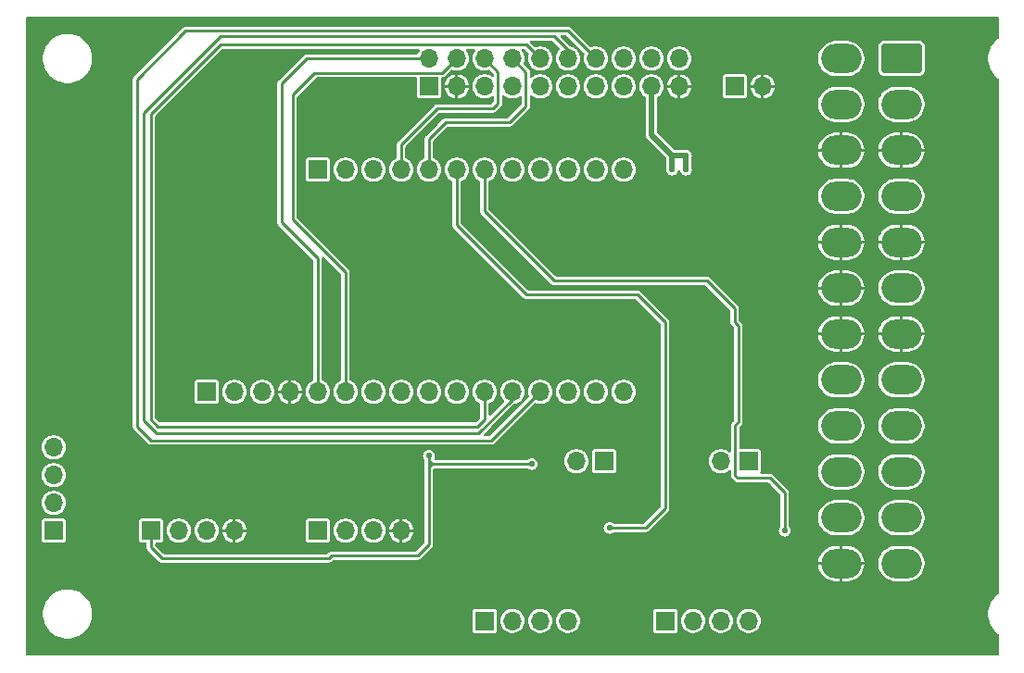
<source format=gbl>
%TF.GenerationSoftware,KiCad,Pcbnew,8.0.2-1*%
%TF.CreationDate,2024-11-16T15:05:08-05:00*%
%TF.ProjectId,Incubator-PowerBoard,496e6375-6261-4746-9f72-2d506f776572,v01a*%
%TF.SameCoordinates,Original*%
%TF.FileFunction,Copper,L2,Bot*%
%TF.FilePolarity,Positive*%
%FSLAX46Y46*%
G04 Gerber Fmt 4.6, Leading zero omitted, Abs format (unit mm)*
G04 Created by KiCad (PCBNEW 8.0.2-1) date 2024-11-16 15:05:08*
%MOMM*%
%LPD*%
G01*
G04 APERTURE LIST*
G04 Aperture macros list*
%AMRoundRect*
0 Rectangle with rounded corners*
0 $1 Rounding radius*
0 $2 $3 $4 $5 $6 $7 $8 $9 X,Y pos of 4 corners*
0 Add a 4 corners polygon primitive as box body*
4,1,4,$2,$3,$4,$5,$6,$7,$8,$9,$2,$3,0*
0 Add four circle primitives for the rounded corners*
1,1,$1+$1,$2,$3*
1,1,$1+$1,$4,$5*
1,1,$1+$1,$6,$7*
1,1,$1+$1,$8,$9*
0 Add four rect primitives between the rounded corners*
20,1,$1+$1,$2,$3,$4,$5,0*
20,1,$1+$1,$4,$5,$6,$7,0*
20,1,$1+$1,$6,$7,$8,$9,0*
20,1,$1+$1,$8,$9,$2,$3,0*%
G04 Aperture macros list end*
%TA.AperFunction,ComponentPad*%
%ADD10R,1.700000X1.700000*%
%TD*%
%TA.AperFunction,ComponentPad*%
%ADD11O,1.700000X1.700000*%
%TD*%
%TA.AperFunction,ComponentPad*%
%ADD12RoundRect,0.250001X-1.599999X1.099999X-1.599999X-1.099999X1.599999X-1.099999X1.599999X1.099999X0*%
%TD*%
%TA.AperFunction,ComponentPad*%
%ADD13O,3.700000X2.700000*%
%TD*%
%TA.AperFunction,ViaPad*%
%ADD14C,0.558800*%
%TD*%
%TA.AperFunction,Conductor*%
%ADD15C,0.254000*%
%TD*%
%TA.AperFunction,Conductor*%
%ADD16C,0.508000*%
%TD*%
G04 APERTURE END LIST*
D10*
%TO.P,J10,1,Pin_1*%
%TO.N,+12V*%
X113030000Y-71120000D03*
D11*
%TO.P,J10,2,Pin_2*%
%TO.N,Net-(J10-Pin_2)*%
X113030000Y-68580000D03*
%TO.P,J10,3,Pin_3*%
%TO.N,Net-(J10-Pin_3)*%
X113030000Y-66040000D03*
%TO.P,J10,4,Pin_4*%
%TO.N,Net-(J10-Pin_4)*%
X113030000Y-63500000D03*
%TD*%
D10*
%TO.P,J2,1,Pin_1*%
%TO.N,unconnected-(J2-Pin_1-Pad1)*%
X127000000Y-58420000D03*
D11*
%TO.P,J2,2,Pin_2*%
%TO.N,VCC*%
X129540000Y-58420000D03*
%TO.P,J2,3,Pin_3*%
%TO.N,unconnected-(J2-Pin_3-Pad3)*%
X132080000Y-58420000D03*
%TO.P,J2,4,Pin_4*%
%TO.N,GND*%
X134620000Y-58420000D03*
%TO.P,J2,5,Pin_5*%
%TO.N,/AO*%
X137160000Y-58420000D03*
%TO.P,J2,6,Pin_6*%
%TO.N,/A1*%
X139700000Y-58420000D03*
%TO.P,J2,7,Pin_7*%
%TO.N,Net-(J2-Pin_7)*%
X142240000Y-58420000D03*
%TO.P,J2,8,Pin_8*%
%TO.N,Net-(J2-Pin_8)*%
X144780000Y-58420000D03*
%TO.P,J2,9,Pin_9*%
%TO.N,Net-(J2-Pin_9)*%
X147320000Y-58420000D03*
%TO.P,J2,10,Pin_10*%
%TO.N,/TACH_2*%
X149860000Y-58420000D03*
%TO.P,J2,11,Pin_11*%
%TO.N,/SCK*%
X152400000Y-58420000D03*
%TO.P,J2,12,Pin_12*%
%TO.N,/MOSI*%
X154940000Y-58420000D03*
%TO.P,J2,13,Pin_13*%
%TO.N,/MISO*%
X157480000Y-58420000D03*
%TO.P,J2,14,Pin_14*%
%TO.N,unconnected-(J2-Pin_14-Pad14)*%
X160020000Y-58420000D03*
%TO.P,J2,15,Pin_15*%
%TO.N,unconnected-(J2-Pin_15-Pad15)*%
X162560000Y-58420000D03*
%TO.P,J2,16,Pin_16*%
%TO.N,/TACH_1*%
X165100000Y-58420000D03*
%TD*%
D10*
%TO.P,J4,1,Pin_1*%
%TO.N,unconnected-(J4-Pin_1-Pad1)*%
X168910000Y-79375000D03*
D11*
%TO.P,J4,2,Pin_2*%
%TO.N,unconnected-(J4-Pin_2-Pad2)*%
X171450000Y-79375000D03*
%TO.P,J4,3,Pin_3*%
%TO.N,+12V*%
X173990000Y-79375000D03*
%TO.P,J4,4,Pin_4*%
%TO.N,Net-(J4-Pin_4)*%
X176530000Y-79375000D03*
%TD*%
D12*
%TO.P,J13,1,+3.3V*%
%TO.N,+3V3*%
X190500000Y-27940000D03*
D13*
%TO.P,J13,2,+3.3V*%
X190500000Y-32140000D03*
%TO.P,J13,3,GND*%
%TO.N,GND*%
X190500000Y-36340000D03*
%TO.P,J13,4,+5V*%
%TO.N,+5V*%
X190500000Y-40540000D03*
%TO.P,J13,5,GND*%
%TO.N,GND*%
X190500000Y-44740000D03*
%TO.P,J13,6,+5V*%
%TO.N,+5V*%
X190500000Y-48940000D03*
%TO.P,J13,7,GND*%
%TO.N,GND*%
X190500000Y-53140000D03*
%TO.P,J13,8,PWR_OK*%
%TO.N,unconnected-(J13-PWR_OK-Pad8)*%
X190500000Y-57340000D03*
%TO.P,J13,9,+5VSB*%
%TO.N,unconnected-(J13-+5VSB-Pad9)*%
X190500000Y-61540000D03*
%TO.P,J13,10,+12V*%
%TO.N,+12V*%
X190500000Y-65740000D03*
%TO.P,J13,11,+12V*%
X190500000Y-69940000D03*
%TO.P,J13,12,+3.3V*%
%TO.N,+3V3*%
X190500000Y-74140000D03*
%TO.P,J13,13,+3.3V*%
X185000000Y-27940000D03*
%TO.P,J13,14,-12V*%
%TO.N,unconnected-(J13--12V-Pad14)*%
X185000000Y-32140000D03*
%TO.P,J13,15,GND*%
%TO.N,GND*%
X185000000Y-36340000D03*
%TO.P,J13,16,PS_ON#*%
%TO.N,/PS_ON*%
X185000000Y-40540000D03*
%TO.P,J13,17,GND*%
%TO.N,GND*%
X185000000Y-44740000D03*
%TO.P,J13,18,GND*%
X185000000Y-48940000D03*
%TO.P,J13,19,GND*%
X185000000Y-53140000D03*
%TO.P,J13,20,NC*%
%TO.N,unconnected-(J13-NC-Pad20)*%
X185000000Y-57340000D03*
%TO.P,J13,21,+5V*%
%TO.N,+5V*%
X185000000Y-61540000D03*
%TO.P,J13,22,+5V*%
X185000000Y-65740000D03*
%TO.P,J13,23,+5V*%
X185000000Y-69940000D03*
%TO.P,J13,24,GND*%
%TO.N,GND*%
X185000000Y-74140000D03*
%TD*%
D10*
%TO.P,J5,1,Pin_1*%
%TO.N,/PWM_FAN_IN_1*%
X137160000Y-71120000D03*
D11*
%TO.P,J5,2,Pin_2*%
%TO.N,/TACH_1*%
X139700000Y-71120000D03*
%TO.P,J5,3,Pin_3*%
%TO.N,+12V*%
X142240000Y-71120000D03*
%TO.P,J5,4,Pin_4*%
%TO.N,GND*%
X144780000Y-71120000D03*
%TD*%
D10*
%TO.P,J9,1,Pin_1*%
%TO.N,+5V*%
X176530000Y-64770000D03*
D11*
%TO.P,J9,2,Pin_2*%
%TO.N,Net-(J9-Pin_2)*%
X173990000Y-64770000D03*
%TD*%
D10*
%TO.P,J1,1,Pin_1*%
%TO.N,unconnected-(J1-Pin_1-Pad1)*%
X137160000Y-38100000D03*
D11*
%TO.P,J1,2,Pin_2*%
%TO.N,unconnected-(J1-Pin_2-Pad2)*%
X139700000Y-38100000D03*
%TO.P,J1,3,Pin_3*%
%TO.N,+5V*%
X142240000Y-38100000D03*
%TO.P,J1,4,Pin_4*%
%TO.N,/IO13*%
X144780000Y-38100000D03*
%TO.P,J1,5,Pin_5*%
%TO.N,/IO12*%
X147320000Y-38100000D03*
%TO.P,J1,6,Pin_6*%
%TO.N,/TOGGLE_COOL_1*%
X149860000Y-38100000D03*
%TO.P,J1,7,Pin_7*%
%TO.N,/TOGGLE_COOL_2*%
X152400000Y-38100000D03*
%TO.P,J1,8,Pin_8*%
%TO.N,/BUTTON_1*%
X154940000Y-38100000D03*
%TO.P,J1,9,Pin_9*%
%TO.N,/BUTTON_2*%
X157480000Y-38100000D03*
%TO.P,J1,10,Pin_10*%
%TO.N,/BUTTON_3*%
X160020000Y-38100000D03*
%TO.P,J1,11,Pin_11*%
%TO.N,/SDA*%
X162560000Y-38100000D03*
%TO.P,J1,12,Pin_12*%
%TO.N,/SCL*%
X165100000Y-38100000D03*
%TD*%
D10*
%TO.P,J11,1,Pin_1*%
%TO.N,+3V3*%
X147320000Y-30480000D03*
D11*
%TO.P,J11,2,Pin_2*%
%TO.N,/AO*%
X147320000Y-27940000D03*
%TO.P,J11,3,Pin_3*%
%TO.N,GND*%
X149860000Y-30480000D03*
%TO.P,J11,4,Pin_4*%
%TO.N,/A1*%
X149860000Y-27940000D03*
%TO.P,J11,5,Pin_5*%
%TO.N,/BUTTON_1*%
X152400000Y-30480000D03*
%TO.P,J11,6,Pin_6*%
%TO.N,/IO13*%
X152400000Y-27940000D03*
%TO.P,J11,7,Pin_7*%
%TO.N,/BUTTON_2*%
X154940000Y-30480000D03*
%TO.P,J11,8,Pin_8*%
%TO.N,/IO12*%
X154940000Y-27940000D03*
%TO.P,J11,9,Pin_9*%
%TO.N,/BUTTON_3*%
X157480000Y-30480000D03*
%TO.P,J11,10,Pin_10*%
%TO.N,/SCK*%
X157480000Y-27940000D03*
%TO.P,J11,11,Pin_11*%
%TO.N,unconnected-(J11-Pin_11-Pad11)*%
X160020000Y-30480000D03*
%TO.P,J11,12,Pin_12*%
%TO.N,/MOSI*%
X160020000Y-27940000D03*
%TO.P,J11,13,Pin_13*%
%TO.N,/SDA*%
X162560000Y-30480000D03*
%TO.P,J11,14,Pin_14*%
%TO.N,/MISO*%
X162560000Y-27940000D03*
%TO.P,J11,15,Pin_15*%
%TO.N,/SCL*%
X165100000Y-30480000D03*
%TO.P,J11,16,Pin_16*%
%TO.N,unconnected-(J11-Pin_16-Pad16)*%
X165100000Y-27940000D03*
%TO.P,J11,17,Pin_17*%
%TO.N,+5V*%
X167640000Y-30480000D03*
%TO.P,J11,18,Pin_18*%
%TO.N,unconnected-(J11-Pin_18-Pad18)*%
X167640000Y-27940000D03*
%TO.P,J11,19,Pin_19*%
%TO.N,GND*%
X170180000Y-30480000D03*
%TO.P,J11,20,Pin_20*%
%TO.N,unconnected-(J11-Pin_20-Pad20)*%
X170180000Y-27940000D03*
%TD*%
D10*
%TO.P,J12,1,Pin_1*%
%TO.N,/PS_ON*%
X175260000Y-30480000D03*
D11*
%TO.P,J12,2,Pin_2*%
%TO.N,GND*%
X177800000Y-30480000D03*
%TD*%
D10*
%TO.P,J8,1,Pin_1*%
%TO.N,+5V*%
X163322000Y-64770000D03*
D11*
%TO.P,J8,2,Pin_2*%
%TO.N,Net-(J8-Pin_2)*%
X160782000Y-64770000D03*
%TD*%
D10*
%TO.P,J3,1,Pin_1*%
%TO.N,unconnected-(J3-Pin_1-Pad1)*%
X152400000Y-79375000D03*
D11*
%TO.P,J3,2,Pin_2*%
%TO.N,unconnected-(J3-Pin_2-Pad2)*%
X154940000Y-79375000D03*
%TO.P,J3,3,Pin_3*%
%TO.N,+12V*%
X157480000Y-79375000D03*
%TO.P,J3,4,Pin_4*%
%TO.N,Net-(J3-Pin_4)*%
X160020000Y-79375000D03*
%TD*%
D10*
%TO.P,J6,1,Pin_1*%
%TO.N,/PWM_FAN_IN_2*%
X121920000Y-71120000D03*
D11*
%TO.P,J6,2,Pin_2*%
%TO.N,/TACH_2*%
X124460000Y-71120000D03*
%TO.P,J6,3,Pin_3*%
%TO.N,+12V*%
X127000000Y-71120000D03*
%TO.P,J6,4,Pin_4*%
%TO.N,GND*%
X129540000Y-71120000D03*
%TD*%
D14*
%TO.N,/TOGGLE_COOL_1*%
X163830000Y-70866000D03*
%TO.N,+5V*%
X170815000Y-36830000D03*
X170815000Y-38100000D03*
X169545000Y-36830000D03*
X169545000Y-38100000D03*
%TO.N,/TOGGLE_COOL_2*%
X179832000Y-71120000D03*
%TO.N,GND*%
X118872000Y-58928000D03*
X178308000Y-73152000D03*
X146050000Y-33274000D03*
X162052000Y-68072000D03*
X115316000Y-54864000D03*
X115824000Y-59944000D03*
X121666000Y-67818000D03*
X121666000Y-67056000D03*
X116078000Y-54864000D03*
X178308000Y-67056000D03*
X162052000Y-68834000D03*
X162814000Y-68834000D03*
X150368000Y-60858400D03*
X116840000Y-54864000D03*
X162052000Y-73152000D03*
X178562000Y-68580000D03*
X162814000Y-68072000D03*
X116840000Y-59944000D03*
X162052000Y-72390000D03*
X118110000Y-52324000D03*
X118110000Y-58928000D03*
X179070000Y-73152000D03*
X162814000Y-73152000D03*
X177546000Y-67056000D03*
X179070000Y-72390000D03*
X116840000Y-58928000D03*
X118110000Y-53086000D03*
X118110000Y-53848000D03*
X178562000Y-67818000D03*
X120650000Y-68072000D03*
X162814000Y-72390000D03*
X120650000Y-68834000D03*
%TO.N,/PWM_FAN_IN_2*%
X147320000Y-64262000D03*
X156718000Y-65024000D03*
%TD*%
D15*
%TO.N,/TOGGLE_COOL_1*%
X166370000Y-49530000D02*
X168910000Y-52070000D01*
X149860000Y-43180000D02*
X156210000Y-49530000D01*
X156210000Y-49530000D02*
X166370000Y-49530000D01*
X168910000Y-69088000D02*
X167132000Y-70866000D01*
X149860000Y-38100000D02*
X149860000Y-43180000D01*
X168910000Y-52070000D02*
X168910000Y-69088000D01*
X167132000Y-70866000D02*
X163830000Y-70866000D01*
%TO.N,/IO13*%
X153631000Y-32043000D02*
X153631000Y-29171000D01*
X153631000Y-29171000D02*
X152400000Y-27940000D01*
X153162000Y-32512000D02*
X153631000Y-32043000D01*
X148082000Y-32512000D02*
X153162000Y-32512000D01*
X144780000Y-38100000D02*
X144780000Y-35814000D01*
X144780000Y-35814000D02*
X148082000Y-32512000D01*
D16*
%TO.N,+5V*%
X169545000Y-36830000D02*
X169545000Y-38100000D01*
X167640000Y-34925000D02*
X169545000Y-36830000D01*
X169545000Y-36830000D02*
X170815000Y-36830000D01*
X167640000Y-30480000D02*
X167640000Y-34925000D01*
X170815000Y-36830000D02*
X170815000Y-38100000D01*
D15*
%TO.N,/TOGGLE_COOL_2*%
X175580000Y-52390000D02*
X175580000Y-61214000D01*
X175299000Y-66079000D02*
X175514000Y-66294000D01*
X179832000Y-67646053D02*
X179832000Y-70866000D01*
X179832000Y-70866000D02*
X179832000Y-71120000D01*
X175514000Y-66294000D02*
X178479947Y-66294000D01*
X178479947Y-66294000D02*
X179832000Y-67646053D01*
X175580000Y-61214000D02*
X175299000Y-61495000D01*
X172720000Y-48260000D02*
X175260000Y-50800000D01*
X175260000Y-50800000D02*
X175260000Y-52070000D01*
X175299000Y-61495000D02*
X175299000Y-66079000D01*
X175260000Y-52070000D02*
X175580000Y-52390000D01*
X152400000Y-38100000D02*
X152400000Y-41910000D01*
X152400000Y-41910000D02*
X158750000Y-48260000D01*
X158750000Y-48260000D02*
X172720000Y-48260000D01*
%TO.N,/IO12*%
X156171000Y-29171000D02*
X154940000Y-27940000D01*
X147320000Y-38100000D02*
X147320000Y-35306000D01*
X156171000Y-32297000D02*
X156171000Y-29171000D01*
X148844000Y-33782000D02*
X154686000Y-33782000D01*
X147320000Y-35306000D02*
X148844000Y-33782000D01*
X154686000Y-33782000D02*
X156171000Y-32297000D01*
%TO.N,/PWM_FAN_IN_2*%
X147574000Y-65024000D02*
X147320000Y-65024000D01*
X156718000Y-65024000D02*
X147574000Y-65024000D01*
X121920000Y-72644000D02*
X122936000Y-73660000D01*
X147320000Y-72390000D02*
X147320000Y-65278000D01*
X147320000Y-65024000D02*
X147320000Y-64770000D01*
X147320000Y-65278000D02*
X147320000Y-65024000D01*
X138176000Y-73660000D02*
X138430000Y-73406000D01*
X146304000Y-73406000D02*
X147320000Y-72390000D01*
X147320000Y-64770000D02*
X147320000Y-64516000D01*
X121920000Y-71120000D02*
X121920000Y-72644000D01*
X147320000Y-64770000D02*
X147574000Y-65024000D01*
X147320000Y-64516000D02*
X147320000Y-64262000D01*
X147574000Y-65024000D02*
X147320000Y-65278000D01*
X122936000Y-73660000D02*
X138176000Y-73660000D01*
X138430000Y-73406000D02*
X146304000Y-73406000D01*
%TO.N,/MISO*%
X125095000Y-25400000D02*
X160020000Y-25400000D01*
X120650000Y-29845000D02*
X125095000Y-25400000D01*
X121920000Y-62865000D02*
X120650000Y-61595000D01*
X153035000Y-62865000D02*
X121920000Y-62865000D01*
X120650000Y-61595000D02*
X120650000Y-29845000D01*
X157480000Y-58420000D02*
X153035000Y-62865000D01*
X160020000Y-25400000D02*
X162560000Y-27940000D01*
%TO.N,/AO*%
X133858000Y-42926000D02*
X133858000Y-30226000D01*
X133858000Y-30226000D02*
X136144000Y-27940000D01*
X136144000Y-27940000D02*
X147320000Y-27940000D01*
X137160000Y-46228000D02*
X133858000Y-42926000D01*
X137160000Y-58420000D02*
X137160000Y-46228000D01*
%TO.N,/MOSI*%
X122471580Y-62230000D02*
X121285000Y-61043420D01*
X154940000Y-58420000D02*
X154940000Y-59138420D01*
X151848420Y-62230000D02*
X122471580Y-62230000D01*
X158750000Y-25908000D02*
X160020000Y-27178000D01*
X121285000Y-32936580D02*
X128313580Y-25908000D01*
X160020000Y-27178000D02*
X160020000Y-27940000D01*
X121285000Y-61043420D02*
X121285000Y-32936580D01*
X128313580Y-25908000D02*
X158750000Y-25908000D01*
X154940000Y-59138420D02*
X151848420Y-62230000D01*
%TO.N,/SCK*%
X151765000Y-61595000D02*
X122555000Y-61595000D01*
X128270000Y-26670000D02*
X156210000Y-26670000D01*
X121920000Y-60960000D02*
X121920000Y-33020000D01*
X156210000Y-26670000D02*
X157480000Y-27940000D01*
X122555000Y-61595000D02*
X121920000Y-60960000D01*
X152400000Y-60960000D02*
X151765000Y-61595000D01*
X152400000Y-58420000D02*
X152400000Y-60960000D01*
X121920000Y-33020000D02*
X128270000Y-26670000D01*
%TO.N,/A1*%
X136867000Y-29249000D02*
X148551000Y-29249000D01*
X139700000Y-58420000D02*
X139700000Y-47498000D01*
X139700000Y-47498000D02*
X134874000Y-42672000D01*
X148551000Y-29249000D02*
X149860000Y-27940000D01*
X134874000Y-42672000D02*
X134874000Y-31242000D01*
X134874000Y-31242000D02*
X136867000Y-29249000D01*
%TD*%
%TA.AperFunction,Conductor*%
%TO.N,GND*%
G36*
X199332121Y-24150002D02*
G01*
X199378614Y-24203658D01*
X199390000Y-24256000D01*
X199390000Y-26010635D01*
X199369998Y-26078756D01*
X199340704Y-26110597D01*
X199170321Y-26241336D01*
X199170300Y-26241355D01*
X198961355Y-26450300D01*
X198961336Y-26450321D01*
X198781432Y-26684777D01*
X198781427Y-26684783D01*
X198633668Y-26940709D01*
X198633663Y-26940719D01*
X198520566Y-27213760D01*
X198444074Y-27499232D01*
X198405500Y-27792230D01*
X198405500Y-28087769D01*
X198444074Y-28380767D01*
X198444075Y-28380773D01*
X198444076Y-28380775D01*
X198520566Y-28666240D01*
X198633662Y-28939279D01*
X198633663Y-28939280D01*
X198633668Y-28939290D01*
X198781427Y-29195216D01*
X198781432Y-29195222D01*
X198961336Y-29429678D01*
X198961355Y-29429699D01*
X199170305Y-29638649D01*
X199170315Y-29638658D01*
X199170316Y-29638659D01*
X199340706Y-29769404D01*
X199382571Y-29826739D01*
X199390000Y-29869364D01*
X199390000Y-76810635D01*
X199369998Y-76878756D01*
X199340704Y-76910597D01*
X199170321Y-77041336D01*
X199170300Y-77041355D01*
X198961355Y-77250300D01*
X198961336Y-77250321D01*
X198781432Y-77484777D01*
X198781427Y-77484783D01*
X198633668Y-77740709D01*
X198633663Y-77740719D01*
X198520566Y-78013760D01*
X198444074Y-78299232D01*
X198405500Y-78592230D01*
X198405500Y-78887769D01*
X198444074Y-79180767D01*
X198444075Y-79180773D01*
X198444076Y-79180775D01*
X198520566Y-79466240D01*
X198633662Y-79739279D01*
X198633663Y-79739280D01*
X198633668Y-79739290D01*
X198781427Y-79995216D01*
X198781432Y-79995222D01*
X198961336Y-80229678D01*
X198961355Y-80229699D01*
X199170305Y-80438649D01*
X199170315Y-80438658D01*
X199170316Y-80438659D01*
X199340706Y-80569404D01*
X199382571Y-80626739D01*
X199390000Y-80669364D01*
X199390000Y-82424000D01*
X199369998Y-82492121D01*
X199316342Y-82538614D01*
X199264000Y-82550000D01*
X110616000Y-82550000D01*
X110547879Y-82529998D01*
X110501386Y-82476342D01*
X110490000Y-82424000D01*
X110490000Y-78592230D01*
X112045500Y-78592230D01*
X112045500Y-78887769D01*
X112084074Y-79180767D01*
X112084075Y-79180773D01*
X112084076Y-79180775D01*
X112160566Y-79466240D01*
X112273662Y-79739279D01*
X112273663Y-79739280D01*
X112273668Y-79739290D01*
X112421427Y-79995216D01*
X112421432Y-79995222D01*
X112601336Y-80229678D01*
X112601355Y-80229699D01*
X112810300Y-80438644D01*
X112810306Y-80438649D01*
X112810316Y-80438659D01*
X112810319Y-80438661D01*
X112810321Y-80438663D01*
X112854784Y-80472781D01*
X113044780Y-80618570D01*
X113044781Y-80618571D01*
X113044783Y-80618572D01*
X113246635Y-80735111D01*
X113300721Y-80766338D01*
X113573760Y-80879434D01*
X113859225Y-80955924D01*
X113859231Y-80955924D01*
X113859232Y-80955925D01*
X113887417Y-80959635D01*
X114152232Y-80994500D01*
X114152239Y-80994500D01*
X114447761Y-80994500D01*
X114447768Y-80994500D01*
X114740775Y-80955924D01*
X115026240Y-80879434D01*
X115299279Y-80766338D01*
X115555220Y-80618570D01*
X115789684Y-80438659D01*
X115998659Y-80229684D01*
X116178570Y-79995220D01*
X116326338Y-79739279D01*
X116439434Y-79466240D01*
X116515924Y-79180775D01*
X116554500Y-78887768D01*
X116554500Y-78592232D01*
X116542348Y-78499930D01*
X151295500Y-78499930D01*
X151295500Y-80250063D01*
X151295501Y-80250073D01*
X151310265Y-80324300D01*
X151366516Y-80408484D01*
X151450697Y-80464733D01*
X151450699Y-80464734D01*
X151524933Y-80479500D01*
X153275066Y-80479499D01*
X153275069Y-80479498D01*
X153275073Y-80479498D01*
X153324326Y-80469701D01*
X153349301Y-80464734D01*
X153433484Y-80408484D01*
X153489734Y-80324301D01*
X153504500Y-80250067D01*
X153504499Y-79374995D01*
X153830768Y-79374995D01*
X153830768Y-79375004D01*
X153849654Y-79578819D01*
X153849655Y-79578821D01*
X153905672Y-79775701D01*
X153996912Y-79958935D01*
X153996913Y-79958936D01*
X154120266Y-80122284D01*
X154271536Y-80260185D01*
X154445566Y-80367940D01*
X154445568Y-80367940D01*
X154445573Y-80367944D01*
X154636444Y-80441888D01*
X154837653Y-80479500D01*
X154837655Y-80479500D01*
X155042345Y-80479500D01*
X155042347Y-80479500D01*
X155243556Y-80441888D01*
X155434427Y-80367944D01*
X155608462Y-80260186D01*
X155759732Y-80122285D01*
X155883088Y-79958935D01*
X155974328Y-79775701D01*
X156030345Y-79578821D01*
X156049232Y-79375000D01*
X156049232Y-79374995D01*
X156370768Y-79374995D01*
X156370768Y-79375004D01*
X156389654Y-79578819D01*
X156389655Y-79578821D01*
X156445672Y-79775701D01*
X156536912Y-79958935D01*
X156536913Y-79958936D01*
X156660266Y-80122284D01*
X156811536Y-80260185D01*
X156985566Y-80367940D01*
X156985568Y-80367940D01*
X156985573Y-80367944D01*
X157176444Y-80441888D01*
X157377653Y-80479500D01*
X157377655Y-80479500D01*
X157582345Y-80479500D01*
X157582347Y-80479500D01*
X157783556Y-80441888D01*
X157974427Y-80367944D01*
X158148462Y-80260186D01*
X158299732Y-80122285D01*
X158423088Y-79958935D01*
X158514328Y-79775701D01*
X158570345Y-79578821D01*
X158589232Y-79375000D01*
X158589232Y-79374995D01*
X158910768Y-79374995D01*
X158910768Y-79375004D01*
X158929654Y-79578819D01*
X158929655Y-79578821D01*
X158985672Y-79775701D01*
X159076912Y-79958935D01*
X159076913Y-79958936D01*
X159200266Y-80122284D01*
X159351536Y-80260185D01*
X159525566Y-80367940D01*
X159525568Y-80367940D01*
X159525573Y-80367944D01*
X159716444Y-80441888D01*
X159917653Y-80479500D01*
X159917655Y-80479500D01*
X160122345Y-80479500D01*
X160122347Y-80479500D01*
X160323556Y-80441888D01*
X160514427Y-80367944D01*
X160688462Y-80260186D01*
X160839732Y-80122285D01*
X160963088Y-79958935D01*
X161054328Y-79775701D01*
X161110345Y-79578821D01*
X161129232Y-79375000D01*
X161110345Y-79171179D01*
X161054328Y-78974299D01*
X160963088Y-78791065D01*
X160922538Y-78737368D01*
X160839733Y-78627715D01*
X160699560Y-78499930D01*
X167805500Y-78499930D01*
X167805500Y-80250063D01*
X167805501Y-80250073D01*
X167820265Y-80324300D01*
X167876516Y-80408484D01*
X167960697Y-80464733D01*
X167960699Y-80464734D01*
X168034933Y-80479500D01*
X169785066Y-80479499D01*
X169785069Y-80479498D01*
X169785073Y-80479498D01*
X169834326Y-80469701D01*
X169859301Y-80464734D01*
X169943484Y-80408484D01*
X169999734Y-80324301D01*
X170014500Y-80250067D01*
X170014499Y-79374995D01*
X170340768Y-79374995D01*
X170340768Y-79375004D01*
X170359654Y-79578819D01*
X170359655Y-79578821D01*
X170415672Y-79775701D01*
X170506912Y-79958935D01*
X170506913Y-79958936D01*
X170630266Y-80122284D01*
X170781536Y-80260185D01*
X170955566Y-80367940D01*
X170955568Y-80367940D01*
X170955573Y-80367944D01*
X171146444Y-80441888D01*
X171347653Y-80479500D01*
X171347655Y-80479500D01*
X171552345Y-80479500D01*
X171552347Y-80479500D01*
X171753556Y-80441888D01*
X171944427Y-80367944D01*
X172118462Y-80260186D01*
X172269732Y-80122285D01*
X172393088Y-79958935D01*
X172484328Y-79775701D01*
X172540345Y-79578821D01*
X172559232Y-79375000D01*
X172559232Y-79374995D01*
X172880768Y-79374995D01*
X172880768Y-79375004D01*
X172899654Y-79578819D01*
X172899655Y-79578821D01*
X172955672Y-79775701D01*
X173046912Y-79958935D01*
X173046913Y-79958936D01*
X173170266Y-80122284D01*
X173321536Y-80260185D01*
X173495566Y-80367940D01*
X173495568Y-80367940D01*
X173495573Y-80367944D01*
X173686444Y-80441888D01*
X173887653Y-80479500D01*
X173887655Y-80479500D01*
X174092345Y-80479500D01*
X174092347Y-80479500D01*
X174293556Y-80441888D01*
X174484427Y-80367944D01*
X174658462Y-80260186D01*
X174809732Y-80122285D01*
X174933088Y-79958935D01*
X175024328Y-79775701D01*
X175080345Y-79578821D01*
X175099232Y-79375000D01*
X175099232Y-79374995D01*
X175420768Y-79374995D01*
X175420768Y-79375004D01*
X175439654Y-79578819D01*
X175439655Y-79578821D01*
X175495672Y-79775701D01*
X175586912Y-79958935D01*
X175586913Y-79958936D01*
X175710266Y-80122284D01*
X175861536Y-80260185D01*
X176035566Y-80367940D01*
X176035568Y-80367940D01*
X176035573Y-80367944D01*
X176226444Y-80441888D01*
X176427653Y-80479500D01*
X176427655Y-80479500D01*
X176632345Y-80479500D01*
X176632347Y-80479500D01*
X176833556Y-80441888D01*
X177024427Y-80367944D01*
X177198462Y-80260186D01*
X177349732Y-80122285D01*
X177473088Y-79958935D01*
X177564328Y-79775701D01*
X177620345Y-79578821D01*
X177639232Y-79375000D01*
X177620345Y-79171179D01*
X177564328Y-78974299D01*
X177473088Y-78791065D01*
X177432538Y-78737368D01*
X177349733Y-78627715D01*
X177198463Y-78489814D01*
X177024433Y-78382059D01*
X177024428Y-78382057D01*
X177024427Y-78382056D01*
X177024422Y-78382054D01*
X176833559Y-78308113D01*
X176833560Y-78308113D01*
X176833557Y-78308112D01*
X176833556Y-78308112D01*
X176632347Y-78270500D01*
X176427653Y-78270500D01*
X176226444Y-78308112D01*
X176226439Y-78308113D01*
X176035577Y-78382054D01*
X176035566Y-78382059D01*
X175861536Y-78489814D01*
X175710266Y-78627715D01*
X175586913Y-78791063D01*
X175495671Y-78974301D01*
X175439654Y-79171180D01*
X175420768Y-79374995D01*
X175099232Y-79374995D01*
X175080345Y-79171179D01*
X175024328Y-78974299D01*
X174933088Y-78791065D01*
X174892538Y-78737368D01*
X174809733Y-78627715D01*
X174658463Y-78489814D01*
X174484433Y-78382059D01*
X174484428Y-78382057D01*
X174484427Y-78382056D01*
X174484422Y-78382054D01*
X174293559Y-78308113D01*
X174293560Y-78308113D01*
X174293557Y-78308112D01*
X174293556Y-78308112D01*
X174092347Y-78270500D01*
X173887653Y-78270500D01*
X173686444Y-78308112D01*
X173686439Y-78308113D01*
X173495577Y-78382054D01*
X173495566Y-78382059D01*
X173321536Y-78489814D01*
X173170266Y-78627715D01*
X173046913Y-78791063D01*
X172955671Y-78974301D01*
X172899654Y-79171180D01*
X172880768Y-79374995D01*
X172559232Y-79374995D01*
X172540345Y-79171179D01*
X172484328Y-78974299D01*
X172393088Y-78791065D01*
X172352538Y-78737368D01*
X172269733Y-78627715D01*
X172118463Y-78489814D01*
X171944433Y-78382059D01*
X171944428Y-78382057D01*
X171944427Y-78382056D01*
X171944422Y-78382054D01*
X171753559Y-78308113D01*
X171753560Y-78308113D01*
X171753557Y-78308112D01*
X171753556Y-78308112D01*
X171552347Y-78270500D01*
X171347653Y-78270500D01*
X171146444Y-78308112D01*
X171146439Y-78308113D01*
X170955577Y-78382054D01*
X170955566Y-78382059D01*
X170781536Y-78489814D01*
X170630266Y-78627715D01*
X170506913Y-78791063D01*
X170415671Y-78974301D01*
X170359654Y-79171180D01*
X170340768Y-79374995D01*
X170014499Y-79374995D01*
X170014499Y-78499934D01*
X170014498Y-78499930D01*
X170014498Y-78499926D01*
X169999734Y-78425699D01*
X169943483Y-78341515D01*
X169859302Y-78285266D01*
X169785067Y-78270500D01*
X168034936Y-78270500D01*
X168034926Y-78270501D01*
X167960699Y-78285265D01*
X167876515Y-78341516D01*
X167820266Y-78425697D01*
X167805500Y-78499930D01*
X160699560Y-78499930D01*
X160688463Y-78489814D01*
X160514433Y-78382059D01*
X160514428Y-78382057D01*
X160514427Y-78382056D01*
X160514422Y-78382054D01*
X160323559Y-78308113D01*
X160323560Y-78308113D01*
X160323557Y-78308112D01*
X160323556Y-78308112D01*
X160122347Y-78270500D01*
X159917653Y-78270500D01*
X159716444Y-78308112D01*
X159716439Y-78308113D01*
X159525577Y-78382054D01*
X159525566Y-78382059D01*
X159351536Y-78489814D01*
X159200266Y-78627715D01*
X159076913Y-78791063D01*
X158985671Y-78974301D01*
X158929654Y-79171180D01*
X158910768Y-79374995D01*
X158589232Y-79374995D01*
X158570345Y-79171179D01*
X158514328Y-78974299D01*
X158423088Y-78791065D01*
X158382538Y-78737368D01*
X158299733Y-78627715D01*
X158148463Y-78489814D01*
X157974433Y-78382059D01*
X157974428Y-78382057D01*
X157974427Y-78382056D01*
X157974422Y-78382054D01*
X157783559Y-78308113D01*
X157783560Y-78308113D01*
X157783557Y-78308112D01*
X157783556Y-78308112D01*
X157582347Y-78270500D01*
X157377653Y-78270500D01*
X157176444Y-78308112D01*
X157176439Y-78308113D01*
X156985577Y-78382054D01*
X156985566Y-78382059D01*
X156811536Y-78489814D01*
X156660266Y-78627715D01*
X156536913Y-78791063D01*
X156445671Y-78974301D01*
X156389654Y-79171180D01*
X156370768Y-79374995D01*
X156049232Y-79374995D01*
X156030345Y-79171179D01*
X155974328Y-78974299D01*
X155883088Y-78791065D01*
X155842538Y-78737368D01*
X155759733Y-78627715D01*
X155608463Y-78489814D01*
X155434433Y-78382059D01*
X155434428Y-78382057D01*
X155434427Y-78382056D01*
X155434422Y-78382054D01*
X155243559Y-78308113D01*
X155243560Y-78308113D01*
X155243557Y-78308112D01*
X155243556Y-78308112D01*
X155042347Y-78270500D01*
X154837653Y-78270500D01*
X154636444Y-78308112D01*
X154636439Y-78308113D01*
X154445577Y-78382054D01*
X154445566Y-78382059D01*
X154271536Y-78489814D01*
X154120266Y-78627715D01*
X153996913Y-78791063D01*
X153905671Y-78974301D01*
X153849654Y-79171180D01*
X153830768Y-79374995D01*
X153504499Y-79374995D01*
X153504499Y-78499934D01*
X153504498Y-78499930D01*
X153504498Y-78499926D01*
X153489734Y-78425699D01*
X153433483Y-78341515D01*
X153349302Y-78285266D01*
X153275067Y-78270500D01*
X151524936Y-78270500D01*
X151524926Y-78270501D01*
X151450699Y-78285265D01*
X151366515Y-78341516D01*
X151310266Y-78425697D01*
X151295500Y-78499930D01*
X116542348Y-78499930D01*
X116515924Y-78299225D01*
X116439434Y-78013760D01*
X116326338Y-77740721D01*
X116178570Y-77484780D01*
X115998659Y-77250316D01*
X115998653Y-77250310D01*
X115998644Y-77250300D01*
X115789699Y-77041355D01*
X115789678Y-77041336D01*
X115681883Y-76958622D01*
X115555220Y-76861430D01*
X115555218Y-76861429D01*
X115555216Y-76861427D01*
X115299290Y-76713668D01*
X115299285Y-76713665D01*
X115299279Y-76713662D01*
X115026240Y-76600566D01*
X114740775Y-76524076D01*
X114740773Y-76524075D01*
X114740767Y-76524074D01*
X114447769Y-76485500D01*
X114447768Y-76485500D01*
X114152232Y-76485500D01*
X114152230Y-76485500D01*
X113859232Y-76524074D01*
X113573760Y-76600566D01*
X113300719Y-76713663D01*
X113300709Y-76713668D01*
X113044783Y-76861427D01*
X113044777Y-76861432D01*
X112810321Y-77041336D01*
X112810300Y-77041355D01*
X112601355Y-77250300D01*
X112601336Y-77250321D01*
X112421432Y-77484777D01*
X112421427Y-77484783D01*
X112273668Y-77740709D01*
X112273663Y-77740719D01*
X112160566Y-78013760D01*
X112084074Y-78299232D01*
X112045500Y-78592230D01*
X110490000Y-78592230D01*
X110490000Y-70244930D01*
X111925500Y-70244930D01*
X111925500Y-71995063D01*
X111925501Y-71995073D01*
X111940265Y-72069300D01*
X111996516Y-72153484D01*
X112080697Y-72209733D01*
X112080699Y-72209734D01*
X112154933Y-72224500D01*
X113905066Y-72224499D01*
X113905069Y-72224498D01*
X113905073Y-72224498D01*
X113954326Y-72214701D01*
X113979301Y-72209734D01*
X114063484Y-72153484D01*
X114119734Y-72069301D01*
X114134500Y-71995067D01*
X114134499Y-70244934D01*
X114134498Y-70244930D01*
X120815500Y-70244930D01*
X120815500Y-71995063D01*
X120815501Y-71995073D01*
X120830265Y-72069300D01*
X120886516Y-72153484D01*
X120970697Y-72209733D01*
X120970699Y-72209734D01*
X121044933Y-72224500D01*
X121412500Y-72224499D01*
X121480620Y-72244501D01*
X121527113Y-72298156D01*
X121538500Y-72350499D01*
X121538500Y-72694223D01*
X121538499Y-72694223D01*
X121564500Y-72791258D01*
X121614721Y-72878243D01*
X121614729Y-72878253D01*
X122630724Y-73894247D01*
X122701753Y-73965276D01*
X122701754Y-73965277D01*
X122701756Y-73965278D01*
X122788741Y-74015499D01*
X122788743Y-74015499D01*
X122788746Y-74015501D01*
X122885775Y-74041500D01*
X122885777Y-74041500D01*
X138226223Y-74041500D01*
X138226225Y-74041500D01*
X138323254Y-74015501D01*
X138323257Y-74015499D01*
X138323258Y-74015499D01*
X138327586Y-74013000D01*
X182896120Y-74013000D01*
X184107630Y-74013000D01*
X184100000Y-74051358D01*
X184100000Y-74228642D01*
X184107630Y-74267000D01*
X182896121Y-74267000D01*
X182935497Y-74515609D01*
X183013513Y-74755717D01*
X183013516Y-74755723D01*
X183128138Y-74980682D01*
X183276539Y-75184938D01*
X183276541Y-75184941D01*
X183455058Y-75363458D01*
X183455061Y-75363460D01*
X183659317Y-75511861D01*
X183884276Y-75626483D01*
X183884282Y-75626486D01*
X184124390Y-75704502D01*
X184373765Y-75744000D01*
X184873000Y-75744000D01*
X184873000Y-75032370D01*
X184911358Y-75040000D01*
X185088642Y-75040000D01*
X185127000Y-75032370D01*
X185127000Y-75744000D01*
X185626235Y-75744000D01*
X185875609Y-75704502D01*
X186115717Y-75626486D01*
X186115723Y-75626483D01*
X186340682Y-75511861D01*
X186544938Y-75363460D01*
X186544941Y-75363458D01*
X186723458Y-75184941D01*
X186723460Y-75184938D01*
X186871861Y-74980682D01*
X186986483Y-74755723D01*
X186986486Y-74755717D01*
X187064502Y-74515609D01*
X187103879Y-74267000D01*
X185892370Y-74267000D01*
X185900000Y-74228642D01*
X185900000Y-74051358D01*
X185892514Y-74013723D01*
X188395500Y-74013723D01*
X188395500Y-74266277D01*
X188435009Y-74515721D01*
X188513052Y-74755914D01*
X188627709Y-74980941D01*
X188776156Y-75185261D01*
X188776158Y-75185263D01*
X188776160Y-75185266D01*
X188954733Y-75363839D01*
X188954736Y-75363841D01*
X188954739Y-75363844D01*
X189159059Y-75512291D01*
X189384086Y-75626948D01*
X189624279Y-75704991D01*
X189873723Y-75744500D01*
X189873726Y-75744500D01*
X191126274Y-75744500D01*
X191126277Y-75744500D01*
X191375721Y-75704991D01*
X191615914Y-75626948D01*
X191840941Y-75512291D01*
X192045261Y-75363844D01*
X192223844Y-75185261D01*
X192372291Y-74980941D01*
X192486948Y-74755914D01*
X192564991Y-74515721D01*
X192604500Y-74266277D01*
X192604500Y-74013723D01*
X192564991Y-73764279D01*
X192486948Y-73524086D01*
X192372291Y-73299059D01*
X192223844Y-73094739D01*
X192223841Y-73094736D01*
X192223839Y-73094733D01*
X192045266Y-72916160D01*
X192045263Y-72916158D01*
X192045261Y-72916156D01*
X191891458Y-72804412D01*
X191840944Y-72767711D01*
X191840943Y-72767710D01*
X191840941Y-72767709D01*
X191615914Y-72653052D01*
X191615911Y-72653051D01*
X191615909Y-72653050D01*
X191375725Y-72575010D01*
X191375723Y-72575009D01*
X191375721Y-72575009D01*
X191126277Y-72535500D01*
X189873723Y-72535500D01*
X189624279Y-72575009D01*
X189624277Y-72575009D01*
X189624274Y-72575010D01*
X189384090Y-72653050D01*
X189384084Y-72653053D01*
X189159055Y-72767711D01*
X188954736Y-72916158D01*
X188954733Y-72916160D01*
X188776160Y-73094733D01*
X188776158Y-73094736D01*
X188627711Y-73299055D01*
X188513053Y-73524084D01*
X188513050Y-73524090D01*
X188435010Y-73764274D01*
X188435009Y-73764277D01*
X188435009Y-73764279D01*
X188395500Y-74013723D01*
X185892514Y-74013723D01*
X185892370Y-74013000D01*
X187103879Y-74013000D01*
X187064502Y-73764390D01*
X186986486Y-73524282D01*
X186986483Y-73524276D01*
X186871861Y-73299317D01*
X186723460Y-73095061D01*
X186723458Y-73095058D01*
X186544941Y-72916541D01*
X186544938Y-72916539D01*
X186340682Y-72768138D01*
X186115723Y-72653516D01*
X186115717Y-72653513D01*
X185875609Y-72575497D01*
X185626235Y-72536000D01*
X185127000Y-72536000D01*
X185127000Y-73247629D01*
X185088642Y-73240000D01*
X184911358Y-73240000D01*
X184873000Y-73247629D01*
X184873000Y-72536000D01*
X184373765Y-72536000D01*
X184124390Y-72575497D01*
X183884282Y-72653513D01*
X183884276Y-72653516D01*
X183659317Y-72768138D01*
X183455061Y-72916539D01*
X183455058Y-72916541D01*
X183276541Y-73095058D01*
X183276539Y-73095061D01*
X183128138Y-73299317D01*
X183013516Y-73524276D01*
X183013513Y-73524282D01*
X182935497Y-73764390D01*
X182896120Y-74013000D01*
X138327586Y-74013000D01*
X138366750Y-73990388D01*
X138410247Y-73965276D01*
X138481276Y-73894247D01*
X138551118Y-73824405D01*
X138613430Y-73790379D01*
X138640213Y-73787500D01*
X146354223Y-73787500D01*
X146354225Y-73787500D01*
X146451254Y-73761501D01*
X146451257Y-73761499D01*
X146451258Y-73761499D01*
X146494750Y-73736388D01*
X146538247Y-73711276D01*
X146609276Y-73640247D01*
X147625276Y-72624247D01*
X147653703Y-72575009D01*
X147675501Y-72537254D01*
X147701500Y-72440225D01*
X147701500Y-65531500D01*
X147721502Y-65463379D01*
X147775158Y-65416886D01*
X147827500Y-65405500D01*
X156295383Y-65405500D01*
X156363504Y-65425502D01*
X156372076Y-65431530D01*
X156448746Y-65490361D01*
X156578624Y-65544158D01*
X156718000Y-65562507D01*
X156857376Y-65544158D01*
X156987254Y-65490361D01*
X157098782Y-65404782D01*
X157184361Y-65293254D01*
X157238158Y-65163376D01*
X157256507Y-65024000D01*
X157238158Y-64884624D01*
X157190677Y-64769995D01*
X159672768Y-64769995D01*
X159672768Y-64770004D01*
X159691654Y-64973819D01*
X159712492Y-65047056D01*
X159747672Y-65170701D01*
X159838912Y-65353935D01*
X159854499Y-65374576D01*
X159962266Y-65517284D01*
X160113536Y-65655185D01*
X160287566Y-65762940D01*
X160287568Y-65762940D01*
X160287573Y-65762944D01*
X160478444Y-65836888D01*
X160679653Y-65874500D01*
X160679655Y-65874500D01*
X160884345Y-65874500D01*
X160884347Y-65874500D01*
X161085556Y-65836888D01*
X161276427Y-65762944D01*
X161450462Y-65655186D01*
X161601732Y-65517285D01*
X161725088Y-65353935D01*
X161816328Y-65170701D01*
X161872345Y-64973821D01*
X161891232Y-64770000D01*
X161889818Y-64754745D01*
X161872411Y-64566888D01*
X161872345Y-64566179D01*
X161816328Y-64369299D01*
X161725088Y-64186065D01*
X161647964Y-64083936D01*
X161601733Y-64022715D01*
X161461560Y-63894930D01*
X162217500Y-63894930D01*
X162217500Y-65645063D01*
X162217501Y-65645073D01*
X162232265Y-65719300D01*
X162288516Y-65803484D01*
X162372697Y-65859733D01*
X162372699Y-65859734D01*
X162446933Y-65874500D01*
X164197066Y-65874499D01*
X164197069Y-65874498D01*
X164197073Y-65874498D01*
X164246326Y-65864701D01*
X164271301Y-65859734D01*
X164355484Y-65803484D01*
X164411734Y-65719301D01*
X164426500Y-65645067D01*
X164426499Y-63894934D01*
X164426498Y-63894930D01*
X164426498Y-63894926D01*
X164411734Y-63820699D01*
X164394989Y-63795639D01*
X164355484Y-63736516D01*
X164355483Y-63736515D01*
X164271302Y-63680266D01*
X164197067Y-63665500D01*
X162446936Y-63665500D01*
X162446926Y-63665501D01*
X162372699Y-63680265D01*
X162288515Y-63736516D01*
X162232266Y-63820697D01*
X162217500Y-63894930D01*
X161461560Y-63894930D01*
X161450463Y-63884814D01*
X161276433Y-63777059D01*
X161276428Y-63777057D01*
X161276427Y-63777056D01*
X161276422Y-63777054D01*
X161085559Y-63703113D01*
X161085560Y-63703113D01*
X161085557Y-63703112D01*
X161085556Y-63703112D01*
X160884347Y-63665500D01*
X160679653Y-63665500D01*
X160478444Y-63703112D01*
X160478439Y-63703113D01*
X160287577Y-63777054D01*
X160287566Y-63777059D01*
X160113536Y-63884814D01*
X159962266Y-64022715D01*
X159838913Y-64186063D01*
X159747671Y-64369301D01*
X159691654Y-64566180D01*
X159672768Y-64769995D01*
X157190677Y-64769995D01*
X157184361Y-64754747D01*
X157098782Y-64643218D01*
X157098780Y-64643216D01*
X157098779Y-64643215D01*
X156987260Y-64557643D01*
X156987252Y-64557638D01*
X156857374Y-64503841D01*
X156718000Y-64485493D01*
X156578625Y-64503841D01*
X156448748Y-64557638D01*
X156448745Y-64557640D01*
X156372086Y-64616463D01*
X156305865Y-64642063D01*
X156295382Y-64642500D01*
X147928853Y-64642500D01*
X147860732Y-64622498D01*
X147814239Y-64568842D01*
X147804135Y-64498568D01*
X147812442Y-64468287D01*
X147840158Y-64401376D01*
X147858507Y-64262000D01*
X147840158Y-64122624D01*
X147786361Y-63992747D01*
X147700782Y-63881218D01*
X147700780Y-63881216D01*
X147700779Y-63881215D01*
X147589260Y-63795643D01*
X147589252Y-63795638D01*
X147459374Y-63741841D01*
X147320000Y-63723493D01*
X147180625Y-63741841D01*
X147050748Y-63795638D01*
X147050745Y-63795640D01*
X146939218Y-63881218D01*
X146853640Y-63992745D01*
X146853638Y-63992748D01*
X146799841Y-64122625D01*
X146781493Y-64261999D01*
X146781493Y-64262000D01*
X146799841Y-64401374D01*
X146842285Y-64503842D01*
X146853639Y-64531254D01*
X146912462Y-64607913D01*
X146938063Y-64674132D01*
X146938500Y-64684617D01*
X146938500Y-72179787D01*
X146918498Y-72247908D01*
X146901595Y-72268882D01*
X146182882Y-72987595D01*
X146120570Y-73021621D01*
X146093787Y-73024500D01*
X138379775Y-73024500D01*
X138320390Y-73040412D01*
X138282741Y-73050500D01*
X138195756Y-73100721D01*
X138195753Y-73100724D01*
X138054880Y-73241596D01*
X137992571Y-73275620D01*
X137965787Y-73278500D01*
X123146213Y-73278500D01*
X123078092Y-73258498D01*
X123057118Y-73241595D01*
X122338405Y-72522882D01*
X122304379Y-72460570D01*
X122301500Y-72433787D01*
X122301500Y-72350499D01*
X122321502Y-72282378D01*
X122375158Y-72235885D01*
X122427500Y-72224499D01*
X122795064Y-72224499D01*
X122795066Y-72224499D01*
X122795069Y-72224498D01*
X122795072Y-72224498D01*
X122831663Y-72217219D01*
X122869301Y-72209734D01*
X122953484Y-72153484D01*
X123009734Y-72069301D01*
X123024500Y-71995067D01*
X123024499Y-71119995D01*
X123350768Y-71119995D01*
X123350768Y-71120004D01*
X123369654Y-71323819D01*
X123421202Y-71504991D01*
X123425672Y-71520701D01*
X123516912Y-71703935D01*
X123516913Y-71703936D01*
X123640266Y-71867284D01*
X123791536Y-72005185D01*
X123965566Y-72112940D01*
X123965568Y-72112940D01*
X123965573Y-72112944D01*
X124156444Y-72186888D01*
X124357653Y-72224500D01*
X124357655Y-72224500D01*
X124562345Y-72224500D01*
X124562347Y-72224500D01*
X124763556Y-72186888D01*
X124954427Y-72112944D01*
X125128462Y-72005186D01*
X125279732Y-71867285D01*
X125403088Y-71703935D01*
X125494328Y-71520701D01*
X125550345Y-71323821D01*
X125557417Y-71247500D01*
X125569232Y-71120004D01*
X125569232Y-71119995D01*
X125890768Y-71119995D01*
X125890768Y-71120004D01*
X125909654Y-71323819D01*
X125961202Y-71504991D01*
X125965672Y-71520701D01*
X126056912Y-71703935D01*
X126056913Y-71703936D01*
X126180266Y-71867284D01*
X126331536Y-72005185D01*
X126505566Y-72112940D01*
X126505568Y-72112940D01*
X126505573Y-72112944D01*
X126696444Y-72186888D01*
X126897653Y-72224500D01*
X126897655Y-72224500D01*
X127102345Y-72224500D01*
X127102347Y-72224500D01*
X127303556Y-72186888D01*
X127494427Y-72112944D01*
X127668462Y-72005186D01*
X127819732Y-71867285D01*
X127943088Y-71703935D01*
X128034328Y-71520701D01*
X128090345Y-71323821D01*
X128097417Y-71247500D01*
X128109232Y-71120004D01*
X128109232Y-71119995D01*
X128097464Y-70992998D01*
X128443037Y-70992998D01*
X128443038Y-70993000D01*
X129056392Y-70993000D01*
X129040000Y-71054174D01*
X129040000Y-71185826D01*
X129056392Y-71247000D01*
X128443038Y-71247000D01*
X128443037Y-71247001D01*
X128450147Y-71323725D01*
X128506138Y-71520514D01*
X128506140Y-71520519D01*
X128597340Y-71703672D01*
X128720637Y-71866946D01*
X128871838Y-72004784D01*
X129045796Y-72112493D01*
X129045803Y-72112496D01*
X129236578Y-72186403D01*
X129236576Y-72186403D01*
X129413000Y-72219381D01*
X129413000Y-71603608D01*
X129474174Y-71620000D01*
X129605826Y-71620000D01*
X129667000Y-71603608D01*
X129667000Y-72219381D01*
X129843422Y-72186403D01*
X130034196Y-72112496D01*
X130034203Y-72112493D01*
X130208161Y-72004784D01*
X130359362Y-71866946D01*
X130482659Y-71703672D01*
X130573859Y-71520519D01*
X130573861Y-71520514D01*
X130629852Y-71323725D01*
X130636962Y-71247001D01*
X130636962Y-71247000D01*
X130023608Y-71247000D01*
X130040000Y-71185826D01*
X130040000Y-71054174D01*
X130023608Y-70993000D01*
X130636962Y-70993000D01*
X130636962Y-70992998D01*
X130629852Y-70916274D01*
X130573861Y-70719485D01*
X130573859Y-70719480D01*
X130482659Y-70536327D01*
X130359362Y-70373053D01*
X130218818Y-70244930D01*
X136055500Y-70244930D01*
X136055500Y-71995063D01*
X136055501Y-71995073D01*
X136070265Y-72069300D01*
X136126516Y-72153484D01*
X136210697Y-72209733D01*
X136210699Y-72209734D01*
X136284933Y-72224500D01*
X138035066Y-72224499D01*
X138035069Y-72224498D01*
X138035073Y-72224498D01*
X138084326Y-72214701D01*
X138109301Y-72209734D01*
X138193484Y-72153484D01*
X138249734Y-72069301D01*
X138264500Y-71995067D01*
X138264499Y-71119995D01*
X138590768Y-71119995D01*
X138590768Y-71120004D01*
X138609654Y-71323819D01*
X138661202Y-71504991D01*
X138665672Y-71520701D01*
X138756912Y-71703935D01*
X138756913Y-71703936D01*
X138880266Y-71867284D01*
X139031536Y-72005185D01*
X139205566Y-72112940D01*
X139205568Y-72112940D01*
X139205573Y-72112944D01*
X139396444Y-72186888D01*
X139597653Y-72224500D01*
X139597655Y-72224500D01*
X139802345Y-72224500D01*
X139802347Y-72224500D01*
X140003556Y-72186888D01*
X140194427Y-72112944D01*
X140368462Y-72005186D01*
X140519732Y-71867285D01*
X140643088Y-71703935D01*
X140734328Y-71520701D01*
X140790345Y-71323821D01*
X140797417Y-71247500D01*
X140809232Y-71120004D01*
X140809232Y-71119995D01*
X141130768Y-71119995D01*
X141130768Y-71120004D01*
X141149654Y-71323819D01*
X141201202Y-71504991D01*
X141205672Y-71520701D01*
X141296912Y-71703935D01*
X141296913Y-71703936D01*
X141420266Y-71867284D01*
X141571536Y-72005185D01*
X141745566Y-72112940D01*
X141745568Y-72112940D01*
X141745573Y-72112944D01*
X141936444Y-72186888D01*
X142137653Y-72224500D01*
X142137655Y-72224500D01*
X142342345Y-72224500D01*
X142342347Y-72224500D01*
X142543556Y-72186888D01*
X142734427Y-72112944D01*
X142908462Y-72005186D01*
X143059732Y-71867285D01*
X143183088Y-71703935D01*
X143274328Y-71520701D01*
X143330345Y-71323821D01*
X143337417Y-71247500D01*
X143349232Y-71120004D01*
X143349232Y-71119995D01*
X143337464Y-70992998D01*
X143683037Y-70992998D01*
X143683038Y-70993000D01*
X144296392Y-70993000D01*
X144280000Y-71054174D01*
X144280000Y-71185826D01*
X144296392Y-71247000D01*
X143683038Y-71247000D01*
X143683037Y-71247001D01*
X143690147Y-71323725D01*
X143746138Y-71520514D01*
X143746140Y-71520519D01*
X143837340Y-71703672D01*
X143960637Y-71866946D01*
X144111838Y-72004784D01*
X144285796Y-72112493D01*
X144285803Y-72112496D01*
X144476578Y-72186403D01*
X144476576Y-72186403D01*
X144653000Y-72219381D01*
X144653000Y-71603608D01*
X144714174Y-71620000D01*
X144845826Y-71620000D01*
X144907000Y-71603608D01*
X144907000Y-72219381D01*
X145083422Y-72186403D01*
X145274196Y-72112496D01*
X145274203Y-72112493D01*
X145448161Y-72004784D01*
X145599362Y-71866946D01*
X145722659Y-71703672D01*
X145813859Y-71520519D01*
X145813861Y-71520514D01*
X145869852Y-71323725D01*
X145876962Y-71247001D01*
X145876962Y-71247000D01*
X145263608Y-71247000D01*
X145280000Y-71185826D01*
X145280000Y-71054174D01*
X145263608Y-70993000D01*
X145876962Y-70993000D01*
X145876962Y-70992998D01*
X145869852Y-70916274D01*
X145813861Y-70719485D01*
X145813859Y-70719480D01*
X145722659Y-70536327D01*
X145599362Y-70373053D01*
X145448161Y-70235215D01*
X145274203Y-70127506D01*
X145274196Y-70127503D01*
X145083422Y-70053596D01*
X145083424Y-70053596D01*
X144907000Y-70020617D01*
X144907000Y-70636391D01*
X144845826Y-70620000D01*
X144714174Y-70620000D01*
X144653000Y-70636391D01*
X144653000Y-70020617D01*
X144476576Y-70053596D01*
X144285803Y-70127503D01*
X144285796Y-70127506D01*
X144111838Y-70235215D01*
X143960637Y-70373053D01*
X143837340Y-70536327D01*
X143746140Y-70719480D01*
X143746138Y-70719485D01*
X143690147Y-70916274D01*
X143683037Y-70992998D01*
X143337464Y-70992998D01*
X143330345Y-70916180D01*
X143316068Y-70866000D01*
X143274328Y-70719299D01*
X143183088Y-70536065D01*
X143080066Y-70399641D01*
X143059733Y-70372715D01*
X142908463Y-70234814D01*
X142734433Y-70127059D01*
X142734428Y-70127057D01*
X142734427Y-70127056D01*
X142734422Y-70127054D01*
X142543559Y-70053113D01*
X142543560Y-70053113D01*
X142543557Y-70053112D01*
X142543556Y-70053112D01*
X142342347Y-70015500D01*
X142137653Y-70015500D01*
X141936444Y-70053112D01*
X141936439Y-70053113D01*
X141745577Y-70127054D01*
X141745566Y-70127059D01*
X141571536Y-70234814D01*
X141420266Y-70372715D01*
X141296913Y-70536063D01*
X141205671Y-70719301D01*
X141149654Y-70916180D01*
X141130768Y-71119995D01*
X140809232Y-71119995D01*
X140790345Y-70916180D01*
X140776068Y-70866000D01*
X140734328Y-70719299D01*
X140643088Y-70536065D01*
X140540066Y-70399641D01*
X140519733Y-70372715D01*
X140368463Y-70234814D01*
X140194433Y-70127059D01*
X140194428Y-70127057D01*
X140194427Y-70127056D01*
X140194422Y-70127054D01*
X140003559Y-70053113D01*
X140003560Y-70053113D01*
X140003557Y-70053112D01*
X140003556Y-70053112D01*
X139802347Y-70015500D01*
X139597653Y-70015500D01*
X139396444Y-70053112D01*
X139396439Y-70053113D01*
X139205577Y-70127054D01*
X139205566Y-70127059D01*
X139031536Y-70234814D01*
X138880266Y-70372715D01*
X138756913Y-70536063D01*
X138665671Y-70719301D01*
X138609654Y-70916180D01*
X138590768Y-71119995D01*
X138264499Y-71119995D01*
X138264499Y-70244934D01*
X138264498Y-70244930D01*
X138264498Y-70244926D01*
X138249734Y-70170699D01*
X138193483Y-70086515D01*
X138109302Y-70030266D01*
X138035067Y-70015500D01*
X136284936Y-70015500D01*
X136284926Y-70015501D01*
X136210699Y-70030265D01*
X136126515Y-70086516D01*
X136070266Y-70170697D01*
X136055500Y-70244930D01*
X130218818Y-70244930D01*
X130208161Y-70235215D01*
X130034203Y-70127506D01*
X130034196Y-70127503D01*
X129843422Y-70053596D01*
X129843424Y-70053596D01*
X129667000Y-70020617D01*
X129667000Y-70636391D01*
X129605826Y-70620000D01*
X129474174Y-70620000D01*
X129413000Y-70636391D01*
X129413000Y-70020617D01*
X129236576Y-70053596D01*
X129045803Y-70127503D01*
X129045796Y-70127506D01*
X128871838Y-70235215D01*
X128720637Y-70373053D01*
X128597340Y-70536327D01*
X128506140Y-70719480D01*
X128506138Y-70719485D01*
X128450147Y-70916274D01*
X128443037Y-70992998D01*
X128097464Y-70992998D01*
X128090345Y-70916180D01*
X128076068Y-70866000D01*
X128034328Y-70719299D01*
X127943088Y-70536065D01*
X127840066Y-70399641D01*
X127819733Y-70372715D01*
X127668463Y-70234814D01*
X127494433Y-70127059D01*
X127494428Y-70127057D01*
X127494427Y-70127056D01*
X127494422Y-70127054D01*
X127303559Y-70053113D01*
X127303560Y-70053113D01*
X127303557Y-70053112D01*
X127303556Y-70053112D01*
X127102347Y-70015500D01*
X126897653Y-70015500D01*
X126696444Y-70053112D01*
X126696439Y-70053113D01*
X126505577Y-70127054D01*
X126505566Y-70127059D01*
X126331536Y-70234814D01*
X126180266Y-70372715D01*
X126056913Y-70536063D01*
X125965671Y-70719301D01*
X125909654Y-70916180D01*
X125890768Y-71119995D01*
X125569232Y-71119995D01*
X125550345Y-70916180D01*
X125536068Y-70866000D01*
X125494328Y-70719299D01*
X125403088Y-70536065D01*
X125300066Y-70399641D01*
X125279733Y-70372715D01*
X125128463Y-70234814D01*
X124954433Y-70127059D01*
X124954428Y-70127057D01*
X124954427Y-70127056D01*
X124954422Y-70127054D01*
X124763559Y-70053113D01*
X124763560Y-70053113D01*
X124763557Y-70053112D01*
X124763556Y-70053112D01*
X124562347Y-70015500D01*
X124357653Y-70015500D01*
X124156444Y-70053112D01*
X124156439Y-70053113D01*
X123965577Y-70127054D01*
X123965566Y-70127059D01*
X123791536Y-70234814D01*
X123640266Y-70372715D01*
X123516913Y-70536063D01*
X123425671Y-70719301D01*
X123369654Y-70916180D01*
X123350768Y-71119995D01*
X123024499Y-71119995D01*
X123024499Y-70244934D01*
X123024498Y-70244930D01*
X123024498Y-70244926D01*
X123009734Y-70170699D01*
X122953483Y-70086515D01*
X122869302Y-70030266D01*
X122795067Y-70015500D01*
X121044936Y-70015500D01*
X121044926Y-70015501D01*
X120970699Y-70030265D01*
X120886515Y-70086516D01*
X120830266Y-70170697D01*
X120815500Y-70244930D01*
X114134498Y-70244930D01*
X114134498Y-70244926D01*
X114119734Y-70170699D01*
X114063483Y-70086515D01*
X113979302Y-70030266D01*
X113905067Y-70015500D01*
X112154936Y-70015500D01*
X112154926Y-70015501D01*
X112080699Y-70030265D01*
X111996515Y-70086516D01*
X111940266Y-70170697D01*
X111925500Y-70244930D01*
X110490000Y-70244930D01*
X110490000Y-68579995D01*
X111920768Y-68579995D01*
X111920768Y-68580004D01*
X111939654Y-68783819D01*
X111991740Y-68966882D01*
X111995672Y-68980701D01*
X112086912Y-69163935D01*
X112086913Y-69163936D01*
X112210266Y-69327284D01*
X112361536Y-69465185D01*
X112535566Y-69572940D01*
X112535568Y-69572940D01*
X112535573Y-69572944D01*
X112726444Y-69646888D01*
X112927653Y-69684500D01*
X112927655Y-69684500D01*
X113132345Y-69684500D01*
X113132347Y-69684500D01*
X113333556Y-69646888D01*
X113524427Y-69572944D01*
X113698462Y-69465186D01*
X113849732Y-69327285D01*
X113973088Y-69163935D01*
X114064328Y-68980701D01*
X114120345Y-68783821D01*
X114139232Y-68580000D01*
X114138093Y-68567711D01*
X114120345Y-68376180D01*
X114108771Y-68335500D01*
X114064328Y-68179299D01*
X113973088Y-67996065D01*
X113932538Y-67942368D01*
X113849733Y-67832715D01*
X113698463Y-67694814D01*
X113524433Y-67587059D01*
X113524428Y-67587057D01*
X113524427Y-67587056D01*
X113333559Y-67513113D01*
X113333560Y-67513113D01*
X113333557Y-67513112D01*
X113333556Y-67513112D01*
X113132347Y-67475500D01*
X112927653Y-67475500D01*
X112726444Y-67513112D01*
X112726439Y-67513113D01*
X112535577Y-67587054D01*
X112535566Y-67587059D01*
X112361536Y-67694814D01*
X112210266Y-67832715D01*
X112086913Y-67996063D01*
X111995671Y-68179301D01*
X111939654Y-68376180D01*
X111920768Y-68579995D01*
X110490000Y-68579995D01*
X110490000Y-66039995D01*
X111920768Y-66039995D01*
X111920768Y-66040004D01*
X111939654Y-66243819D01*
X111971548Y-66355914D01*
X111995672Y-66440701D01*
X112086912Y-66623935D01*
X112086913Y-66623936D01*
X112210266Y-66787284D01*
X112361536Y-66925185D01*
X112535566Y-67032940D01*
X112535568Y-67032940D01*
X112535573Y-67032944D01*
X112726444Y-67106888D01*
X112927653Y-67144500D01*
X112927655Y-67144500D01*
X113132345Y-67144500D01*
X113132347Y-67144500D01*
X113333556Y-67106888D01*
X113524427Y-67032944D01*
X113698462Y-66925186D01*
X113849732Y-66787285D01*
X113851261Y-66785261D01*
X113870006Y-66760436D01*
X113973088Y-66623935D01*
X114064328Y-66440701D01*
X114120345Y-66243821D01*
X114132215Y-66115725D01*
X114139232Y-66040004D01*
X114139232Y-66039995D01*
X114120411Y-65836888D01*
X114120345Y-65836179D01*
X114064328Y-65639299D01*
X113973088Y-65456065D01*
X113932538Y-65402368D01*
X113849733Y-65292715D01*
X113698463Y-65154814D01*
X113524433Y-65047059D01*
X113524428Y-65047057D01*
X113524427Y-65047056D01*
X113464910Y-65023999D01*
X113333559Y-64973113D01*
X113333560Y-64973113D01*
X113333557Y-64973112D01*
X113333556Y-64973112D01*
X113132347Y-64935500D01*
X112927653Y-64935500D01*
X112726444Y-64973112D01*
X112726439Y-64973113D01*
X112535577Y-65047054D01*
X112535566Y-65047059D01*
X112361536Y-65154814D01*
X112210266Y-65292715D01*
X112086913Y-65456063D01*
X111995671Y-65639301D01*
X111939654Y-65836180D01*
X111920768Y-66039995D01*
X110490000Y-66039995D01*
X110490000Y-63499995D01*
X111920768Y-63499995D01*
X111920768Y-63500004D01*
X111939654Y-63703819D01*
X111991152Y-63884814D01*
X111995672Y-63900701D01*
X112086912Y-64083935D01*
X112086913Y-64083936D01*
X112210266Y-64247284D01*
X112361536Y-64385185D01*
X112535566Y-64492940D01*
X112535568Y-64492940D01*
X112535573Y-64492944D01*
X112726444Y-64566888D01*
X112927653Y-64604500D01*
X112927655Y-64604500D01*
X113132345Y-64604500D01*
X113132347Y-64604500D01*
X113333556Y-64566888D01*
X113524427Y-64492944D01*
X113698462Y-64385186D01*
X113849732Y-64247285D01*
X113973088Y-64083935D01*
X114064328Y-63900701D01*
X114120345Y-63703821D01*
X114126640Y-63635880D01*
X114139232Y-63500004D01*
X114139232Y-63499995D01*
X114120345Y-63296180D01*
X114106210Y-63246500D01*
X114064328Y-63099299D01*
X113973088Y-62916065D01*
X113932538Y-62862368D01*
X113849733Y-62752715D01*
X113698463Y-62614814D01*
X113524433Y-62507059D01*
X113524428Y-62507057D01*
X113524427Y-62507056D01*
X113333559Y-62433113D01*
X113333560Y-62433113D01*
X113333557Y-62433112D01*
X113333556Y-62433112D01*
X113132347Y-62395500D01*
X112927653Y-62395500D01*
X112726444Y-62433112D01*
X112726439Y-62433113D01*
X112535577Y-62507054D01*
X112535566Y-62507059D01*
X112361536Y-62614814D01*
X112210266Y-62752715D01*
X112086913Y-62916063D01*
X111995671Y-63099301D01*
X111939654Y-63296180D01*
X111920768Y-63499995D01*
X110490000Y-63499995D01*
X110490000Y-61645223D01*
X120268499Y-61645223D01*
X120294498Y-61742251D01*
X120294501Y-61742258D01*
X120327997Y-61800274D01*
X120327998Y-61800276D01*
X120344723Y-61829245D01*
X120344727Y-61829251D01*
X121614724Y-63099247D01*
X121685753Y-63170276D01*
X121685754Y-63170277D01*
X121685756Y-63170278D01*
X121772741Y-63220499D01*
X121772743Y-63220499D01*
X121772746Y-63220501D01*
X121869775Y-63246500D01*
X121869777Y-63246500D01*
X153085223Y-63246500D01*
X153085225Y-63246500D01*
X153182254Y-63220501D01*
X153182257Y-63220499D01*
X153182258Y-63220499D01*
X153225750Y-63195388D01*
X153269247Y-63170276D01*
X153340276Y-63099247D01*
X153357996Y-63081527D01*
X153357998Y-63081523D01*
X156957074Y-59482446D01*
X157019384Y-59448422D01*
X157090199Y-59453487D01*
X157091684Y-59454052D01*
X157176439Y-59486886D01*
X157176440Y-59486886D01*
X157176444Y-59486888D01*
X157377653Y-59524500D01*
X157377655Y-59524500D01*
X157582345Y-59524500D01*
X157582347Y-59524500D01*
X157783556Y-59486888D01*
X157974427Y-59412944D01*
X158148462Y-59305186D01*
X158299732Y-59167285D01*
X158423088Y-59003935D01*
X158514328Y-58820701D01*
X158570345Y-58623821D01*
X158576640Y-58555880D01*
X158589232Y-58420004D01*
X158589232Y-58419995D01*
X158910768Y-58419995D01*
X158910768Y-58420004D01*
X158929654Y-58623819D01*
X158959014Y-58727007D01*
X158985672Y-58820701D01*
X159076912Y-59003935D01*
X159076913Y-59003936D01*
X159200266Y-59167284D01*
X159351536Y-59305185D01*
X159525566Y-59412940D01*
X159525568Y-59412940D01*
X159525573Y-59412944D01*
X159716444Y-59486888D01*
X159917653Y-59524500D01*
X159917655Y-59524500D01*
X160122345Y-59524500D01*
X160122347Y-59524500D01*
X160323556Y-59486888D01*
X160514427Y-59412944D01*
X160688462Y-59305186D01*
X160839732Y-59167285D01*
X160963088Y-59003935D01*
X161054328Y-58820701D01*
X161110345Y-58623821D01*
X161116640Y-58555880D01*
X161129232Y-58420004D01*
X161129232Y-58419995D01*
X161450768Y-58419995D01*
X161450768Y-58420004D01*
X161469654Y-58623819D01*
X161499014Y-58727007D01*
X161525672Y-58820701D01*
X161616912Y-59003935D01*
X161616913Y-59003936D01*
X161740266Y-59167284D01*
X161891536Y-59305185D01*
X162065566Y-59412940D01*
X162065568Y-59412940D01*
X162065573Y-59412944D01*
X162256444Y-59486888D01*
X162457653Y-59524500D01*
X162457655Y-59524500D01*
X162662345Y-59524500D01*
X162662347Y-59524500D01*
X162863556Y-59486888D01*
X163054427Y-59412944D01*
X163228462Y-59305186D01*
X163379732Y-59167285D01*
X163503088Y-59003935D01*
X163594328Y-58820701D01*
X163650345Y-58623821D01*
X163656640Y-58555880D01*
X163669232Y-58420004D01*
X163669232Y-58419995D01*
X163990768Y-58419995D01*
X163990768Y-58420004D01*
X164009654Y-58623819D01*
X164039014Y-58727007D01*
X164065672Y-58820701D01*
X164156912Y-59003935D01*
X164156913Y-59003936D01*
X164280266Y-59167284D01*
X164431536Y-59305185D01*
X164605566Y-59412940D01*
X164605568Y-59412940D01*
X164605573Y-59412944D01*
X164796444Y-59486888D01*
X164997653Y-59524500D01*
X164997655Y-59524500D01*
X165202345Y-59524500D01*
X165202347Y-59524500D01*
X165403556Y-59486888D01*
X165594427Y-59412944D01*
X165768462Y-59305186D01*
X165919732Y-59167285D01*
X166043088Y-59003935D01*
X166134328Y-58820701D01*
X166190345Y-58623821D01*
X166196640Y-58555880D01*
X166209232Y-58420004D01*
X166209232Y-58419995D01*
X166190345Y-58216180D01*
X166190345Y-58216179D01*
X166134328Y-58019299D01*
X166043088Y-57836065D01*
X165952209Y-57715721D01*
X165919733Y-57672715D01*
X165768463Y-57534814D01*
X165594433Y-57427059D01*
X165594428Y-57427057D01*
X165594427Y-57427056D01*
X165554554Y-57411609D01*
X165403559Y-57353113D01*
X165403560Y-57353113D01*
X165403557Y-57353112D01*
X165403556Y-57353112D01*
X165202347Y-57315500D01*
X164997653Y-57315500D01*
X164796444Y-57353112D01*
X164796439Y-57353113D01*
X164605577Y-57427054D01*
X164605566Y-57427059D01*
X164431536Y-57534814D01*
X164280266Y-57672715D01*
X164156913Y-57836063D01*
X164065671Y-58019301D01*
X164009654Y-58216180D01*
X163990768Y-58419995D01*
X163669232Y-58419995D01*
X163650345Y-58216180D01*
X163650345Y-58216179D01*
X163594328Y-58019299D01*
X163503088Y-57836065D01*
X163412209Y-57715721D01*
X163379733Y-57672715D01*
X163228463Y-57534814D01*
X163054433Y-57427059D01*
X163054428Y-57427057D01*
X163054427Y-57427056D01*
X163014554Y-57411609D01*
X162863559Y-57353113D01*
X162863560Y-57353113D01*
X162863557Y-57353112D01*
X162863556Y-57353112D01*
X162662347Y-57315500D01*
X162457653Y-57315500D01*
X162256444Y-57353112D01*
X162256439Y-57353113D01*
X162065577Y-57427054D01*
X162065566Y-57427059D01*
X161891536Y-57534814D01*
X161740266Y-57672715D01*
X161616913Y-57836063D01*
X161525671Y-58019301D01*
X161469654Y-58216180D01*
X161450768Y-58419995D01*
X161129232Y-58419995D01*
X161110345Y-58216180D01*
X161110345Y-58216179D01*
X161054328Y-58019299D01*
X160963088Y-57836065D01*
X160872209Y-57715721D01*
X160839733Y-57672715D01*
X160688463Y-57534814D01*
X160514433Y-57427059D01*
X160514428Y-57427057D01*
X160514427Y-57427056D01*
X160474554Y-57411609D01*
X160323559Y-57353113D01*
X160323560Y-57353113D01*
X160323557Y-57353112D01*
X160323556Y-57353112D01*
X160122347Y-57315500D01*
X159917653Y-57315500D01*
X159716444Y-57353112D01*
X159716439Y-57353113D01*
X159525577Y-57427054D01*
X159525566Y-57427059D01*
X159351536Y-57534814D01*
X159200266Y-57672715D01*
X159076913Y-57836063D01*
X158985671Y-58019301D01*
X158929654Y-58216180D01*
X158910768Y-58419995D01*
X158589232Y-58419995D01*
X158570345Y-58216180D01*
X158570345Y-58216179D01*
X158514328Y-58019299D01*
X158423088Y-57836065D01*
X158332209Y-57715721D01*
X158299733Y-57672715D01*
X158148463Y-57534814D01*
X157974433Y-57427059D01*
X157974428Y-57427057D01*
X157974427Y-57427056D01*
X157934554Y-57411609D01*
X157783559Y-57353113D01*
X157783560Y-57353113D01*
X157783557Y-57353112D01*
X157783556Y-57353112D01*
X157582347Y-57315500D01*
X157377653Y-57315500D01*
X157176444Y-57353112D01*
X157176439Y-57353113D01*
X156985577Y-57427054D01*
X156985566Y-57427059D01*
X156811536Y-57534814D01*
X156660266Y-57672715D01*
X156536913Y-57836063D01*
X156445671Y-58019301D01*
X156389654Y-58216180D01*
X156370768Y-58419995D01*
X156370768Y-58420004D01*
X156389654Y-58623819D01*
X156446252Y-58822743D01*
X156445655Y-58893737D01*
X156414157Y-58946319D01*
X152913882Y-62446595D01*
X152851570Y-62480621D01*
X152824787Y-62483500D01*
X152438632Y-62483500D01*
X152370511Y-62463498D01*
X152324018Y-62409842D01*
X152313914Y-62339568D01*
X152343408Y-62274988D01*
X152349537Y-62268405D01*
X153001825Y-61616117D01*
X155077600Y-59540340D01*
X155139910Y-59506317D01*
X155143481Y-59505594D01*
X155243556Y-59486888D01*
X155434427Y-59412944D01*
X155608462Y-59305186D01*
X155759732Y-59167285D01*
X155883088Y-59003935D01*
X155974328Y-58820701D01*
X156030345Y-58623821D01*
X156036640Y-58555880D01*
X156049232Y-58420004D01*
X156049232Y-58419995D01*
X156030345Y-58216180D01*
X156030345Y-58216179D01*
X155974328Y-58019299D01*
X155883088Y-57836065D01*
X155792209Y-57715721D01*
X155759733Y-57672715D01*
X155608463Y-57534814D01*
X155434433Y-57427059D01*
X155434428Y-57427057D01*
X155434427Y-57427056D01*
X155394554Y-57411609D01*
X155243559Y-57353113D01*
X155243560Y-57353113D01*
X155243557Y-57353112D01*
X155243556Y-57353112D01*
X155042347Y-57315500D01*
X154837653Y-57315500D01*
X154636444Y-57353112D01*
X154636439Y-57353113D01*
X154445577Y-57427054D01*
X154445566Y-57427059D01*
X154271536Y-57534814D01*
X154120266Y-57672715D01*
X153996913Y-57836063D01*
X153905671Y-58019301D01*
X153849654Y-58216180D01*
X153830768Y-58419995D01*
X153830768Y-58420004D01*
X153849654Y-58623819D01*
X153879014Y-58727007D01*
X153905672Y-58820701D01*
X153996912Y-59003935D01*
X153996913Y-59003936D01*
X154120268Y-59167286D01*
X154154229Y-59198245D01*
X154191097Y-59258919D01*
X154189309Y-59329893D01*
X154158440Y-59380456D01*
X152996595Y-60542302D01*
X152934283Y-60576327D01*
X152863468Y-60571263D01*
X152806632Y-60528716D01*
X152781821Y-60462196D01*
X152781500Y-60453207D01*
X152781500Y-59543004D01*
X152801502Y-59474883D01*
X152855158Y-59428390D01*
X152861983Y-59425513D01*
X152866998Y-59423569D01*
X152894427Y-59412944D01*
X153068462Y-59305186D01*
X153219732Y-59167285D01*
X153343088Y-59003935D01*
X153434328Y-58820701D01*
X153490345Y-58623821D01*
X153496640Y-58555880D01*
X153509232Y-58420004D01*
X153509232Y-58419995D01*
X153490345Y-58216180D01*
X153490345Y-58216179D01*
X153434328Y-58019299D01*
X153343088Y-57836065D01*
X153252209Y-57715721D01*
X153219733Y-57672715D01*
X153068463Y-57534814D01*
X152894433Y-57427059D01*
X152894428Y-57427057D01*
X152894427Y-57427056D01*
X152854554Y-57411609D01*
X152703559Y-57353113D01*
X152703560Y-57353113D01*
X152703557Y-57353112D01*
X152703556Y-57353112D01*
X152502347Y-57315500D01*
X152297653Y-57315500D01*
X152096444Y-57353112D01*
X152096439Y-57353113D01*
X151905577Y-57427054D01*
X151905566Y-57427059D01*
X151731536Y-57534814D01*
X151580266Y-57672715D01*
X151456913Y-57836063D01*
X151365671Y-58019301D01*
X151309654Y-58216180D01*
X151290768Y-58419995D01*
X151290768Y-58420004D01*
X151309654Y-58623819D01*
X151339014Y-58727007D01*
X151365672Y-58820701D01*
X151456912Y-59003935D01*
X151456913Y-59003936D01*
X151580266Y-59167284D01*
X151731536Y-59305185D01*
X151905566Y-59412940D01*
X151905568Y-59412940D01*
X151905573Y-59412944D01*
X151930306Y-59422525D01*
X151938017Y-59425513D01*
X151994312Y-59468772D01*
X152018282Y-59535600D01*
X152018500Y-59543004D01*
X152018500Y-60749787D01*
X151998498Y-60817908D01*
X151981595Y-60838882D01*
X151643882Y-61176595D01*
X151581570Y-61210621D01*
X151554787Y-61213500D01*
X122765213Y-61213500D01*
X122697092Y-61193498D01*
X122676118Y-61176595D01*
X122338405Y-60838882D01*
X122304379Y-60776570D01*
X122301500Y-60749787D01*
X122301500Y-57544930D01*
X125895500Y-57544930D01*
X125895500Y-59295063D01*
X125895501Y-59295073D01*
X125910265Y-59369300D01*
X125966516Y-59453484D01*
X126050697Y-59509733D01*
X126050699Y-59509734D01*
X126124933Y-59524500D01*
X127875066Y-59524499D01*
X127875069Y-59524498D01*
X127875073Y-59524498D01*
X127934127Y-59512752D01*
X127949301Y-59509734D01*
X128033484Y-59453484D01*
X128089734Y-59369301D01*
X128104500Y-59295067D01*
X128104499Y-58419995D01*
X128430768Y-58419995D01*
X128430768Y-58420004D01*
X128449654Y-58623819D01*
X128479014Y-58727007D01*
X128505672Y-58820701D01*
X128596912Y-59003935D01*
X128596913Y-59003936D01*
X128720266Y-59167284D01*
X128871536Y-59305185D01*
X129045566Y-59412940D01*
X129045568Y-59412940D01*
X129045573Y-59412944D01*
X129236444Y-59486888D01*
X129437653Y-59524500D01*
X129437655Y-59524500D01*
X129642345Y-59524500D01*
X129642347Y-59524500D01*
X129843556Y-59486888D01*
X130034427Y-59412944D01*
X130208462Y-59305186D01*
X130359732Y-59167285D01*
X130483088Y-59003935D01*
X130574328Y-58820701D01*
X130630345Y-58623821D01*
X130636640Y-58555880D01*
X130649232Y-58420004D01*
X130649232Y-58419995D01*
X130970768Y-58419995D01*
X130970768Y-58420004D01*
X130989654Y-58623819D01*
X131019014Y-58727007D01*
X131045672Y-58820701D01*
X131136912Y-59003935D01*
X131136913Y-59003936D01*
X131260266Y-59167284D01*
X131411536Y-59305185D01*
X131585566Y-59412940D01*
X131585568Y-59412940D01*
X131585573Y-59412944D01*
X131776444Y-59486888D01*
X131977653Y-59524500D01*
X131977655Y-59524500D01*
X132182345Y-59524500D01*
X132182347Y-59524500D01*
X132383556Y-59486888D01*
X132574427Y-59412944D01*
X132748462Y-59305186D01*
X132899732Y-59167285D01*
X133023088Y-59003935D01*
X133114328Y-58820701D01*
X133170345Y-58623821D01*
X133176640Y-58555880D01*
X133189232Y-58420004D01*
X133189232Y-58419995D01*
X133177464Y-58292998D01*
X133523037Y-58292998D01*
X133523038Y-58293000D01*
X134136392Y-58293000D01*
X134120000Y-58354174D01*
X134120000Y-58485826D01*
X134136392Y-58547000D01*
X133523038Y-58547000D01*
X133523037Y-58547001D01*
X133530147Y-58623725D01*
X133586138Y-58820514D01*
X133586140Y-58820519D01*
X133677340Y-59003672D01*
X133800637Y-59166946D01*
X133951838Y-59304784D01*
X134125796Y-59412493D01*
X134125803Y-59412496D01*
X134316578Y-59486403D01*
X134316576Y-59486403D01*
X134493000Y-59519381D01*
X134493000Y-58903608D01*
X134554174Y-58920000D01*
X134685826Y-58920000D01*
X134747000Y-58903608D01*
X134747000Y-59519381D01*
X134923422Y-59486403D01*
X135114196Y-59412496D01*
X135114203Y-59412493D01*
X135288161Y-59304784D01*
X135439362Y-59166946D01*
X135562659Y-59003672D01*
X135653859Y-58820519D01*
X135653861Y-58820514D01*
X135709852Y-58623725D01*
X135716962Y-58547001D01*
X135716962Y-58547000D01*
X135103608Y-58547000D01*
X135120000Y-58485826D01*
X135120000Y-58354174D01*
X135103608Y-58293000D01*
X135716962Y-58293000D01*
X135716962Y-58292998D01*
X135709852Y-58216274D01*
X135653861Y-58019485D01*
X135653859Y-58019480D01*
X135562659Y-57836327D01*
X135439362Y-57673053D01*
X135288161Y-57535215D01*
X135114203Y-57427506D01*
X135114196Y-57427503D01*
X134923422Y-57353596D01*
X134923424Y-57353596D01*
X134747000Y-57320617D01*
X134747000Y-57936391D01*
X134685826Y-57920000D01*
X134554174Y-57920000D01*
X134493000Y-57936391D01*
X134493000Y-57320617D01*
X134316576Y-57353596D01*
X134125803Y-57427503D01*
X134125796Y-57427506D01*
X133951838Y-57535215D01*
X133800637Y-57673053D01*
X133677340Y-57836327D01*
X133586140Y-58019480D01*
X133586138Y-58019485D01*
X133530147Y-58216274D01*
X133523037Y-58292998D01*
X133177464Y-58292998D01*
X133170345Y-58216180D01*
X133170345Y-58216179D01*
X133114328Y-58019299D01*
X133023088Y-57836065D01*
X132932209Y-57715721D01*
X132899733Y-57672715D01*
X132748463Y-57534814D01*
X132574433Y-57427059D01*
X132574428Y-57427057D01*
X132574427Y-57427056D01*
X132534554Y-57411609D01*
X132383559Y-57353113D01*
X132383560Y-57353113D01*
X132383557Y-57353112D01*
X132383556Y-57353112D01*
X132182347Y-57315500D01*
X131977653Y-57315500D01*
X131776444Y-57353112D01*
X131776439Y-57353113D01*
X131585577Y-57427054D01*
X131585566Y-57427059D01*
X131411536Y-57534814D01*
X131260266Y-57672715D01*
X131136913Y-57836063D01*
X131045671Y-58019301D01*
X130989654Y-58216180D01*
X130970768Y-58419995D01*
X130649232Y-58419995D01*
X130630345Y-58216180D01*
X130630345Y-58216179D01*
X130574328Y-58019299D01*
X130483088Y-57836065D01*
X130392209Y-57715721D01*
X130359733Y-57672715D01*
X130208463Y-57534814D01*
X130034433Y-57427059D01*
X130034428Y-57427057D01*
X130034427Y-57427056D01*
X129994554Y-57411609D01*
X129843559Y-57353113D01*
X129843560Y-57353113D01*
X129843557Y-57353112D01*
X129843556Y-57353112D01*
X129642347Y-57315500D01*
X129437653Y-57315500D01*
X129236444Y-57353112D01*
X129236439Y-57353113D01*
X129045577Y-57427054D01*
X129045566Y-57427059D01*
X128871536Y-57534814D01*
X128720266Y-57672715D01*
X128596913Y-57836063D01*
X128505671Y-58019301D01*
X128449654Y-58216180D01*
X128430768Y-58419995D01*
X128104499Y-58419995D01*
X128104499Y-57544934D01*
X128104498Y-57544930D01*
X128104498Y-57544926D01*
X128089734Y-57470699D01*
X128060574Y-57427059D01*
X128033484Y-57386516D01*
X128033483Y-57386515D01*
X127949302Y-57330266D01*
X127875067Y-57315500D01*
X126124936Y-57315500D01*
X126124926Y-57315501D01*
X126050699Y-57330265D01*
X125966515Y-57386516D01*
X125910266Y-57470697D01*
X125895500Y-57544930D01*
X122301500Y-57544930D01*
X122301500Y-33230213D01*
X122321502Y-33162092D01*
X122338405Y-33141118D01*
X128391118Y-27088405D01*
X128453430Y-27054379D01*
X128480213Y-27051500D01*
X146353866Y-27051500D01*
X146421987Y-27071502D01*
X146468480Y-27125158D01*
X146478584Y-27195432D01*
X146454416Y-27253432D01*
X146376912Y-27356064D01*
X146376908Y-27356069D01*
X146310885Y-27488663D01*
X146262616Y-27540727D01*
X146198095Y-27558500D01*
X136093775Y-27558500D01*
X136034390Y-27574412D01*
X135996741Y-27584500D01*
X135909756Y-27634721D01*
X135909746Y-27634729D01*
X134190047Y-29354430D01*
X133623753Y-29920724D01*
X133588239Y-29956238D01*
X133552725Y-29991751D01*
X133552721Y-29991756D01*
X133502500Y-30078741D01*
X133487963Y-30132991D01*
X133477246Y-30172993D01*
X133476500Y-30175776D01*
X133476500Y-42976223D01*
X133476499Y-42976223D01*
X133502500Y-43073258D01*
X133535131Y-43129775D01*
X133552721Y-43160243D01*
X133552729Y-43160253D01*
X136741595Y-46349118D01*
X136775621Y-46411430D01*
X136778500Y-46438213D01*
X136778500Y-57296995D01*
X136758498Y-57365116D01*
X136704842Y-57411609D01*
X136698018Y-57414486D01*
X136665576Y-57427054D01*
X136665569Y-57427058D01*
X136491536Y-57534814D01*
X136340266Y-57672715D01*
X136216913Y-57836063D01*
X136125671Y-58019301D01*
X136069654Y-58216180D01*
X136050768Y-58419995D01*
X136050768Y-58420004D01*
X136069654Y-58623819D01*
X136099014Y-58727007D01*
X136125672Y-58820701D01*
X136216912Y-59003935D01*
X136216913Y-59003936D01*
X136340266Y-59167284D01*
X136491536Y-59305185D01*
X136665566Y-59412940D01*
X136665568Y-59412940D01*
X136665573Y-59412944D01*
X136856444Y-59486888D01*
X137057653Y-59524500D01*
X137057655Y-59524500D01*
X137262345Y-59524500D01*
X137262347Y-59524500D01*
X137463556Y-59486888D01*
X137654427Y-59412944D01*
X137828462Y-59305186D01*
X137979732Y-59167285D01*
X138103088Y-59003935D01*
X138194328Y-58820701D01*
X138250345Y-58623821D01*
X138256640Y-58555880D01*
X138269232Y-58420004D01*
X138269232Y-58419995D01*
X138250345Y-58216180D01*
X138250345Y-58216179D01*
X138194328Y-58019299D01*
X138103088Y-57836065D01*
X138012209Y-57715721D01*
X137979733Y-57672715D01*
X137828463Y-57534814D01*
X137654430Y-57427058D01*
X137654427Y-57427056D01*
X137654425Y-57427055D01*
X137654423Y-57427054D01*
X137621982Y-57414486D01*
X137565687Y-57371225D01*
X137541718Y-57304397D01*
X137541500Y-57296995D01*
X137541500Y-46183213D01*
X137561502Y-46115092D01*
X137615158Y-46068599D01*
X137685432Y-46058495D01*
X137750012Y-46087989D01*
X137756595Y-46094118D01*
X139281595Y-47619118D01*
X139315621Y-47681430D01*
X139318500Y-47708213D01*
X139318500Y-57296995D01*
X139298498Y-57365116D01*
X139244842Y-57411609D01*
X139238018Y-57414486D01*
X139205576Y-57427054D01*
X139205569Y-57427058D01*
X139031536Y-57534814D01*
X138880266Y-57672715D01*
X138756913Y-57836063D01*
X138665671Y-58019301D01*
X138609654Y-58216180D01*
X138590768Y-58419995D01*
X138590768Y-58420004D01*
X138609654Y-58623819D01*
X138639014Y-58727007D01*
X138665672Y-58820701D01*
X138756912Y-59003935D01*
X138756913Y-59003936D01*
X138880266Y-59167284D01*
X139031536Y-59305185D01*
X139205566Y-59412940D01*
X139205568Y-59412940D01*
X139205573Y-59412944D01*
X139396444Y-59486888D01*
X139597653Y-59524500D01*
X139597655Y-59524500D01*
X139802345Y-59524500D01*
X139802347Y-59524500D01*
X140003556Y-59486888D01*
X140194427Y-59412944D01*
X140368462Y-59305186D01*
X140519732Y-59167285D01*
X140643088Y-59003935D01*
X140734328Y-58820701D01*
X140790345Y-58623821D01*
X140796640Y-58555880D01*
X140809232Y-58420004D01*
X140809232Y-58419995D01*
X141130768Y-58419995D01*
X141130768Y-58420004D01*
X141149654Y-58623819D01*
X141179014Y-58727007D01*
X141205672Y-58820701D01*
X141296912Y-59003935D01*
X141296913Y-59003936D01*
X141420266Y-59167284D01*
X141571536Y-59305185D01*
X141745566Y-59412940D01*
X141745568Y-59412940D01*
X141745573Y-59412944D01*
X141936444Y-59486888D01*
X142137653Y-59524500D01*
X142137655Y-59524500D01*
X142342345Y-59524500D01*
X142342347Y-59524500D01*
X142543556Y-59486888D01*
X142734427Y-59412944D01*
X142908462Y-59305186D01*
X143059732Y-59167285D01*
X143183088Y-59003935D01*
X143274328Y-58820701D01*
X143330345Y-58623821D01*
X143336640Y-58555880D01*
X143349232Y-58420004D01*
X143349232Y-58419995D01*
X143670768Y-58419995D01*
X143670768Y-58420004D01*
X143689654Y-58623819D01*
X143719014Y-58727007D01*
X143745672Y-58820701D01*
X143836912Y-59003935D01*
X143836913Y-59003936D01*
X143960266Y-59167284D01*
X144111536Y-59305185D01*
X144285566Y-59412940D01*
X144285568Y-59412940D01*
X144285573Y-59412944D01*
X144476444Y-59486888D01*
X144677653Y-59524500D01*
X144677655Y-59524500D01*
X144882345Y-59524500D01*
X144882347Y-59524500D01*
X145083556Y-59486888D01*
X145274427Y-59412944D01*
X145448462Y-59305186D01*
X145599732Y-59167285D01*
X145723088Y-59003935D01*
X145814328Y-58820701D01*
X145870345Y-58623821D01*
X145876640Y-58555880D01*
X145889232Y-58420004D01*
X145889232Y-58419995D01*
X146210768Y-58419995D01*
X146210768Y-58420004D01*
X146229654Y-58623819D01*
X146259014Y-58727007D01*
X146285672Y-58820701D01*
X146376912Y-59003935D01*
X146376913Y-59003936D01*
X146500266Y-59167284D01*
X146651536Y-59305185D01*
X146825566Y-59412940D01*
X146825568Y-59412940D01*
X146825573Y-59412944D01*
X147016444Y-59486888D01*
X147217653Y-59524500D01*
X147217655Y-59524500D01*
X147422345Y-59524500D01*
X147422347Y-59524500D01*
X147623556Y-59486888D01*
X147814427Y-59412944D01*
X147988462Y-59305186D01*
X148139732Y-59167285D01*
X148263088Y-59003935D01*
X148354328Y-58820701D01*
X148410345Y-58623821D01*
X148416640Y-58555880D01*
X148429232Y-58420004D01*
X148429232Y-58419995D01*
X148750768Y-58419995D01*
X148750768Y-58420004D01*
X148769654Y-58623819D01*
X148799014Y-58727007D01*
X148825672Y-58820701D01*
X148916912Y-59003935D01*
X148916913Y-59003936D01*
X149040266Y-59167284D01*
X149191536Y-59305185D01*
X149365566Y-59412940D01*
X149365568Y-59412940D01*
X149365573Y-59412944D01*
X149556444Y-59486888D01*
X149757653Y-59524500D01*
X149757655Y-59524500D01*
X149962345Y-59524500D01*
X149962347Y-59524500D01*
X150163556Y-59486888D01*
X150354427Y-59412944D01*
X150528462Y-59305186D01*
X150679732Y-59167285D01*
X150803088Y-59003935D01*
X150894328Y-58820701D01*
X150950345Y-58623821D01*
X150956640Y-58555880D01*
X150969232Y-58420004D01*
X150969232Y-58419995D01*
X150950345Y-58216180D01*
X150950345Y-58216179D01*
X150894328Y-58019299D01*
X150803088Y-57836065D01*
X150712209Y-57715721D01*
X150679733Y-57672715D01*
X150528463Y-57534814D01*
X150354433Y-57427059D01*
X150354428Y-57427057D01*
X150354427Y-57427056D01*
X150314554Y-57411609D01*
X150163559Y-57353113D01*
X150163560Y-57353113D01*
X150163557Y-57353112D01*
X150163556Y-57353112D01*
X149962347Y-57315500D01*
X149757653Y-57315500D01*
X149556444Y-57353112D01*
X149556439Y-57353113D01*
X149365577Y-57427054D01*
X149365566Y-57427059D01*
X149191536Y-57534814D01*
X149040266Y-57672715D01*
X148916913Y-57836063D01*
X148825671Y-58019301D01*
X148769654Y-58216180D01*
X148750768Y-58419995D01*
X148429232Y-58419995D01*
X148410345Y-58216180D01*
X148410345Y-58216179D01*
X148354328Y-58019299D01*
X148263088Y-57836065D01*
X148172209Y-57715721D01*
X148139733Y-57672715D01*
X147988463Y-57534814D01*
X147814433Y-57427059D01*
X147814428Y-57427057D01*
X147814427Y-57427056D01*
X147774554Y-57411609D01*
X147623559Y-57353113D01*
X147623560Y-57353113D01*
X147623557Y-57353112D01*
X147623556Y-57353112D01*
X147422347Y-57315500D01*
X147217653Y-57315500D01*
X147016444Y-57353112D01*
X147016439Y-57353113D01*
X146825577Y-57427054D01*
X146825566Y-57427059D01*
X146651536Y-57534814D01*
X146500266Y-57672715D01*
X146376913Y-57836063D01*
X146285671Y-58019301D01*
X146229654Y-58216180D01*
X146210768Y-58419995D01*
X145889232Y-58419995D01*
X145870345Y-58216180D01*
X145870345Y-58216179D01*
X145814328Y-58019299D01*
X145723088Y-57836065D01*
X145632209Y-57715721D01*
X145599733Y-57672715D01*
X145448463Y-57534814D01*
X145274433Y-57427059D01*
X145274428Y-57427057D01*
X145274427Y-57427056D01*
X145234554Y-57411609D01*
X145083559Y-57353113D01*
X145083560Y-57353113D01*
X145083557Y-57353112D01*
X145083556Y-57353112D01*
X144882347Y-57315500D01*
X144677653Y-57315500D01*
X144476444Y-57353112D01*
X144476439Y-57353113D01*
X144285577Y-57427054D01*
X144285566Y-57427059D01*
X144111536Y-57534814D01*
X143960266Y-57672715D01*
X143836913Y-57836063D01*
X143745671Y-58019301D01*
X143689654Y-58216180D01*
X143670768Y-58419995D01*
X143349232Y-58419995D01*
X143330345Y-58216180D01*
X143330345Y-58216179D01*
X143274328Y-58019299D01*
X143183088Y-57836065D01*
X143092209Y-57715721D01*
X143059733Y-57672715D01*
X142908463Y-57534814D01*
X142734433Y-57427059D01*
X142734428Y-57427057D01*
X142734427Y-57427056D01*
X142694554Y-57411609D01*
X142543559Y-57353113D01*
X142543560Y-57353113D01*
X142543557Y-57353112D01*
X142543556Y-57353112D01*
X142342347Y-57315500D01*
X142137653Y-57315500D01*
X141936444Y-57353112D01*
X141936439Y-57353113D01*
X141745577Y-57427054D01*
X141745566Y-57427059D01*
X141571536Y-57534814D01*
X141420266Y-57672715D01*
X141296913Y-57836063D01*
X141205671Y-58019301D01*
X141149654Y-58216180D01*
X141130768Y-58419995D01*
X140809232Y-58419995D01*
X140790345Y-58216180D01*
X140790345Y-58216179D01*
X140734328Y-58019299D01*
X140643088Y-57836065D01*
X140552209Y-57715721D01*
X140519733Y-57672715D01*
X140368463Y-57534814D01*
X140194430Y-57427058D01*
X140194427Y-57427056D01*
X140194425Y-57427055D01*
X140194423Y-57427054D01*
X140161982Y-57414486D01*
X140105687Y-57371225D01*
X140081718Y-57304397D01*
X140081500Y-57296995D01*
X140081500Y-47558388D01*
X140081501Y-47558375D01*
X140081501Y-47447776D01*
X140081501Y-47447775D01*
X140055502Y-47350747D01*
X140005276Y-47263753D01*
X140005274Y-47263751D01*
X140005270Y-47263746D01*
X135292405Y-42550881D01*
X135258379Y-42488569D01*
X135255500Y-42461786D01*
X135255500Y-37224930D01*
X136055500Y-37224930D01*
X136055500Y-38975063D01*
X136055501Y-38975073D01*
X136070265Y-39049300D01*
X136126516Y-39133484D01*
X136210697Y-39189733D01*
X136210699Y-39189734D01*
X136284933Y-39204500D01*
X138035066Y-39204499D01*
X138035069Y-39204498D01*
X138035073Y-39204498D01*
X138084326Y-39194701D01*
X138109301Y-39189734D01*
X138193484Y-39133484D01*
X138249734Y-39049301D01*
X138264500Y-38975067D01*
X138264499Y-38099995D01*
X138590768Y-38099995D01*
X138590768Y-38100004D01*
X138609654Y-38303819D01*
X138665671Y-38500698D01*
X138665672Y-38500701D01*
X138756912Y-38683935D01*
X138756913Y-38683936D01*
X138880266Y-38847284D01*
X139031536Y-38985185D01*
X139205566Y-39092940D01*
X139205568Y-39092940D01*
X139205573Y-39092944D01*
X139396444Y-39166888D01*
X139597653Y-39204500D01*
X139597655Y-39204500D01*
X139802345Y-39204500D01*
X139802347Y-39204500D01*
X140003556Y-39166888D01*
X140194427Y-39092944D01*
X140368462Y-38985186D01*
X140519732Y-38847285D01*
X140643088Y-38683935D01*
X140734328Y-38500701D01*
X140790345Y-38303821D01*
X140809232Y-38100000D01*
X140809232Y-38099995D01*
X141130768Y-38099995D01*
X141130768Y-38100004D01*
X141149654Y-38303819D01*
X141205671Y-38500698D01*
X141205672Y-38500701D01*
X141296912Y-38683935D01*
X141296913Y-38683936D01*
X141420266Y-38847284D01*
X141571536Y-38985185D01*
X141745566Y-39092940D01*
X141745568Y-39092940D01*
X141745573Y-39092944D01*
X141936444Y-39166888D01*
X142137653Y-39204500D01*
X142137655Y-39204500D01*
X142342345Y-39204500D01*
X142342347Y-39204500D01*
X142543556Y-39166888D01*
X142734427Y-39092944D01*
X142908462Y-38985186D01*
X143059732Y-38847285D01*
X143183088Y-38683935D01*
X143274328Y-38500701D01*
X143330345Y-38303821D01*
X143349232Y-38100000D01*
X143343166Y-38034543D01*
X143330345Y-37896180D01*
X143330345Y-37896179D01*
X143274328Y-37699299D01*
X143183088Y-37516065D01*
X143142538Y-37462368D01*
X143059733Y-37352715D01*
X142908463Y-37214814D01*
X142734433Y-37107059D01*
X142734428Y-37107057D01*
X142734427Y-37107056D01*
X142694554Y-37091609D01*
X142543559Y-37033113D01*
X142543560Y-37033113D01*
X142543557Y-37033112D01*
X142543556Y-37033112D01*
X142342347Y-36995500D01*
X142137653Y-36995500D01*
X141936444Y-37033112D01*
X141936439Y-37033113D01*
X141745577Y-37107054D01*
X141745566Y-37107059D01*
X141571536Y-37214814D01*
X141420266Y-37352715D01*
X141296913Y-37516063D01*
X141205671Y-37699301D01*
X141149654Y-37896180D01*
X141130768Y-38099995D01*
X140809232Y-38099995D01*
X140803166Y-38034543D01*
X140790345Y-37896180D01*
X140790345Y-37896179D01*
X140734328Y-37699299D01*
X140643088Y-37516065D01*
X140602538Y-37462368D01*
X140519733Y-37352715D01*
X140368463Y-37214814D01*
X140194433Y-37107059D01*
X140194428Y-37107057D01*
X140194427Y-37107056D01*
X140154554Y-37091609D01*
X140003559Y-37033113D01*
X140003560Y-37033113D01*
X140003557Y-37033112D01*
X140003556Y-37033112D01*
X139802347Y-36995500D01*
X139597653Y-36995500D01*
X139396444Y-37033112D01*
X139396439Y-37033113D01*
X139205577Y-37107054D01*
X139205566Y-37107059D01*
X139031536Y-37214814D01*
X138880266Y-37352715D01*
X138756913Y-37516063D01*
X138665671Y-37699301D01*
X138609654Y-37896180D01*
X138590768Y-38099995D01*
X138264499Y-38099995D01*
X138264499Y-37224934D01*
X138264498Y-37224930D01*
X138264498Y-37224926D01*
X138249734Y-37150699D01*
X138220574Y-37107059D01*
X138193484Y-37066516D01*
X138192763Y-37066034D01*
X138109302Y-37010266D01*
X138035067Y-36995500D01*
X136284936Y-36995500D01*
X136284926Y-36995501D01*
X136210699Y-37010265D01*
X136126515Y-37066516D01*
X136070266Y-37150697D01*
X136055500Y-37224930D01*
X135255500Y-37224930D01*
X135255500Y-31452213D01*
X135275502Y-31384092D01*
X135292405Y-31363118D01*
X136988118Y-29667405D01*
X137050430Y-29633379D01*
X137077213Y-29630500D01*
X146089500Y-29630500D01*
X146157621Y-29650502D01*
X146204114Y-29704158D01*
X146215500Y-29756500D01*
X146215500Y-31355063D01*
X146215501Y-31355073D01*
X146230265Y-31429300D01*
X146286516Y-31513484D01*
X146370697Y-31569733D01*
X146370699Y-31569734D01*
X146444933Y-31584500D01*
X148195066Y-31584499D01*
X148195069Y-31584498D01*
X148195073Y-31584498D01*
X148244326Y-31574701D01*
X148269301Y-31569734D01*
X148353484Y-31513484D01*
X148409734Y-31429301D01*
X148424500Y-31355067D01*
X148424499Y-30352998D01*
X148763037Y-30352998D01*
X148763038Y-30353000D01*
X149376392Y-30353000D01*
X149360000Y-30414174D01*
X149360000Y-30545826D01*
X149376392Y-30607000D01*
X148763038Y-30607000D01*
X148763037Y-30607001D01*
X148770147Y-30683725D01*
X148826138Y-30880514D01*
X148826140Y-30880519D01*
X148917340Y-31063672D01*
X149040637Y-31226946D01*
X149191838Y-31364784D01*
X149365796Y-31472493D01*
X149365803Y-31472496D01*
X149556578Y-31546403D01*
X149556576Y-31546403D01*
X149733000Y-31579381D01*
X149733000Y-30963608D01*
X149794174Y-30980000D01*
X149925826Y-30980000D01*
X149987000Y-30963608D01*
X149987000Y-31579381D01*
X150163422Y-31546403D01*
X150354196Y-31472496D01*
X150354203Y-31472493D01*
X150528161Y-31364784D01*
X150679362Y-31226946D01*
X150802659Y-31063672D01*
X150893859Y-30880519D01*
X150893861Y-30880514D01*
X150949852Y-30683725D01*
X150956962Y-30607001D01*
X150956962Y-30607000D01*
X150343608Y-30607000D01*
X150360000Y-30545826D01*
X150360000Y-30414174D01*
X150343608Y-30353000D01*
X150956962Y-30353000D01*
X150956962Y-30352998D01*
X150949852Y-30276274D01*
X150893861Y-30079485D01*
X150893859Y-30079480D01*
X150802659Y-29896327D01*
X150679362Y-29733053D01*
X150528161Y-29595215D01*
X150354203Y-29487506D01*
X150354196Y-29487503D01*
X150163422Y-29413596D01*
X150163424Y-29413596D01*
X149987000Y-29380617D01*
X149987000Y-29996391D01*
X149925826Y-29980000D01*
X149794174Y-29980000D01*
X149733000Y-29996391D01*
X149733000Y-29380617D01*
X149556576Y-29413596D01*
X149365803Y-29487503D01*
X149365796Y-29487506D01*
X149191838Y-29595215D01*
X149040637Y-29733053D01*
X148917340Y-29896327D01*
X148826140Y-30079480D01*
X148826138Y-30079485D01*
X148770147Y-30276274D01*
X148763037Y-30352998D01*
X148424499Y-30352998D01*
X148424499Y-29756499D01*
X148444501Y-29688379D01*
X148498157Y-29641886D01*
X148550499Y-29630500D01*
X148601223Y-29630500D01*
X148601225Y-29630500D01*
X148698254Y-29604501D01*
X148698257Y-29604499D01*
X148698258Y-29604499D01*
X148741750Y-29579388D01*
X148785247Y-29554276D01*
X148856276Y-29483247D01*
X148873985Y-29465538D01*
X148873991Y-29465530D01*
X149337074Y-29002446D01*
X149399385Y-28968423D01*
X149470200Y-28973487D01*
X149471685Y-28974052D01*
X149556439Y-29006886D01*
X149556440Y-29006886D01*
X149556444Y-29006888D01*
X149757653Y-29044500D01*
X149757655Y-29044500D01*
X149962345Y-29044500D01*
X149962347Y-29044500D01*
X150163556Y-29006888D01*
X150354427Y-28932944D01*
X150528462Y-28825186D01*
X150679732Y-28687285D01*
X150803088Y-28523935D01*
X150894328Y-28340701D01*
X150950345Y-28143821D01*
X150969232Y-27940000D01*
X150950345Y-27736179D01*
X150894328Y-27539299D01*
X150803088Y-27356065D01*
X150771766Y-27314588D01*
X150725584Y-27253432D01*
X150700494Y-27187016D01*
X150715294Y-27117579D01*
X150765285Y-27067167D01*
X150826134Y-27051500D01*
X151433866Y-27051500D01*
X151501987Y-27071502D01*
X151548480Y-27125158D01*
X151558584Y-27195432D01*
X151534416Y-27253432D01*
X151456913Y-27356063D01*
X151365671Y-27539301D01*
X151309654Y-27736180D01*
X151290768Y-27939995D01*
X151290768Y-27940004D01*
X151309654Y-28143819D01*
X151358566Y-28315725D01*
X151365672Y-28340701D01*
X151456912Y-28523935D01*
X151456913Y-28523936D01*
X151580266Y-28687284D01*
X151731536Y-28825185D01*
X151905566Y-28932940D01*
X151905568Y-28932940D01*
X151905573Y-28932944D01*
X152096444Y-29006888D01*
X152297653Y-29044500D01*
X152297655Y-29044500D01*
X152502345Y-29044500D01*
X152502347Y-29044500D01*
X152703556Y-29006888D01*
X152788316Y-28974051D01*
X152859058Y-28968094D01*
X152921794Y-29001331D01*
X152922925Y-29002448D01*
X153212595Y-29292118D01*
X153246621Y-29354430D01*
X153249500Y-29381213D01*
X153249500Y-29480694D01*
X153229498Y-29548815D01*
X153175842Y-29595308D01*
X153105568Y-29605412D01*
X153057170Y-29587821D01*
X152894438Y-29487062D01*
X152894431Y-29487058D01*
X152894427Y-29487056D01*
X152838844Y-29465523D01*
X152703559Y-29413113D01*
X152703560Y-29413113D01*
X152703557Y-29413112D01*
X152703556Y-29413112D01*
X152502347Y-29375500D01*
X152297653Y-29375500D01*
X152096444Y-29413112D01*
X152096439Y-29413113D01*
X151905577Y-29487054D01*
X151905566Y-29487059D01*
X151731536Y-29594814D01*
X151580266Y-29732715D01*
X151456913Y-29896063D01*
X151365671Y-30079301D01*
X151309654Y-30276180D01*
X151290768Y-30479995D01*
X151290768Y-30480004D01*
X151309654Y-30683819D01*
X151339014Y-30787007D01*
X151365672Y-30880701D01*
X151456912Y-31063935D01*
X151456913Y-31063936D01*
X151580266Y-31227284D01*
X151731536Y-31365185D01*
X151905566Y-31472940D01*
X151905568Y-31472940D01*
X151905573Y-31472944D01*
X152096444Y-31546888D01*
X152297653Y-31584500D01*
X152297655Y-31584500D01*
X152502345Y-31584500D01*
X152502347Y-31584500D01*
X152703556Y-31546888D01*
X152894427Y-31472944D01*
X153057169Y-31372177D01*
X153125616Y-31353323D01*
X153193392Y-31374466D01*
X153238977Y-31428895D01*
X153249500Y-31479305D01*
X153249500Y-31832787D01*
X153229498Y-31900908D01*
X153212595Y-31921882D01*
X153040882Y-32093595D01*
X152978570Y-32127621D01*
X152951787Y-32130500D01*
X148031775Y-32130500D01*
X147972390Y-32146412D01*
X147934741Y-32156500D01*
X147876283Y-32190252D01*
X147847756Y-32206721D01*
X147847746Y-32206729D01*
X145365512Y-34688965D01*
X144545753Y-35508724D01*
X144512047Y-35542430D01*
X144474725Y-35579751D01*
X144474721Y-35579756D01*
X144424500Y-35666741D01*
X144398500Y-35763776D01*
X144398500Y-36976995D01*
X144378498Y-37045116D01*
X144324842Y-37091609D01*
X144318018Y-37094486D01*
X144285576Y-37107054D01*
X144285569Y-37107058D01*
X144111536Y-37214814D01*
X143960266Y-37352715D01*
X143836913Y-37516063D01*
X143745671Y-37699301D01*
X143689654Y-37896180D01*
X143670768Y-38099995D01*
X143670768Y-38100004D01*
X143689654Y-38303819D01*
X143745671Y-38500698D01*
X143745672Y-38500701D01*
X143836912Y-38683935D01*
X143836913Y-38683936D01*
X143960266Y-38847284D01*
X144111536Y-38985185D01*
X144285566Y-39092940D01*
X144285568Y-39092940D01*
X144285573Y-39092944D01*
X144476444Y-39166888D01*
X144677653Y-39204500D01*
X144677655Y-39204500D01*
X144882345Y-39204500D01*
X144882347Y-39204500D01*
X145083556Y-39166888D01*
X145274427Y-39092944D01*
X145448462Y-38985186D01*
X145599732Y-38847285D01*
X145723088Y-38683935D01*
X145814328Y-38500701D01*
X145870345Y-38303821D01*
X145889232Y-38100000D01*
X145883166Y-38034543D01*
X145870345Y-37896180D01*
X145870345Y-37896179D01*
X145814328Y-37699299D01*
X145723088Y-37516065D01*
X145682538Y-37462368D01*
X145599733Y-37352715D01*
X145448463Y-37214814D01*
X145274430Y-37107058D01*
X145274427Y-37107056D01*
X145274425Y-37107055D01*
X145274423Y-37107054D01*
X145241982Y-37094486D01*
X145185687Y-37051225D01*
X145161718Y-36984397D01*
X145161500Y-36976995D01*
X145161500Y-36024213D01*
X145181502Y-35956092D01*
X145198405Y-35935118D01*
X148203118Y-32930405D01*
X148265430Y-32896379D01*
X148292213Y-32893500D01*
X153212223Y-32893500D01*
X153212225Y-32893500D01*
X153309254Y-32867501D01*
X153309257Y-32867499D01*
X153309258Y-32867499D01*
X153352750Y-32842388D01*
X153396247Y-32817276D01*
X153467276Y-32746247D01*
X153936276Y-32277247D01*
X153953869Y-32246775D01*
X153986501Y-32190254D01*
X154012500Y-32093225D01*
X154012500Y-31414405D01*
X154032502Y-31346284D01*
X154086158Y-31299791D01*
X154156432Y-31289687D01*
X154221012Y-31319181D01*
X154223386Y-31321290D01*
X154271536Y-31365185D01*
X154445566Y-31472940D01*
X154445568Y-31472940D01*
X154445573Y-31472944D01*
X154636444Y-31546888D01*
X154837653Y-31584500D01*
X154837655Y-31584500D01*
X155042345Y-31584500D01*
X155042347Y-31584500D01*
X155243556Y-31546888D01*
X155434427Y-31472944D01*
X155597169Y-31372177D01*
X155665616Y-31353323D01*
X155733392Y-31374466D01*
X155778977Y-31428895D01*
X155789500Y-31479305D01*
X155789500Y-32086787D01*
X155769498Y-32154908D01*
X155752595Y-32175882D01*
X154564882Y-33363595D01*
X154502570Y-33397621D01*
X154475787Y-33400500D01*
X148793775Y-33400500D01*
X148734390Y-33416412D01*
X148696741Y-33426500D01*
X148609756Y-33476721D01*
X148609751Y-33476725D01*
X148574238Y-33512239D01*
X148538724Y-33547753D01*
X148538722Y-33547755D01*
X148070230Y-34016247D01*
X147068030Y-35018446D01*
X147068028Y-35018448D01*
X147014729Y-35071746D01*
X147014721Y-35071756D01*
X146964500Y-35158741D01*
X146964499Y-35158746D01*
X146943470Y-35237229D01*
X146938500Y-35255776D01*
X146938500Y-36976995D01*
X146918498Y-37045116D01*
X146864842Y-37091609D01*
X146858018Y-37094486D01*
X146825576Y-37107054D01*
X146825569Y-37107058D01*
X146651536Y-37214814D01*
X146500266Y-37352715D01*
X146376913Y-37516063D01*
X146285671Y-37699301D01*
X146229654Y-37896180D01*
X146210768Y-38099995D01*
X146210768Y-38100004D01*
X146229654Y-38303819D01*
X146285671Y-38500698D01*
X146285672Y-38500701D01*
X146376912Y-38683935D01*
X146376913Y-38683936D01*
X146500266Y-38847284D01*
X146651536Y-38985185D01*
X146825566Y-39092940D01*
X146825568Y-39092940D01*
X146825573Y-39092944D01*
X147016444Y-39166888D01*
X147217653Y-39204500D01*
X147217655Y-39204500D01*
X147422345Y-39204500D01*
X147422347Y-39204500D01*
X147623556Y-39166888D01*
X147814427Y-39092944D01*
X147988462Y-38985186D01*
X148139732Y-38847285D01*
X148263088Y-38683935D01*
X148354328Y-38500701D01*
X148410345Y-38303821D01*
X148429232Y-38100000D01*
X148429232Y-38099995D01*
X148750768Y-38099995D01*
X148750768Y-38100004D01*
X148769654Y-38303819D01*
X148825671Y-38500698D01*
X148825672Y-38500701D01*
X148916912Y-38683935D01*
X148916913Y-38683936D01*
X149040266Y-38847284D01*
X149191536Y-38985185D01*
X149365566Y-39092940D01*
X149365568Y-39092940D01*
X149365573Y-39092944D01*
X149390306Y-39102525D01*
X149398017Y-39105513D01*
X149454312Y-39148772D01*
X149478282Y-39215600D01*
X149478500Y-39223004D01*
X149478500Y-43230223D01*
X149478499Y-43230223D01*
X149504500Y-43327258D01*
X149554721Y-43414243D01*
X149554729Y-43414253D01*
X155904724Y-49764247D01*
X155975753Y-49835276D01*
X155975754Y-49835277D01*
X155975756Y-49835278D01*
X156062741Y-49885499D01*
X156062743Y-49885499D01*
X156062746Y-49885501D01*
X156159775Y-49911500D01*
X166159787Y-49911500D01*
X166227908Y-49931502D01*
X166248882Y-49948405D01*
X168491595Y-52191117D01*
X168525620Y-52253429D01*
X168528500Y-52280212D01*
X168528500Y-68877787D01*
X168508498Y-68945908D01*
X168491595Y-68966882D01*
X167010882Y-70447595D01*
X166948570Y-70481621D01*
X166921787Y-70484500D01*
X164252617Y-70484500D01*
X164184496Y-70464498D01*
X164175923Y-70458469D01*
X164099254Y-70399639D01*
X164035070Y-70373053D01*
X163969374Y-70345841D01*
X163830000Y-70327493D01*
X163690625Y-70345841D01*
X163560748Y-70399638D01*
X163560745Y-70399640D01*
X163449218Y-70485218D01*
X163363640Y-70596745D01*
X163363638Y-70596748D01*
X163309841Y-70726625D01*
X163291493Y-70865999D01*
X163291493Y-70866000D01*
X163309841Y-71005374D01*
X163363638Y-71135252D01*
X163363643Y-71135260D01*
X163449217Y-71246782D01*
X163560739Y-71332356D01*
X163560746Y-71332361D01*
X163690624Y-71386158D01*
X163830000Y-71404507D01*
X163969376Y-71386158D01*
X164099254Y-71332361D01*
X164175913Y-71273537D01*
X164242132Y-71247937D01*
X164252617Y-71247500D01*
X167182223Y-71247500D01*
X167182225Y-71247500D01*
X167279254Y-71221501D01*
X167279257Y-71221499D01*
X167279258Y-71221499D01*
X167341045Y-71185826D01*
X167366247Y-71171276D01*
X167437276Y-71100247D01*
X169215276Y-69322247D01*
X169265502Y-69235253D01*
X169291501Y-69138225D01*
X169291501Y-69037775D01*
X169291501Y-69030058D01*
X169291500Y-69030040D01*
X169291500Y-52019776D01*
X169272504Y-51948882D01*
X169265501Y-51922746D01*
X169265499Y-51922743D01*
X169265499Y-51922741D01*
X169215278Y-51835756D01*
X169215270Y-51835746D01*
X169139858Y-51760334D01*
X169139835Y-51760313D01*
X166604251Y-49224727D01*
X166604245Y-49224723D01*
X166579343Y-49210346D01*
X166579343Y-49210345D01*
X166579341Y-49210345D01*
X166517258Y-49174501D01*
X166517255Y-49174500D01*
X166517254Y-49174499D01*
X166517252Y-49174498D01*
X166517251Y-49174498D01*
X166491253Y-49167532D01*
X166420225Y-49148500D01*
X166420223Y-49148500D01*
X156420213Y-49148500D01*
X156352092Y-49128498D01*
X156331118Y-49111595D01*
X150278405Y-43058882D01*
X150244379Y-42996570D01*
X150241500Y-42969787D01*
X150241500Y-39223004D01*
X150261502Y-39154883D01*
X150315158Y-39108390D01*
X150321983Y-39105513D01*
X150326998Y-39103569D01*
X150354427Y-39092944D01*
X150528462Y-38985186D01*
X150679732Y-38847285D01*
X150803088Y-38683935D01*
X150894328Y-38500701D01*
X150950345Y-38303821D01*
X150969232Y-38100000D01*
X150969232Y-38099995D01*
X151290768Y-38099995D01*
X151290768Y-38100004D01*
X151309654Y-38303819D01*
X151365671Y-38500698D01*
X151365672Y-38500701D01*
X151456912Y-38683935D01*
X151456913Y-38683936D01*
X151580266Y-38847284D01*
X151731536Y-38985185D01*
X151905566Y-39092940D01*
X151905568Y-39092940D01*
X151905573Y-39092944D01*
X151930306Y-39102525D01*
X151938017Y-39105513D01*
X151994312Y-39148772D01*
X152018282Y-39215600D01*
X152018500Y-39223004D01*
X152018500Y-41960223D01*
X152018499Y-41960223D01*
X152044498Y-42057251D01*
X152044499Y-42057254D01*
X152072060Y-42104991D01*
X152094724Y-42144247D01*
X152094727Y-42144250D01*
X152094730Y-42144254D01*
X158444724Y-48494247D01*
X158515753Y-48565276D01*
X158515754Y-48565277D01*
X158515756Y-48565278D01*
X158602741Y-48615499D01*
X158602743Y-48615499D01*
X158602746Y-48615501D01*
X158699775Y-48641500D01*
X172509787Y-48641500D01*
X172577908Y-48661502D01*
X172598882Y-48678405D01*
X174841595Y-50921117D01*
X174875620Y-50983429D01*
X174878500Y-51010212D01*
X174878500Y-52120223D01*
X174878499Y-52120223D01*
X174891499Y-52168739D01*
X174904499Y-52217254D01*
X174954723Y-52304246D01*
X174954724Y-52304247D01*
X174954725Y-52304248D01*
X175161595Y-52511117D01*
X175195620Y-52573429D01*
X175198500Y-52600213D01*
X175198500Y-61003787D01*
X175178498Y-61071908D01*
X175161595Y-61092882D01*
X175064753Y-61189724D01*
X175043856Y-61210621D01*
X174993725Y-61260751D01*
X174993721Y-61260756D01*
X174943500Y-61347741D01*
X174939879Y-61361256D01*
X174919590Y-61436977D01*
X174917500Y-61444776D01*
X174917500Y-63835594D01*
X174897498Y-63903715D01*
X174843842Y-63950208D01*
X174773568Y-63960312D01*
X174708988Y-63930818D01*
X174706615Y-63928710D01*
X174658463Y-63884814D01*
X174484433Y-63777059D01*
X174484428Y-63777057D01*
X174484427Y-63777056D01*
X174484422Y-63777054D01*
X174293559Y-63703113D01*
X174293560Y-63703113D01*
X174293557Y-63703112D01*
X174293556Y-63703112D01*
X174092347Y-63665500D01*
X173887653Y-63665500D01*
X173686444Y-63703112D01*
X173686439Y-63703113D01*
X173495577Y-63777054D01*
X173495566Y-63777059D01*
X173321536Y-63884814D01*
X173170266Y-64022715D01*
X173046913Y-64186063D01*
X172955671Y-64369301D01*
X172899654Y-64566180D01*
X172880768Y-64769995D01*
X172880768Y-64770004D01*
X172899654Y-64973819D01*
X172920492Y-65047056D01*
X172955672Y-65170701D01*
X173046912Y-65353935D01*
X173062499Y-65374576D01*
X173170266Y-65517284D01*
X173321536Y-65655185D01*
X173495566Y-65762940D01*
X173495568Y-65762940D01*
X173495573Y-65762944D01*
X173686444Y-65836888D01*
X173887653Y-65874500D01*
X173887655Y-65874500D01*
X174092345Y-65874500D01*
X174092347Y-65874500D01*
X174293556Y-65836888D01*
X174484427Y-65762944D01*
X174658462Y-65655186D01*
X174682102Y-65633635D01*
X174706614Y-65611290D01*
X174770431Y-65580179D01*
X174840938Y-65588509D01*
X174895748Y-65633635D01*
X174917460Y-65701230D01*
X174917500Y-65704405D01*
X174917500Y-66129223D01*
X174917499Y-66129223D01*
X174943500Y-66226258D01*
X174993721Y-66313243D01*
X174993729Y-66313253D01*
X175279746Y-66599270D01*
X175279751Y-66599274D01*
X175279753Y-66599276D01*
X175279754Y-66599277D01*
X175279756Y-66599278D01*
X175366742Y-66649500D01*
X175366744Y-66649500D01*
X175366747Y-66649502D01*
X175463775Y-66675500D01*
X178269734Y-66675500D01*
X178337855Y-66695502D01*
X178358829Y-66712405D01*
X179413595Y-67767171D01*
X179447621Y-67829483D01*
X179450500Y-67856266D01*
X179450500Y-70697381D01*
X179430498Y-70765502D01*
X179424463Y-70774084D01*
X179365643Y-70850740D01*
X179365638Y-70850748D01*
X179311841Y-70980625D01*
X179293493Y-71119999D01*
X179293493Y-71120000D01*
X179311841Y-71259374D01*
X179365638Y-71389252D01*
X179365643Y-71389260D01*
X179451217Y-71500782D01*
X179562739Y-71586356D01*
X179562746Y-71586361D01*
X179692624Y-71640158D01*
X179832000Y-71658507D01*
X179971376Y-71640158D01*
X180101254Y-71586361D01*
X180212782Y-71500782D01*
X180298361Y-71389254D01*
X180352158Y-71259376D01*
X180370507Y-71120000D01*
X180367906Y-71100247D01*
X180352158Y-70980625D01*
X180304679Y-70865999D01*
X180298361Y-70850747D01*
X180269392Y-70812993D01*
X180239537Y-70774084D01*
X180213937Y-70707863D01*
X180213500Y-70697381D01*
X180213500Y-69813723D01*
X182895500Y-69813723D01*
X182895500Y-70066277D01*
X182935009Y-70315721D01*
X182935010Y-70315725D01*
X183006687Y-70536327D01*
X183013052Y-70555914D01*
X183127709Y-70780941D01*
X183276156Y-70985261D01*
X183276158Y-70985263D01*
X183276160Y-70985266D01*
X183454733Y-71163839D01*
X183454736Y-71163841D01*
X183454739Y-71163844D01*
X183659059Y-71312291D01*
X183884086Y-71426948D01*
X184124279Y-71504991D01*
X184373723Y-71544500D01*
X184373726Y-71544500D01*
X185626274Y-71544500D01*
X185626277Y-71544500D01*
X185875721Y-71504991D01*
X186115914Y-71426948D01*
X186340941Y-71312291D01*
X186545261Y-71163844D01*
X186723844Y-70985261D01*
X186872291Y-70780941D01*
X186986948Y-70555914D01*
X187064991Y-70315721D01*
X187104500Y-70066277D01*
X187104500Y-69813723D01*
X188395500Y-69813723D01*
X188395500Y-70066277D01*
X188435009Y-70315721D01*
X188435010Y-70315725D01*
X188506687Y-70536327D01*
X188513052Y-70555914D01*
X188627709Y-70780941D01*
X188776156Y-70985261D01*
X188776158Y-70985263D01*
X188776160Y-70985266D01*
X188954733Y-71163839D01*
X188954736Y-71163841D01*
X188954739Y-71163844D01*
X189159059Y-71312291D01*
X189384086Y-71426948D01*
X189624279Y-71504991D01*
X189873723Y-71544500D01*
X189873726Y-71544500D01*
X191126274Y-71544500D01*
X191126277Y-71544500D01*
X191375721Y-71504991D01*
X191615914Y-71426948D01*
X191840941Y-71312291D01*
X192045261Y-71163844D01*
X192223844Y-70985261D01*
X192372291Y-70780941D01*
X192486948Y-70555914D01*
X192564991Y-70315721D01*
X192604500Y-70066277D01*
X192604500Y-69813723D01*
X192564991Y-69564279D01*
X192486948Y-69324086D01*
X192372291Y-69099059D01*
X192223844Y-68894739D01*
X192223841Y-68894736D01*
X192223839Y-68894733D01*
X192045266Y-68716160D01*
X192045263Y-68716158D01*
X192045261Y-68716156D01*
X191840941Y-68567709D01*
X191615914Y-68453052D01*
X191615911Y-68453051D01*
X191615909Y-68453050D01*
X191375725Y-68375010D01*
X191375723Y-68375009D01*
X191375721Y-68375009D01*
X191126277Y-68335500D01*
X189873723Y-68335500D01*
X189624279Y-68375009D01*
X189624277Y-68375009D01*
X189624274Y-68375010D01*
X189384090Y-68453050D01*
X189384084Y-68453053D01*
X189159055Y-68567711D01*
X188954736Y-68716158D01*
X188954733Y-68716160D01*
X188776160Y-68894733D01*
X188776158Y-68894736D01*
X188627711Y-69099055D01*
X188513053Y-69324084D01*
X188513050Y-69324090D01*
X188435010Y-69564274D01*
X188435009Y-69564277D01*
X188435009Y-69564279D01*
X188395500Y-69813723D01*
X187104500Y-69813723D01*
X187064991Y-69564279D01*
X186986948Y-69324086D01*
X186872291Y-69099059D01*
X186723844Y-68894739D01*
X186723841Y-68894736D01*
X186723839Y-68894733D01*
X186545266Y-68716160D01*
X186545263Y-68716158D01*
X186545261Y-68716156D01*
X186340941Y-68567709D01*
X186115914Y-68453052D01*
X186115911Y-68453051D01*
X186115909Y-68453050D01*
X185875725Y-68375010D01*
X185875723Y-68375009D01*
X185875721Y-68375009D01*
X185626277Y-68335500D01*
X184373723Y-68335500D01*
X184124279Y-68375009D01*
X184124277Y-68375009D01*
X184124274Y-68375010D01*
X183884090Y-68453050D01*
X183884084Y-68453053D01*
X183659055Y-68567711D01*
X183454736Y-68716158D01*
X183454733Y-68716160D01*
X183276160Y-68894733D01*
X183276158Y-68894736D01*
X183127711Y-69099055D01*
X183013053Y-69324084D01*
X183013050Y-69324090D01*
X182935010Y-69564274D01*
X182935009Y-69564277D01*
X182935009Y-69564279D01*
X182895500Y-69813723D01*
X180213500Y-69813723D01*
X180213500Y-67706441D01*
X180213501Y-67706428D01*
X180213501Y-67595829D01*
X180211151Y-67587059D01*
X180187502Y-67498800D01*
X180137276Y-67411806D01*
X180137274Y-67411804D01*
X180137270Y-67411799D01*
X178714200Y-65988729D01*
X178714190Y-65988721D01*
X178674294Y-65965687D01*
X178674292Y-65965687D01*
X178627201Y-65938499D01*
X178530172Y-65912500D01*
X178530170Y-65912500D01*
X177726373Y-65912500D01*
X177658252Y-65892498D01*
X177611759Y-65838842D01*
X177601655Y-65768568D01*
X177615980Y-65731180D01*
X177614985Y-65730768D01*
X177619733Y-65719303D01*
X177619733Y-65719302D01*
X177619734Y-65719301D01*
X177634500Y-65645067D01*
X177634500Y-65613723D01*
X182895500Y-65613723D01*
X182895500Y-65866277D01*
X182935009Y-66115721D01*
X182935010Y-66115725D01*
X182999190Y-66313253D01*
X183013052Y-66355914D01*
X183127709Y-66580941D01*
X183127711Y-66580944D01*
X183158946Y-66623935D01*
X183276156Y-66785261D01*
X183276158Y-66785263D01*
X183276160Y-66785266D01*
X183454733Y-66963839D01*
X183454736Y-66963841D01*
X183454739Y-66963844D01*
X183659059Y-67112291D01*
X183884086Y-67226948D01*
X184124279Y-67304991D01*
X184373723Y-67344500D01*
X184373726Y-67344500D01*
X185626274Y-67344500D01*
X185626277Y-67344500D01*
X185875721Y-67304991D01*
X186115914Y-67226948D01*
X186340941Y-67112291D01*
X186545261Y-66963844D01*
X186723844Y-66785261D01*
X186872291Y-66580941D01*
X186986948Y-66355914D01*
X187064991Y-66115721D01*
X187104500Y-65866277D01*
X187104500Y-65613723D01*
X188395500Y-65613723D01*
X188395500Y-65866277D01*
X188435009Y-66115721D01*
X188435010Y-66115725D01*
X188499190Y-66313253D01*
X188513052Y-66355914D01*
X188627709Y-66580941D01*
X188627711Y-66580944D01*
X188658946Y-66623935D01*
X188776156Y-66785261D01*
X188776158Y-66785263D01*
X188776160Y-66785266D01*
X188954733Y-66963839D01*
X188954736Y-66963841D01*
X188954739Y-66963844D01*
X189159059Y-67112291D01*
X189384086Y-67226948D01*
X189624279Y-67304991D01*
X189873723Y-67344500D01*
X189873726Y-67344500D01*
X191126274Y-67344500D01*
X191126277Y-67344500D01*
X191375721Y-67304991D01*
X191615914Y-67226948D01*
X191840941Y-67112291D01*
X192045261Y-66963844D01*
X192223844Y-66785261D01*
X192372291Y-66580941D01*
X192486948Y-66355914D01*
X192564991Y-66115721D01*
X192604500Y-65866277D01*
X192604500Y-65613723D01*
X192564991Y-65364279D01*
X192486948Y-65124086D01*
X192372291Y-64899059D01*
X192223844Y-64694739D01*
X192223841Y-64694736D01*
X192223839Y-64694733D01*
X192045266Y-64516160D01*
X192045263Y-64516158D01*
X192045261Y-64516156D01*
X191843132Y-64369301D01*
X191840944Y-64367711D01*
X191840943Y-64367710D01*
X191840941Y-64367709D01*
X191615914Y-64253052D01*
X191615911Y-64253051D01*
X191615909Y-64253050D01*
X191375725Y-64175010D01*
X191375723Y-64175009D01*
X191375721Y-64175009D01*
X191126277Y-64135500D01*
X189873723Y-64135500D01*
X189624279Y-64175009D01*
X189624277Y-64175009D01*
X189624274Y-64175010D01*
X189384090Y-64253050D01*
X189384084Y-64253053D01*
X189159055Y-64367711D01*
X188954736Y-64516158D01*
X188954733Y-64516160D01*
X188776160Y-64694733D01*
X188776158Y-64694736D01*
X188627711Y-64899055D01*
X188513053Y-65124084D01*
X188513050Y-65124090D01*
X188435010Y-65364274D01*
X188435009Y-65364277D01*
X188435009Y-65364279D01*
X188395500Y-65613723D01*
X187104500Y-65613723D01*
X187064991Y-65364279D01*
X186986948Y-65124086D01*
X186872291Y-64899059D01*
X186723844Y-64694739D01*
X186723841Y-64694736D01*
X186723839Y-64694733D01*
X186545266Y-64516160D01*
X186545263Y-64516158D01*
X186545261Y-64516156D01*
X186343132Y-64369301D01*
X186340944Y-64367711D01*
X186340943Y-64367710D01*
X186340941Y-64367709D01*
X186115914Y-64253052D01*
X186115911Y-64253051D01*
X186115909Y-64253050D01*
X185875725Y-64175010D01*
X185875723Y-64175009D01*
X185875721Y-64175009D01*
X185626277Y-64135500D01*
X184373723Y-64135500D01*
X184124279Y-64175009D01*
X184124277Y-64175009D01*
X184124274Y-64175010D01*
X183884090Y-64253050D01*
X183884084Y-64253053D01*
X183659055Y-64367711D01*
X183454736Y-64516158D01*
X183454733Y-64516160D01*
X183276160Y-64694733D01*
X183276158Y-64694736D01*
X183127711Y-64899055D01*
X183013053Y-65124084D01*
X183013050Y-65124090D01*
X182935010Y-65364274D01*
X182935009Y-65364277D01*
X182935009Y-65364279D01*
X182895500Y-65613723D01*
X177634500Y-65613723D01*
X177634499Y-63894934D01*
X177634498Y-63894930D01*
X177634498Y-63894926D01*
X177619734Y-63820699D01*
X177602989Y-63795639D01*
X177563484Y-63736516D01*
X177563483Y-63736515D01*
X177479302Y-63680266D01*
X177405069Y-63665500D01*
X177405067Y-63665500D01*
X175806500Y-63665500D01*
X175738379Y-63645498D01*
X175691886Y-63591842D01*
X175680500Y-63539500D01*
X175680500Y-61705213D01*
X175700502Y-61637092D01*
X175717400Y-61616122D01*
X175885276Y-61448247D01*
X175905208Y-61413723D01*
X182895500Y-61413723D01*
X182895500Y-61666277D01*
X182935009Y-61915721D01*
X183013052Y-62155914D01*
X183127709Y-62380941D01*
X183276156Y-62585261D01*
X183276158Y-62585263D01*
X183276160Y-62585266D01*
X183454733Y-62763839D01*
X183454736Y-62763841D01*
X183454739Y-62763844D01*
X183659059Y-62912291D01*
X183884086Y-63026948D01*
X184124279Y-63104991D01*
X184373723Y-63144500D01*
X184373726Y-63144500D01*
X185626274Y-63144500D01*
X185626277Y-63144500D01*
X185875721Y-63104991D01*
X186115914Y-63026948D01*
X186340941Y-62912291D01*
X186545261Y-62763844D01*
X186723844Y-62585261D01*
X186872291Y-62380941D01*
X186986948Y-62155914D01*
X187064991Y-61915721D01*
X187104500Y-61666277D01*
X187104500Y-61413723D01*
X188395500Y-61413723D01*
X188395500Y-61666277D01*
X188435009Y-61915721D01*
X188513052Y-62155914D01*
X188627709Y-62380941D01*
X188776156Y-62585261D01*
X188776158Y-62585263D01*
X188776160Y-62585266D01*
X188954733Y-62763839D01*
X188954736Y-62763841D01*
X188954739Y-62763844D01*
X189159059Y-62912291D01*
X189384086Y-63026948D01*
X189624279Y-63104991D01*
X189873723Y-63144500D01*
X189873726Y-63144500D01*
X191126274Y-63144500D01*
X191126277Y-63144500D01*
X191375721Y-63104991D01*
X191615914Y-63026948D01*
X191840941Y-62912291D01*
X192045261Y-62763844D01*
X192223844Y-62585261D01*
X192372291Y-62380941D01*
X192486948Y-62155914D01*
X192564991Y-61915721D01*
X192604500Y-61666277D01*
X192604500Y-61413723D01*
X192564991Y-61164279D01*
X192486948Y-60924086D01*
X192372291Y-60699059D01*
X192223844Y-60494739D01*
X192223841Y-60494736D01*
X192223839Y-60494733D01*
X192045266Y-60316160D01*
X192045263Y-60316158D01*
X192045261Y-60316156D01*
X191840941Y-60167709D01*
X191615914Y-60053052D01*
X191615911Y-60053051D01*
X191615909Y-60053050D01*
X191375725Y-59975010D01*
X191375723Y-59975009D01*
X191375721Y-59975009D01*
X191126277Y-59935500D01*
X189873723Y-59935500D01*
X189624279Y-59975009D01*
X189624277Y-59975009D01*
X189624274Y-59975010D01*
X189384090Y-60053050D01*
X189384084Y-60053053D01*
X189159055Y-60167711D01*
X188954736Y-60316158D01*
X188954733Y-60316160D01*
X188776160Y-60494733D01*
X188776158Y-60494736D01*
X188627711Y-60699055D01*
X188513053Y-60924084D01*
X188513050Y-60924090D01*
X188435010Y-61164274D01*
X188435009Y-61164277D01*
X188435009Y-61164279D01*
X188395500Y-61413723D01*
X187104500Y-61413723D01*
X187064991Y-61164279D01*
X186986948Y-60924086D01*
X186872291Y-60699059D01*
X186723844Y-60494739D01*
X186723841Y-60494736D01*
X186723839Y-60494733D01*
X186545266Y-60316160D01*
X186545263Y-60316158D01*
X186545261Y-60316156D01*
X186340941Y-60167709D01*
X186115914Y-60053052D01*
X186115911Y-60053051D01*
X186115909Y-60053050D01*
X185875725Y-59975010D01*
X185875723Y-59975009D01*
X185875721Y-59975009D01*
X185626277Y-59935500D01*
X184373723Y-59935500D01*
X184124279Y-59975009D01*
X184124277Y-59975009D01*
X184124274Y-59975010D01*
X183884090Y-60053050D01*
X183884084Y-60053053D01*
X183659055Y-60167711D01*
X183454736Y-60316158D01*
X183454733Y-60316160D01*
X183276160Y-60494733D01*
X183276158Y-60494736D01*
X183127711Y-60699055D01*
X183013053Y-60924084D01*
X183013050Y-60924090D01*
X182935010Y-61164274D01*
X182935009Y-61164277D01*
X182935009Y-61164279D01*
X182895500Y-61413723D01*
X175905208Y-61413723D01*
X175913754Y-61398921D01*
X175935501Y-61361254D01*
X175961500Y-61264225D01*
X175961500Y-57213723D01*
X182895500Y-57213723D01*
X182895500Y-57466277D01*
X182935009Y-57715721D01*
X183013052Y-57955914D01*
X183127709Y-58180941D01*
X183276156Y-58385261D01*
X183276158Y-58385263D01*
X183276160Y-58385266D01*
X183454733Y-58563839D01*
X183454736Y-58563841D01*
X183454739Y-58563844D01*
X183659059Y-58712291D01*
X183884086Y-58826948D01*
X184124279Y-58904991D01*
X184373723Y-58944500D01*
X184373726Y-58944500D01*
X185626274Y-58944500D01*
X185626277Y-58944500D01*
X185875721Y-58904991D01*
X186115914Y-58826948D01*
X186340941Y-58712291D01*
X186545261Y-58563844D01*
X186723844Y-58385261D01*
X186872291Y-58180941D01*
X186986948Y-57955914D01*
X187064991Y-57715721D01*
X187104500Y-57466277D01*
X187104500Y-57213723D01*
X188395500Y-57213723D01*
X188395500Y-57466277D01*
X188435009Y-57715721D01*
X188513052Y-57955914D01*
X188627709Y-58180941D01*
X188776156Y-58385261D01*
X188776158Y-58385263D01*
X188776160Y-58385266D01*
X188954733Y-58563839D01*
X188954736Y-58563841D01*
X188954739Y-58563844D01*
X189159059Y-58712291D01*
X189384086Y-58826948D01*
X189624279Y-58904991D01*
X189873723Y-58944500D01*
X189873726Y-58944500D01*
X191126274Y-58944500D01*
X191126277Y-58944500D01*
X191375721Y-58904991D01*
X191615914Y-58826948D01*
X191840941Y-58712291D01*
X192045261Y-58563844D01*
X192223844Y-58385261D01*
X192372291Y-58180941D01*
X192486948Y-57955914D01*
X192564991Y-57715721D01*
X192604500Y-57466277D01*
X192604500Y-57213723D01*
X192564991Y-56964279D01*
X192486948Y-56724086D01*
X192372291Y-56499059D01*
X192223844Y-56294739D01*
X192223841Y-56294736D01*
X192223839Y-56294733D01*
X192045266Y-56116160D01*
X192045263Y-56116158D01*
X192045261Y-56116156D01*
X191840941Y-55967709D01*
X191615914Y-55853052D01*
X191615911Y-55853051D01*
X191615909Y-55853050D01*
X191375725Y-55775010D01*
X191375723Y-55775009D01*
X191375721Y-55775009D01*
X191126277Y-55735500D01*
X189873723Y-55735500D01*
X189624279Y-55775009D01*
X189624277Y-55775009D01*
X189624274Y-55775010D01*
X189384090Y-55853050D01*
X189384084Y-55853053D01*
X189159055Y-55967711D01*
X188954736Y-56116158D01*
X188954733Y-56116160D01*
X188776160Y-56294733D01*
X188776158Y-56294736D01*
X188627711Y-56499055D01*
X188513053Y-56724084D01*
X188513050Y-56724090D01*
X188435010Y-56964274D01*
X188435009Y-56964277D01*
X188435009Y-56964279D01*
X188395500Y-57213723D01*
X187104500Y-57213723D01*
X187064991Y-56964279D01*
X186986948Y-56724086D01*
X186872291Y-56499059D01*
X186723844Y-56294739D01*
X186723841Y-56294736D01*
X186723839Y-56294733D01*
X186545266Y-56116160D01*
X186545263Y-56116158D01*
X186545261Y-56116156D01*
X186340941Y-55967709D01*
X186115914Y-55853052D01*
X186115911Y-55853051D01*
X186115909Y-55853050D01*
X185875725Y-55775010D01*
X185875723Y-55775009D01*
X185875721Y-55775009D01*
X185626277Y-55735500D01*
X184373723Y-55735500D01*
X184124279Y-55775009D01*
X184124277Y-55775009D01*
X184124274Y-55775010D01*
X183884090Y-55853050D01*
X183884084Y-55853053D01*
X183659055Y-55967711D01*
X183454736Y-56116158D01*
X183454733Y-56116160D01*
X183276160Y-56294733D01*
X183276158Y-56294736D01*
X183127711Y-56499055D01*
X183013053Y-56724084D01*
X183013050Y-56724090D01*
X182935010Y-56964274D01*
X182935009Y-56964277D01*
X182935009Y-56964279D01*
X182895500Y-57213723D01*
X175961500Y-57213723D01*
X175961500Y-53013000D01*
X182896120Y-53013000D01*
X184107630Y-53013000D01*
X184100000Y-53051358D01*
X184100000Y-53228642D01*
X184107630Y-53267000D01*
X182896121Y-53267000D01*
X182935497Y-53515609D01*
X183013513Y-53755717D01*
X183013516Y-53755723D01*
X183128138Y-53980682D01*
X183276539Y-54184938D01*
X183276541Y-54184941D01*
X183455058Y-54363458D01*
X183455061Y-54363460D01*
X183659317Y-54511861D01*
X183884276Y-54626483D01*
X183884282Y-54626486D01*
X184124390Y-54704502D01*
X184373765Y-54744000D01*
X184873000Y-54744000D01*
X184873000Y-54032370D01*
X184911358Y-54040000D01*
X185088642Y-54040000D01*
X185127000Y-54032370D01*
X185127000Y-54744000D01*
X185626235Y-54744000D01*
X185875609Y-54704502D01*
X186115717Y-54626486D01*
X186115723Y-54626483D01*
X186340682Y-54511861D01*
X186544938Y-54363460D01*
X186544941Y-54363458D01*
X186723458Y-54184941D01*
X186723460Y-54184938D01*
X186871861Y-53980682D01*
X186986483Y-53755723D01*
X186986486Y-53755717D01*
X187064502Y-53515609D01*
X187103879Y-53267000D01*
X185892370Y-53267000D01*
X185900000Y-53228642D01*
X185900000Y-53051358D01*
X185892370Y-53013000D01*
X187103879Y-53013000D01*
X188396120Y-53013000D01*
X189607630Y-53013000D01*
X189600000Y-53051358D01*
X189600000Y-53228642D01*
X189607630Y-53267000D01*
X188396121Y-53267000D01*
X188435497Y-53515609D01*
X188513513Y-53755717D01*
X188513516Y-53755723D01*
X188628138Y-53980682D01*
X188776539Y-54184938D01*
X188776541Y-54184941D01*
X188955058Y-54363458D01*
X188955061Y-54363460D01*
X189159317Y-54511861D01*
X189384276Y-54626483D01*
X189384282Y-54626486D01*
X189624390Y-54704502D01*
X189873765Y-54744000D01*
X190373000Y-54744000D01*
X190373000Y-54032370D01*
X190411358Y-54040000D01*
X190588642Y-54040000D01*
X190627000Y-54032370D01*
X190627000Y-54744000D01*
X191126235Y-54744000D01*
X191375609Y-54704502D01*
X191615717Y-54626486D01*
X191615723Y-54626483D01*
X191840682Y-54511861D01*
X192044938Y-54363460D01*
X192044941Y-54363458D01*
X192223458Y-54184941D01*
X192223460Y-54184938D01*
X192371861Y-53980682D01*
X192486483Y-53755723D01*
X192486486Y-53755717D01*
X192564502Y-53515609D01*
X192603879Y-53267000D01*
X191392370Y-53267000D01*
X191400000Y-53228642D01*
X191400000Y-53051358D01*
X191392370Y-53013000D01*
X192603879Y-53013000D01*
X192564502Y-52764390D01*
X192486486Y-52524282D01*
X192486483Y-52524276D01*
X192371861Y-52299317D01*
X192223460Y-52095061D01*
X192223458Y-52095058D01*
X192044941Y-51916541D01*
X192044938Y-51916539D01*
X191840682Y-51768138D01*
X191615723Y-51653516D01*
X191615717Y-51653513D01*
X191375609Y-51575497D01*
X191126235Y-51536000D01*
X190627000Y-51536000D01*
X190627000Y-52247629D01*
X190588642Y-52240000D01*
X190411358Y-52240000D01*
X190373000Y-52247629D01*
X190373000Y-51536000D01*
X189873765Y-51536000D01*
X189624390Y-51575497D01*
X189384282Y-51653513D01*
X189384276Y-51653516D01*
X189159317Y-51768138D01*
X188955061Y-51916539D01*
X188955058Y-51916541D01*
X188776541Y-52095058D01*
X188776539Y-52095061D01*
X188628138Y-52299317D01*
X188513516Y-52524276D01*
X188513513Y-52524282D01*
X188435497Y-52764390D01*
X188396120Y-53013000D01*
X187103879Y-53013000D01*
X187064502Y-52764390D01*
X186986486Y-52524282D01*
X186986483Y-52524276D01*
X186871861Y-52299317D01*
X186723460Y-52095061D01*
X186723458Y-52095058D01*
X186544941Y-51916541D01*
X186544938Y-51916539D01*
X186340682Y-51768138D01*
X186115723Y-51653516D01*
X186115717Y-51653513D01*
X185875609Y-51575497D01*
X185626235Y-51536000D01*
X185127000Y-51536000D01*
X185127000Y-52247629D01*
X185088642Y-52240000D01*
X184911358Y-52240000D01*
X184873000Y-52247629D01*
X184873000Y-51536000D01*
X184373765Y-51536000D01*
X184124390Y-51575497D01*
X183884282Y-51653513D01*
X183884276Y-51653516D01*
X183659317Y-51768138D01*
X183455061Y-51916539D01*
X183455058Y-51916541D01*
X183276541Y-52095058D01*
X183276539Y-52095061D01*
X183128138Y-52299317D01*
X183013516Y-52524276D01*
X183013513Y-52524282D01*
X182935497Y-52764390D01*
X182896120Y-53013000D01*
X175961500Y-53013000D01*
X175961500Y-52339775D01*
X175935501Y-52242746D01*
X175935499Y-52242743D01*
X175935499Y-52242741D01*
X175885278Y-52155756D01*
X175885274Y-52155751D01*
X175814247Y-52084724D01*
X175814245Y-52084722D01*
X175678405Y-51948882D01*
X175644379Y-51886570D01*
X175641500Y-51859787D01*
X175641500Y-50749776D01*
X175641500Y-50749775D01*
X175615501Y-50652746D01*
X175615499Y-50652743D01*
X175615499Y-50652741D01*
X175565278Y-50565756D01*
X175565270Y-50565746D01*
X175489858Y-50490334D01*
X175489835Y-50490313D01*
X173812523Y-48813000D01*
X182896120Y-48813000D01*
X184107630Y-48813000D01*
X184100000Y-48851358D01*
X184100000Y-49028642D01*
X184107630Y-49067000D01*
X182896121Y-49067000D01*
X182935497Y-49315609D01*
X183013513Y-49555717D01*
X183013516Y-49555723D01*
X183128138Y-49780682D01*
X183276539Y-49984938D01*
X183276541Y-49984941D01*
X183455058Y-50163458D01*
X183455061Y-50163460D01*
X183659317Y-50311861D01*
X183884276Y-50426483D01*
X183884282Y-50426486D01*
X184124390Y-50504502D01*
X184373765Y-50544000D01*
X184873000Y-50544000D01*
X184873000Y-49832370D01*
X184911358Y-49840000D01*
X185088642Y-49840000D01*
X185127000Y-49832370D01*
X185127000Y-50544000D01*
X185626235Y-50544000D01*
X185875609Y-50504502D01*
X186115717Y-50426486D01*
X186115723Y-50426483D01*
X186340682Y-50311861D01*
X186544938Y-50163460D01*
X186544941Y-50163458D01*
X186723458Y-49984941D01*
X186723460Y-49984938D01*
X186871861Y-49780682D01*
X186986483Y-49555723D01*
X186986486Y-49555717D01*
X187064502Y-49315609D01*
X187103879Y-49067000D01*
X185892370Y-49067000D01*
X185900000Y-49028642D01*
X185900000Y-48851358D01*
X185892514Y-48813723D01*
X188395500Y-48813723D01*
X188395500Y-49066277D01*
X188435009Y-49315721D01*
X188513052Y-49555914D01*
X188627709Y-49780941D01*
X188776156Y-49985261D01*
X188776158Y-49985263D01*
X188776160Y-49985266D01*
X188954733Y-50163839D01*
X188954736Y-50163841D01*
X188954739Y-50163844D01*
X189159059Y-50312291D01*
X189384086Y-50426948D01*
X189624279Y-50504991D01*
X189873723Y-50544500D01*
X189873726Y-50544500D01*
X191126274Y-50544500D01*
X191126277Y-50544500D01*
X191375721Y-50504991D01*
X191615914Y-50426948D01*
X191840941Y-50312291D01*
X192045261Y-50163844D01*
X192223844Y-49985261D01*
X192372291Y-49780941D01*
X192486948Y-49555914D01*
X192564991Y-49315721D01*
X192604500Y-49066277D01*
X192604500Y-48813723D01*
X192564991Y-48564279D01*
X192486948Y-48324086D01*
X192372291Y-48099059D01*
X192223844Y-47894739D01*
X192223841Y-47894736D01*
X192223839Y-47894733D01*
X192045266Y-47716160D01*
X192045263Y-47716158D01*
X192045261Y-47716156D01*
X191891458Y-47604412D01*
X191840944Y-47567711D01*
X191840943Y-47567710D01*
X191840941Y-47567709D01*
X191615914Y-47453052D01*
X191615911Y-47453051D01*
X191615909Y-47453050D01*
X191375725Y-47375010D01*
X191375723Y-47375009D01*
X191375721Y-47375009D01*
X191126277Y-47335500D01*
X189873723Y-47335500D01*
X189624279Y-47375009D01*
X189624277Y-47375009D01*
X189624274Y-47375010D01*
X189384090Y-47453050D01*
X189384084Y-47453053D01*
X189159055Y-47567711D01*
X188954736Y-47716158D01*
X188954733Y-47716160D01*
X188776160Y-47894733D01*
X188776158Y-47894736D01*
X188627711Y-48099055D01*
X188513053Y-48324084D01*
X188513050Y-48324090D01*
X188435010Y-48564274D01*
X188435009Y-48564277D01*
X188435009Y-48564279D01*
X188395500Y-48813723D01*
X185892514Y-48813723D01*
X185892370Y-48813000D01*
X187103879Y-48813000D01*
X187064502Y-48564390D01*
X186986486Y-48324282D01*
X186986483Y-48324276D01*
X186871861Y-48099317D01*
X186723460Y-47895061D01*
X186723458Y-47895058D01*
X186544941Y-47716541D01*
X186544938Y-47716539D01*
X186340682Y-47568138D01*
X186115723Y-47453516D01*
X186115717Y-47453513D01*
X185875609Y-47375497D01*
X185626235Y-47336000D01*
X185127000Y-47336000D01*
X185127000Y-48047629D01*
X185088642Y-48040000D01*
X184911358Y-48040000D01*
X184873000Y-48047629D01*
X184873000Y-47336000D01*
X184373765Y-47336000D01*
X184124390Y-47375497D01*
X183884282Y-47453513D01*
X183884276Y-47453516D01*
X183659317Y-47568138D01*
X183455061Y-47716539D01*
X183455058Y-47716541D01*
X183276541Y-47895058D01*
X183276539Y-47895061D01*
X183128138Y-48099317D01*
X183013516Y-48324276D01*
X183013513Y-48324282D01*
X182935497Y-48564390D01*
X182896120Y-48813000D01*
X173812523Y-48813000D01*
X172954251Y-47954727D01*
X172954244Y-47954722D01*
X172950541Y-47952584D01*
X172867258Y-47904500D01*
X172832031Y-47895061D01*
X172770225Y-47878500D01*
X172770223Y-47878500D01*
X158960213Y-47878500D01*
X158892092Y-47858498D01*
X158871118Y-47841595D01*
X155642523Y-44613000D01*
X182896120Y-44613000D01*
X184107630Y-44613000D01*
X184100000Y-44651358D01*
X184100000Y-44828642D01*
X184107630Y-44867000D01*
X182896121Y-44867000D01*
X182935497Y-45115609D01*
X183013513Y-45355717D01*
X183013516Y-45355723D01*
X183128138Y-45580682D01*
X183276539Y-45784938D01*
X183276541Y-45784941D01*
X183455058Y-45963458D01*
X183455061Y-45963460D01*
X183659317Y-46111861D01*
X183884276Y-46226483D01*
X183884282Y-46226486D01*
X184124390Y-46304502D01*
X184373765Y-46344000D01*
X184873000Y-46344000D01*
X184873000Y-45632370D01*
X184911358Y-45640000D01*
X185088642Y-45640000D01*
X185127000Y-45632370D01*
X185127000Y-46344000D01*
X185626235Y-46344000D01*
X185875609Y-46304502D01*
X186115717Y-46226486D01*
X186115723Y-46226483D01*
X186340682Y-46111861D01*
X186544938Y-45963460D01*
X186544941Y-45963458D01*
X186723458Y-45784941D01*
X186723460Y-45784938D01*
X186871861Y-45580682D01*
X186986483Y-45355723D01*
X186986486Y-45355717D01*
X187064502Y-45115609D01*
X187103879Y-44867000D01*
X185892370Y-44867000D01*
X185900000Y-44828642D01*
X185900000Y-44651358D01*
X185892370Y-44613000D01*
X187103879Y-44613000D01*
X188396120Y-44613000D01*
X189607630Y-44613000D01*
X189600000Y-44651358D01*
X189600000Y-44828642D01*
X189607630Y-44867000D01*
X188396121Y-44867000D01*
X188435497Y-45115609D01*
X188513513Y-45355717D01*
X188513516Y-45355723D01*
X188628138Y-45580682D01*
X188776539Y-45784938D01*
X188776541Y-45784941D01*
X188955058Y-45963458D01*
X188955061Y-45963460D01*
X189159317Y-46111861D01*
X189384276Y-46226483D01*
X189384282Y-46226486D01*
X189624390Y-46304502D01*
X189873765Y-46344000D01*
X190373000Y-46344000D01*
X190373000Y-45632370D01*
X190411358Y-45640000D01*
X190588642Y-45640000D01*
X190627000Y-45632370D01*
X190627000Y-46344000D01*
X191126235Y-46344000D01*
X191375609Y-46304502D01*
X191615717Y-46226486D01*
X191615723Y-46226483D01*
X191840682Y-46111861D01*
X192044938Y-45963460D01*
X192044941Y-45963458D01*
X192223458Y-45784941D01*
X192223460Y-45784938D01*
X192371861Y-45580682D01*
X192486483Y-45355723D01*
X192486486Y-45355717D01*
X192564502Y-45115609D01*
X192603879Y-44867000D01*
X191392370Y-44867000D01*
X191400000Y-44828642D01*
X191400000Y-44651358D01*
X191392370Y-44613000D01*
X192603879Y-44613000D01*
X192564502Y-44364390D01*
X192486486Y-44124282D01*
X192486483Y-44124276D01*
X192371861Y-43899317D01*
X192223460Y-43695061D01*
X192223458Y-43695058D01*
X192044941Y-43516541D01*
X192044938Y-43516539D01*
X191840682Y-43368138D01*
X191615723Y-43253516D01*
X191615717Y-43253513D01*
X191375609Y-43175497D01*
X191126235Y-43136000D01*
X190627000Y-43136000D01*
X190627000Y-43847629D01*
X190588642Y-43840000D01*
X190411358Y-43840000D01*
X190373000Y-43847629D01*
X190373000Y-43136000D01*
X189873765Y-43136000D01*
X189624390Y-43175497D01*
X189384282Y-43253513D01*
X189384276Y-43253516D01*
X189159317Y-43368138D01*
X188955061Y-43516539D01*
X188955058Y-43516541D01*
X188776541Y-43695058D01*
X188776539Y-43695061D01*
X188628138Y-43899317D01*
X188513516Y-44124276D01*
X188513513Y-44124282D01*
X188435497Y-44364390D01*
X188396120Y-44613000D01*
X187103879Y-44613000D01*
X187064502Y-44364390D01*
X186986486Y-44124282D01*
X186986483Y-44124276D01*
X186871861Y-43899317D01*
X186723460Y-43695061D01*
X186723458Y-43695058D01*
X186544941Y-43516541D01*
X186544938Y-43516539D01*
X186340682Y-43368138D01*
X186115723Y-43253516D01*
X186115717Y-43253513D01*
X185875609Y-43175497D01*
X185626235Y-43136000D01*
X185127000Y-43136000D01*
X185127000Y-43847629D01*
X185088642Y-43840000D01*
X184911358Y-43840000D01*
X184873000Y-43847629D01*
X184873000Y-43136000D01*
X184373765Y-43136000D01*
X184124390Y-43175497D01*
X183884282Y-43253513D01*
X183884276Y-43253516D01*
X183659317Y-43368138D01*
X183455061Y-43516539D01*
X183455058Y-43516541D01*
X183276541Y-43695058D01*
X183276539Y-43695061D01*
X183128138Y-43899317D01*
X183013516Y-44124276D01*
X183013513Y-44124282D01*
X182935497Y-44364390D01*
X182896120Y-44613000D01*
X155642523Y-44613000D01*
X152818405Y-41788882D01*
X152784379Y-41726570D01*
X152781500Y-41699787D01*
X152781500Y-40413723D01*
X182895500Y-40413723D01*
X182895500Y-40666277D01*
X182935009Y-40915721D01*
X183013052Y-41155914D01*
X183127709Y-41380941D01*
X183276156Y-41585261D01*
X183276158Y-41585263D01*
X183276160Y-41585266D01*
X183454733Y-41763839D01*
X183454736Y-41763841D01*
X183454739Y-41763844D01*
X183659059Y-41912291D01*
X183884086Y-42026948D01*
X184124279Y-42104991D01*
X184373723Y-42144500D01*
X184373726Y-42144500D01*
X185626274Y-42144500D01*
X185626277Y-42144500D01*
X185875721Y-42104991D01*
X186115914Y-42026948D01*
X186340941Y-41912291D01*
X186545261Y-41763844D01*
X186723844Y-41585261D01*
X186872291Y-41380941D01*
X186986948Y-41155914D01*
X187064991Y-40915721D01*
X187104500Y-40666277D01*
X187104500Y-40413723D01*
X188395500Y-40413723D01*
X188395500Y-40666277D01*
X188435009Y-40915721D01*
X188513052Y-41155914D01*
X188627709Y-41380941D01*
X188776156Y-41585261D01*
X188776158Y-41585263D01*
X188776160Y-41585266D01*
X188954733Y-41763839D01*
X188954736Y-41763841D01*
X188954739Y-41763844D01*
X189159059Y-41912291D01*
X189384086Y-42026948D01*
X189624279Y-42104991D01*
X189873723Y-42144500D01*
X189873726Y-42144500D01*
X191126274Y-42144500D01*
X191126277Y-42144500D01*
X191375721Y-42104991D01*
X191615914Y-42026948D01*
X191840941Y-41912291D01*
X192045261Y-41763844D01*
X192223844Y-41585261D01*
X192372291Y-41380941D01*
X192486948Y-41155914D01*
X192564991Y-40915721D01*
X192604500Y-40666277D01*
X192604500Y-40413723D01*
X192564991Y-40164279D01*
X192486948Y-39924086D01*
X192372291Y-39699059D01*
X192223844Y-39494739D01*
X192223841Y-39494736D01*
X192223839Y-39494733D01*
X192045266Y-39316160D01*
X192045263Y-39316158D01*
X192045261Y-39316156D01*
X191871256Y-39189734D01*
X191840944Y-39167711D01*
X191840943Y-39167710D01*
X191840941Y-39167709D01*
X191615914Y-39053052D01*
X191615911Y-39053051D01*
X191615909Y-39053050D01*
X191375725Y-38975010D01*
X191375723Y-38975009D01*
X191375721Y-38975009D01*
X191126277Y-38935500D01*
X189873723Y-38935500D01*
X189624279Y-38975009D01*
X189624277Y-38975009D01*
X189624274Y-38975010D01*
X189384090Y-39053050D01*
X189384084Y-39053053D01*
X189159055Y-39167711D01*
X188954736Y-39316158D01*
X188954733Y-39316160D01*
X188776160Y-39494733D01*
X188776158Y-39494736D01*
X188627711Y-39699055D01*
X188513053Y-39924084D01*
X188513050Y-39924090D01*
X188435010Y-40164274D01*
X188435009Y-40164277D01*
X188435009Y-40164279D01*
X188395500Y-40413723D01*
X187104500Y-40413723D01*
X187064991Y-40164279D01*
X186986948Y-39924086D01*
X186872291Y-39699059D01*
X186723844Y-39494739D01*
X186723841Y-39494736D01*
X186723839Y-39494733D01*
X186545266Y-39316160D01*
X186545263Y-39316158D01*
X186545261Y-39316156D01*
X186371256Y-39189734D01*
X186340944Y-39167711D01*
X186340943Y-39167710D01*
X186340941Y-39167709D01*
X186115914Y-39053052D01*
X186115911Y-39053051D01*
X186115909Y-39053050D01*
X185875725Y-38975010D01*
X185875723Y-38975009D01*
X185875721Y-38975009D01*
X185626277Y-38935500D01*
X184373723Y-38935500D01*
X184124279Y-38975009D01*
X184124277Y-38975009D01*
X184124274Y-38975010D01*
X183884090Y-39053050D01*
X183884084Y-39053053D01*
X183659055Y-39167711D01*
X183454736Y-39316158D01*
X183454733Y-39316160D01*
X183276160Y-39494733D01*
X183276158Y-39494736D01*
X183127711Y-39699055D01*
X183013053Y-39924084D01*
X183013050Y-39924090D01*
X182935010Y-40164274D01*
X182935009Y-40164277D01*
X182935009Y-40164279D01*
X182895500Y-40413723D01*
X152781500Y-40413723D01*
X152781500Y-39223004D01*
X152801502Y-39154883D01*
X152855158Y-39108390D01*
X152861983Y-39105513D01*
X152866998Y-39103569D01*
X152894427Y-39092944D01*
X153068462Y-38985186D01*
X153219732Y-38847285D01*
X153343088Y-38683935D01*
X153434328Y-38500701D01*
X153490345Y-38303821D01*
X153509232Y-38100000D01*
X153509232Y-38099995D01*
X153830768Y-38099995D01*
X153830768Y-38100004D01*
X153849654Y-38303819D01*
X153905671Y-38500698D01*
X153905672Y-38500701D01*
X153996912Y-38683935D01*
X153996913Y-38683936D01*
X154120266Y-38847284D01*
X154271536Y-38985185D01*
X154445566Y-39092940D01*
X154445568Y-39092940D01*
X154445573Y-39092944D01*
X154636444Y-39166888D01*
X154837653Y-39204500D01*
X154837655Y-39204500D01*
X155042345Y-39204500D01*
X155042347Y-39204500D01*
X155243556Y-39166888D01*
X155434427Y-39092944D01*
X155608462Y-38985186D01*
X155759732Y-38847285D01*
X155883088Y-38683935D01*
X155974328Y-38500701D01*
X156030345Y-38303821D01*
X156049232Y-38100000D01*
X156049232Y-38099995D01*
X156370768Y-38099995D01*
X156370768Y-38100004D01*
X156389654Y-38303819D01*
X156445671Y-38500698D01*
X156445672Y-38500701D01*
X156536912Y-38683935D01*
X156536913Y-38683936D01*
X156660266Y-38847284D01*
X156811536Y-38985185D01*
X156985566Y-39092940D01*
X156985568Y-39092940D01*
X156985573Y-39092944D01*
X157176444Y-39166888D01*
X157377653Y-39204500D01*
X157377655Y-39204500D01*
X157582345Y-39204500D01*
X157582347Y-39204500D01*
X157783556Y-39166888D01*
X157974427Y-39092944D01*
X158148462Y-38985186D01*
X158299732Y-38847285D01*
X158423088Y-38683935D01*
X158514328Y-38500701D01*
X158570345Y-38303821D01*
X158589232Y-38100000D01*
X158589232Y-38099995D01*
X158910768Y-38099995D01*
X158910768Y-38100004D01*
X158929654Y-38303819D01*
X158985671Y-38500698D01*
X158985672Y-38500701D01*
X159076912Y-38683935D01*
X159076913Y-38683936D01*
X159200266Y-38847284D01*
X159351536Y-38985185D01*
X159525566Y-39092940D01*
X159525568Y-39092940D01*
X159525573Y-39092944D01*
X159716444Y-39166888D01*
X159917653Y-39204500D01*
X159917655Y-39204500D01*
X160122345Y-39204500D01*
X160122347Y-39204500D01*
X160323556Y-39166888D01*
X160514427Y-39092944D01*
X160688462Y-38985186D01*
X160839732Y-38847285D01*
X160963088Y-38683935D01*
X161054328Y-38500701D01*
X161110345Y-38303821D01*
X161129232Y-38100000D01*
X161129232Y-38099995D01*
X161450768Y-38099995D01*
X161450768Y-38100004D01*
X161469654Y-38303819D01*
X161525671Y-38500698D01*
X161525672Y-38500701D01*
X161616912Y-38683935D01*
X161616913Y-38683936D01*
X161740266Y-38847284D01*
X161891536Y-38985185D01*
X162065566Y-39092940D01*
X162065568Y-39092940D01*
X162065573Y-39092944D01*
X162256444Y-39166888D01*
X162457653Y-39204500D01*
X162457655Y-39204500D01*
X162662345Y-39204500D01*
X162662347Y-39204500D01*
X162863556Y-39166888D01*
X163054427Y-39092944D01*
X163228462Y-38985186D01*
X163379732Y-38847285D01*
X163503088Y-38683935D01*
X163594328Y-38500701D01*
X163650345Y-38303821D01*
X163669232Y-38100000D01*
X163669232Y-38099995D01*
X163990768Y-38099995D01*
X163990768Y-38100004D01*
X164009654Y-38303819D01*
X164065671Y-38500698D01*
X164065672Y-38500701D01*
X164156912Y-38683935D01*
X164156913Y-38683936D01*
X164280266Y-38847284D01*
X164431536Y-38985185D01*
X164605566Y-39092940D01*
X164605568Y-39092940D01*
X164605573Y-39092944D01*
X164796444Y-39166888D01*
X164997653Y-39204500D01*
X164997655Y-39204500D01*
X165202345Y-39204500D01*
X165202347Y-39204500D01*
X165403556Y-39166888D01*
X165594427Y-39092944D01*
X165768462Y-38985186D01*
X165919732Y-38847285D01*
X166043088Y-38683935D01*
X166134328Y-38500701D01*
X166190345Y-38303821D01*
X166209232Y-38100000D01*
X166203166Y-38034543D01*
X166190345Y-37896180D01*
X166190345Y-37896179D01*
X166134328Y-37699299D01*
X166043088Y-37516065D01*
X166002538Y-37462368D01*
X165919733Y-37352715D01*
X165768463Y-37214814D01*
X165594433Y-37107059D01*
X165594428Y-37107057D01*
X165594427Y-37107056D01*
X165554554Y-37091609D01*
X165403559Y-37033113D01*
X165403560Y-37033113D01*
X165403557Y-37033112D01*
X165403556Y-37033112D01*
X165202347Y-36995500D01*
X164997653Y-36995500D01*
X164796444Y-37033112D01*
X164796439Y-37033113D01*
X164605577Y-37107054D01*
X164605566Y-37107059D01*
X164431536Y-37214814D01*
X164280266Y-37352715D01*
X164156913Y-37516063D01*
X164065671Y-37699301D01*
X164009654Y-37896180D01*
X163990768Y-38099995D01*
X163669232Y-38099995D01*
X163663166Y-38034543D01*
X163650345Y-37896180D01*
X163650345Y-37896179D01*
X163594328Y-37699299D01*
X163503088Y-37516065D01*
X163462538Y-37462368D01*
X163379733Y-37352715D01*
X163228463Y-37214814D01*
X163054433Y-37107059D01*
X163054428Y-37107057D01*
X163054427Y-37107056D01*
X163014554Y-37091609D01*
X162863559Y-37033113D01*
X162863560Y-37033113D01*
X162863557Y-37033112D01*
X162863556Y-37033112D01*
X162662347Y-36995500D01*
X162457653Y-36995500D01*
X162256444Y-37033112D01*
X162256439Y-37033113D01*
X162065577Y-37107054D01*
X162065566Y-37107059D01*
X161891536Y-37214814D01*
X161740266Y-37352715D01*
X161616913Y-37516063D01*
X161525671Y-37699301D01*
X161469654Y-37896180D01*
X161450768Y-38099995D01*
X161129232Y-38099995D01*
X161123166Y-38034543D01*
X161110345Y-37896180D01*
X161110345Y-37896179D01*
X161054328Y-37699299D01*
X160963088Y-37516065D01*
X160922538Y-37462368D01*
X160839733Y-37352715D01*
X160688463Y-37214814D01*
X160514433Y-37107059D01*
X160514428Y-37107057D01*
X160514427Y-37107056D01*
X160474554Y-37091609D01*
X160323559Y-37033113D01*
X160323560Y-37033113D01*
X160323557Y-37033112D01*
X160323556Y-37033112D01*
X160122347Y-36995500D01*
X159917653Y-36995500D01*
X159716444Y-37033112D01*
X159716439Y-37033113D01*
X159525577Y-37107054D01*
X159525566Y-37107059D01*
X159351536Y-37214814D01*
X159200266Y-37352715D01*
X159076913Y-37516063D01*
X158985671Y-37699301D01*
X158929654Y-37896180D01*
X158910768Y-38099995D01*
X158589232Y-38099995D01*
X158583166Y-38034543D01*
X158570345Y-37896180D01*
X158570345Y-37896179D01*
X158514328Y-37699299D01*
X158423088Y-37516065D01*
X158382538Y-37462368D01*
X158299733Y-37352715D01*
X158148463Y-37214814D01*
X157974433Y-37107059D01*
X157974428Y-37107057D01*
X157974427Y-37107056D01*
X157934554Y-37091609D01*
X157783559Y-37033113D01*
X157783560Y-37033113D01*
X157783557Y-37033112D01*
X157783556Y-37033112D01*
X157582347Y-36995500D01*
X157377653Y-36995500D01*
X157176444Y-37033112D01*
X157176439Y-37033113D01*
X156985577Y-37107054D01*
X156985566Y-37107059D01*
X156811536Y-37214814D01*
X156660266Y-37352715D01*
X156536913Y-37516063D01*
X156445671Y-37699301D01*
X156389654Y-37896180D01*
X156370768Y-38099995D01*
X156049232Y-38099995D01*
X156043166Y-38034543D01*
X156030345Y-37896180D01*
X156030345Y-37896179D01*
X155974328Y-37699299D01*
X155883088Y-37516065D01*
X155842538Y-37462368D01*
X155759733Y-37352715D01*
X155608463Y-37214814D01*
X155434433Y-37107059D01*
X155434428Y-37107057D01*
X155434427Y-37107056D01*
X155394554Y-37091609D01*
X155243559Y-37033113D01*
X155243560Y-37033113D01*
X155243557Y-37033112D01*
X155243556Y-37033112D01*
X155042347Y-36995500D01*
X154837653Y-36995500D01*
X154636444Y-37033112D01*
X154636439Y-37033113D01*
X154445577Y-37107054D01*
X154445566Y-37107059D01*
X154271536Y-37214814D01*
X154120266Y-37352715D01*
X153996913Y-37516063D01*
X153905671Y-37699301D01*
X153849654Y-37896180D01*
X153830768Y-38099995D01*
X153509232Y-38099995D01*
X153503166Y-38034543D01*
X153490345Y-37896180D01*
X153490345Y-37896179D01*
X153434328Y-37699299D01*
X153343088Y-37516065D01*
X153302538Y-37462368D01*
X153219733Y-37352715D01*
X153068463Y-37214814D01*
X152894433Y-37107059D01*
X152894428Y-37107057D01*
X152894427Y-37107056D01*
X152854554Y-37091609D01*
X152703559Y-37033113D01*
X152703560Y-37033113D01*
X152703557Y-37033112D01*
X152703556Y-37033112D01*
X152502347Y-36995500D01*
X152297653Y-36995500D01*
X152096444Y-37033112D01*
X152096439Y-37033113D01*
X151905577Y-37107054D01*
X151905566Y-37107059D01*
X151731536Y-37214814D01*
X151580266Y-37352715D01*
X151456913Y-37516063D01*
X151365671Y-37699301D01*
X151309654Y-37896180D01*
X151290768Y-38099995D01*
X150969232Y-38099995D01*
X150963166Y-38034543D01*
X150950345Y-37896180D01*
X150950345Y-37896179D01*
X150894328Y-37699299D01*
X150803088Y-37516065D01*
X150762538Y-37462368D01*
X150679733Y-37352715D01*
X150528463Y-37214814D01*
X150354433Y-37107059D01*
X150354428Y-37107057D01*
X150354427Y-37107056D01*
X150314554Y-37091609D01*
X150163559Y-37033113D01*
X150163560Y-37033113D01*
X150163557Y-37033112D01*
X150163556Y-37033112D01*
X149962347Y-36995500D01*
X149757653Y-36995500D01*
X149556444Y-37033112D01*
X149556439Y-37033113D01*
X149365577Y-37107054D01*
X149365566Y-37107059D01*
X149191536Y-37214814D01*
X149040266Y-37352715D01*
X148916913Y-37516063D01*
X148825671Y-37699301D01*
X148769654Y-37896180D01*
X148750768Y-38099995D01*
X148429232Y-38099995D01*
X148423166Y-38034543D01*
X148410345Y-37896180D01*
X148410345Y-37896179D01*
X148354328Y-37699299D01*
X148263088Y-37516065D01*
X148222538Y-37462368D01*
X148139733Y-37352715D01*
X147988463Y-37214814D01*
X147814430Y-37107058D01*
X147814427Y-37107056D01*
X147814425Y-37107055D01*
X147814423Y-37107054D01*
X147781982Y-37094486D01*
X147725687Y-37051225D01*
X147701718Y-36984397D01*
X147701500Y-36976995D01*
X147701500Y-35516212D01*
X147721502Y-35448091D01*
X147738405Y-35427117D01*
X148965117Y-34200405D01*
X149027429Y-34166379D01*
X149054212Y-34163500D01*
X154736223Y-34163500D01*
X154736225Y-34163500D01*
X154833254Y-34137501D01*
X154833257Y-34137499D01*
X154833258Y-34137499D01*
X154876750Y-34112388D01*
X154920247Y-34087276D01*
X154991276Y-34016247D01*
X156476276Y-32531247D01*
X156511932Y-32469488D01*
X156516385Y-32461776D01*
X156526498Y-32444259D01*
X156526497Y-32444259D01*
X156526501Y-32444254D01*
X156552500Y-32347225D01*
X156552500Y-31414405D01*
X156572502Y-31346284D01*
X156626158Y-31299791D01*
X156696432Y-31289687D01*
X156761012Y-31319181D01*
X156763386Y-31321290D01*
X156811536Y-31365185D01*
X156985566Y-31472940D01*
X156985568Y-31472940D01*
X156985573Y-31472944D01*
X157176444Y-31546888D01*
X157377653Y-31584500D01*
X157377655Y-31584500D01*
X157582345Y-31584500D01*
X157582347Y-31584500D01*
X157783556Y-31546888D01*
X157974427Y-31472944D01*
X158148462Y-31365186D01*
X158299732Y-31227285D01*
X158423088Y-31063935D01*
X158514328Y-30880701D01*
X158570345Y-30683821D01*
X158576640Y-30615880D01*
X158589232Y-30480004D01*
X158589232Y-30479995D01*
X158910768Y-30479995D01*
X158910768Y-30480004D01*
X158929654Y-30683819D01*
X158959014Y-30787007D01*
X158985672Y-30880701D01*
X159076912Y-31063935D01*
X159076913Y-31063936D01*
X159200266Y-31227284D01*
X159351536Y-31365185D01*
X159525566Y-31472940D01*
X159525568Y-31472940D01*
X159525573Y-31472944D01*
X159716444Y-31546888D01*
X159917653Y-31584500D01*
X159917655Y-31584500D01*
X160122345Y-31584500D01*
X160122347Y-31584500D01*
X160323556Y-31546888D01*
X160514427Y-31472944D01*
X160688462Y-31365186D01*
X160839732Y-31227285D01*
X160963088Y-31063935D01*
X161054328Y-30880701D01*
X161110345Y-30683821D01*
X161116640Y-30615880D01*
X161129232Y-30480004D01*
X161129232Y-30479995D01*
X161450768Y-30479995D01*
X161450768Y-30480004D01*
X161469654Y-30683819D01*
X161499014Y-30787007D01*
X161525672Y-30880701D01*
X161616912Y-31063935D01*
X161616913Y-31063936D01*
X161740266Y-31227284D01*
X161891536Y-31365185D01*
X162065566Y-31472940D01*
X162065568Y-31472940D01*
X162065573Y-31472944D01*
X162256444Y-31546888D01*
X162457653Y-31584500D01*
X162457655Y-31584500D01*
X162662345Y-31584500D01*
X162662347Y-31584500D01*
X162863556Y-31546888D01*
X163054427Y-31472944D01*
X163228462Y-31365186D01*
X163379732Y-31227285D01*
X163503088Y-31063935D01*
X163594328Y-30880701D01*
X163650345Y-30683821D01*
X163656640Y-30615880D01*
X163669232Y-30480004D01*
X163669232Y-30479995D01*
X163990768Y-30479995D01*
X163990768Y-30480004D01*
X164009654Y-30683819D01*
X164039014Y-30787007D01*
X164065672Y-30880701D01*
X164156912Y-31063935D01*
X164156913Y-31063936D01*
X164280266Y-31227284D01*
X164431536Y-31365185D01*
X164605566Y-31472940D01*
X164605568Y-31472940D01*
X164605573Y-31472944D01*
X164796444Y-31546888D01*
X164997653Y-31584500D01*
X164997655Y-31584500D01*
X165202345Y-31584500D01*
X165202347Y-31584500D01*
X165403556Y-31546888D01*
X165594427Y-31472944D01*
X165768462Y-31365186D01*
X165919732Y-31227285D01*
X166043088Y-31063935D01*
X166134328Y-30880701D01*
X166190345Y-30683821D01*
X166196640Y-30615880D01*
X166209232Y-30480004D01*
X166209232Y-30479995D01*
X166530768Y-30479995D01*
X166530768Y-30480004D01*
X166549654Y-30683819D01*
X166579014Y-30787007D01*
X166605672Y-30880701D01*
X166696912Y-31063935D01*
X166696913Y-31063936D01*
X166820266Y-31227284D01*
X166971535Y-31365184D01*
X166971537Y-31365185D01*
X166971538Y-31365186D01*
X167071832Y-31427285D01*
X167119218Y-31480150D01*
X167131500Y-31534411D01*
X167131500Y-34858055D01*
X167131500Y-34991945D01*
X167166153Y-35121274D01*
X167166154Y-35121276D01*
X167166155Y-35121278D01*
X167233096Y-35237223D01*
X167233098Y-35237225D01*
X167233099Y-35237227D01*
X168999596Y-37003723D01*
X169033620Y-37066034D01*
X169036500Y-37092817D01*
X169036500Y-37907416D01*
X169026910Y-37955631D01*
X169024842Y-37960623D01*
X169006493Y-38099999D01*
X169006493Y-38100000D01*
X169024841Y-38239374D01*
X169078638Y-38369252D01*
X169078643Y-38369260D01*
X169164217Y-38480782D01*
X169275739Y-38566356D01*
X169275746Y-38566361D01*
X169405624Y-38620158D01*
X169545000Y-38638507D01*
X169684376Y-38620158D01*
X169814254Y-38566361D01*
X169925782Y-38480782D01*
X170011361Y-38369254D01*
X170063591Y-38243156D01*
X170108139Y-38187877D01*
X170175503Y-38165456D01*
X170244294Y-38183014D01*
X170292672Y-38234976D01*
X170296409Y-38243158D01*
X170348638Y-38369252D01*
X170348643Y-38369260D01*
X170434217Y-38480782D01*
X170545739Y-38566356D01*
X170545746Y-38566361D01*
X170675624Y-38620158D01*
X170815000Y-38638507D01*
X170954376Y-38620158D01*
X171084254Y-38566361D01*
X171195782Y-38480782D01*
X171281361Y-38369254D01*
X171335158Y-38239376D01*
X171353507Y-38100000D01*
X171335158Y-37960624D01*
X171333090Y-37955631D01*
X171323500Y-37907416D01*
X171323500Y-37022583D01*
X171333091Y-36974365D01*
X171335158Y-36969376D01*
X171353507Y-36830000D01*
X171335158Y-36690624D01*
X171281361Y-36560747D01*
X171195782Y-36449218D01*
X171195780Y-36449216D01*
X171195779Y-36449215D01*
X171084260Y-36363643D01*
X171084252Y-36363638D01*
X170954374Y-36309841D01*
X170815000Y-36291493D01*
X170675623Y-36309842D01*
X170670631Y-36311910D01*
X170622416Y-36321500D01*
X169807817Y-36321500D01*
X169739696Y-36301498D01*
X169718722Y-36284595D01*
X169647127Y-36213000D01*
X182896120Y-36213000D01*
X184107630Y-36213000D01*
X184100000Y-36251358D01*
X184100000Y-36428642D01*
X184107630Y-36467000D01*
X182896121Y-36467000D01*
X182935497Y-36715609D01*
X183013513Y-36955717D01*
X183013516Y-36955723D01*
X183128138Y-37180682D01*
X183276539Y-37384938D01*
X183276541Y-37384941D01*
X183455058Y-37563458D01*
X183455061Y-37563460D01*
X183659317Y-37711861D01*
X183884276Y-37826483D01*
X183884282Y-37826486D01*
X184124390Y-37904502D01*
X184373765Y-37944000D01*
X184873000Y-37944000D01*
X184873000Y-37232370D01*
X184911358Y-37240000D01*
X185088642Y-37240000D01*
X185127000Y-37232370D01*
X185127000Y-37944000D01*
X185626235Y-37944000D01*
X185875609Y-37904502D01*
X186115717Y-37826486D01*
X186115723Y-37826483D01*
X186340682Y-37711861D01*
X186544938Y-37563460D01*
X186544941Y-37563458D01*
X186723458Y-37384941D01*
X186723460Y-37384938D01*
X186871861Y-37180682D01*
X186986483Y-36955723D01*
X186986486Y-36955717D01*
X187064502Y-36715609D01*
X187103879Y-36467000D01*
X185892370Y-36467000D01*
X185900000Y-36428642D01*
X185900000Y-36251358D01*
X185892370Y-36213000D01*
X187103879Y-36213000D01*
X188396120Y-36213000D01*
X189607630Y-36213000D01*
X189600000Y-36251358D01*
X189600000Y-36428642D01*
X189607630Y-36467000D01*
X188396121Y-36467000D01*
X188435497Y-36715609D01*
X188513513Y-36955717D01*
X188513516Y-36955723D01*
X188628138Y-37180682D01*
X188776539Y-37384938D01*
X188776541Y-37384941D01*
X188955058Y-37563458D01*
X188955061Y-37563460D01*
X189159317Y-37711861D01*
X189384276Y-37826483D01*
X189384282Y-37826486D01*
X189624390Y-37904502D01*
X189873765Y-37944000D01*
X190373000Y-37944000D01*
X190373000Y-37232370D01*
X190411358Y-37240000D01*
X190588642Y-37240000D01*
X190627000Y-37232370D01*
X190627000Y-37944000D01*
X191126235Y-37944000D01*
X191375609Y-37904502D01*
X191615717Y-37826486D01*
X191615723Y-37826483D01*
X191840682Y-37711861D01*
X192044938Y-37563460D01*
X192044941Y-37563458D01*
X192223458Y-37384941D01*
X192223460Y-37384938D01*
X192371861Y-37180682D01*
X192486483Y-36955723D01*
X192486486Y-36955717D01*
X192564502Y-36715609D01*
X192603879Y-36467000D01*
X191392370Y-36467000D01*
X191400000Y-36428642D01*
X191400000Y-36251358D01*
X191392370Y-36213000D01*
X192603879Y-36213000D01*
X192564502Y-35964390D01*
X192486486Y-35724282D01*
X192486483Y-35724276D01*
X192371861Y-35499317D01*
X192223460Y-35295061D01*
X192223458Y-35295058D01*
X192044941Y-35116541D01*
X192044938Y-35116539D01*
X191840682Y-34968138D01*
X191615723Y-34853516D01*
X191615717Y-34853513D01*
X191375609Y-34775497D01*
X191126235Y-34736000D01*
X190627000Y-34736000D01*
X190627000Y-35447629D01*
X190588642Y-35440000D01*
X190411358Y-35440000D01*
X190373000Y-35447629D01*
X190373000Y-34736000D01*
X189873765Y-34736000D01*
X189624390Y-34775497D01*
X189384282Y-34853513D01*
X189384276Y-34853516D01*
X189159317Y-34968138D01*
X188955061Y-35116539D01*
X188955058Y-35116541D01*
X188776541Y-35295058D01*
X188776539Y-35295061D01*
X188628138Y-35499317D01*
X188513516Y-35724276D01*
X188513513Y-35724282D01*
X188435497Y-35964390D01*
X188396120Y-36213000D01*
X187103879Y-36213000D01*
X187064502Y-35964390D01*
X186986486Y-35724282D01*
X186986483Y-35724276D01*
X186871861Y-35499317D01*
X186723460Y-35295061D01*
X186723458Y-35295058D01*
X186544941Y-35116541D01*
X186544938Y-35116539D01*
X186340682Y-34968138D01*
X186115723Y-34853516D01*
X186115717Y-34853513D01*
X185875609Y-34775497D01*
X185626235Y-34736000D01*
X185127000Y-34736000D01*
X185127000Y-35447629D01*
X185088642Y-35440000D01*
X184911358Y-35440000D01*
X184873000Y-35447629D01*
X184873000Y-34736000D01*
X184373765Y-34736000D01*
X184124390Y-34775497D01*
X183884282Y-34853513D01*
X183884276Y-34853516D01*
X183659317Y-34968138D01*
X183455061Y-35116539D01*
X183455058Y-35116541D01*
X183276541Y-35295058D01*
X183276539Y-35295061D01*
X183128138Y-35499317D01*
X183013516Y-35724276D01*
X183013513Y-35724282D01*
X182935497Y-35964390D01*
X182896120Y-36213000D01*
X169647127Y-36213000D01*
X168185405Y-34751277D01*
X168151379Y-34688965D01*
X168148500Y-34662182D01*
X168148500Y-32013723D01*
X182895500Y-32013723D01*
X182895500Y-32266277D01*
X182935009Y-32515721D01*
X182935010Y-32515725D01*
X182978819Y-32650557D01*
X183013052Y-32755914D01*
X183127709Y-32980941D01*
X183276156Y-33185261D01*
X183276158Y-33185263D01*
X183276160Y-33185266D01*
X183454733Y-33363839D01*
X183454736Y-33363841D01*
X183454739Y-33363844D01*
X183659059Y-33512291D01*
X183884086Y-33626948D01*
X184124279Y-33704991D01*
X184373723Y-33744500D01*
X184373726Y-33744500D01*
X185626274Y-33744500D01*
X185626277Y-33744500D01*
X185875721Y-33704991D01*
X186115914Y-33626948D01*
X186340941Y-33512291D01*
X186545261Y-33363844D01*
X186723844Y-33185261D01*
X186872291Y-32980941D01*
X186986948Y-32755914D01*
X187064991Y-32515721D01*
X187104500Y-32266277D01*
X187104500Y-32013723D01*
X188395500Y-32013723D01*
X188395500Y-32266277D01*
X188435009Y-32515721D01*
X188435010Y-32515725D01*
X188478819Y-32650557D01*
X188513052Y-32755914D01*
X188627709Y-32980941D01*
X188776156Y-33185261D01*
X188776158Y-33185263D01*
X188776160Y-33185266D01*
X188954733Y-33363839D01*
X188954736Y-33363841D01*
X188954739Y-33363844D01*
X189159059Y-33512291D01*
X189384086Y-33626948D01*
X189624279Y-33704991D01*
X189873723Y-33744500D01*
X189873726Y-33744500D01*
X191126274Y-33744500D01*
X191126277Y-33744500D01*
X191375721Y-33704991D01*
X191615914Y-33626948D01*
X191840941Y-33512291D01*
X192045261Y-33363844D01*
X192223844Y-33185261D01*
X192372291Y-32980941D01*
X192486948Y-32755914D01*
X192564991Y-32515721D01*
X192604500Y-32266277D01*
X192604500Y-32013723D01*
X192564991Y-31764279D01*
X192486948Y-31524086D01*
X192372291Y-31299059D01*
X192223844Y-31094739D01*
X192223841Y-31094736D01*
X192223839Y-31094733D01*
X192045266Y-30916160D01*
X192045263Y-30916158D01*
X192045261Y-30916156D01*
X191891458Y-30804412D01*
X191840944Y-30767711D01*
X191840943Y-30767710D01*
X191840941Y-30767709D01*
X191615914Y-30653052D01*
X191615911Y-30653051D01*
X191615909Y-30653050D01*
X191375725Y-30575010D01*
X191375723Y-30575009D01*
X191375721Y-30575009D01*
X191126277Y-30535500D01*
X189873723Y-30535500D01*
X189624279Y-30575009D01*
X189624277Y-30575009D01*
X189624274Y-30575010D01*
X189384090Y-30653050D01*
X189384084Y-30653053D01*
X189159055Y-30767711D01*
X188954736Y-30916158D01*
X188954733Y-30916160D01*
X188776160Y-31094733D01*
X188776158Y-31094736D01*
X188627711Y-31299055D01*
X188513053Y-31524084D01*
X188513050Y-31524090D01*
X188435010Y-31764274D01*
X188435009Y-31764277D01*
X188435009Y-31764279D01*
X188395500Y-32013723D01*
X187104500Y-32013723D01*
X187064991Y-31764279D01*
X186986948Y-31524086D01*
X186872291Y-31299059D01*
X186723844Y-31094739D01*
X186723841Y-31094736D01*
X186723839Y-31094733D01*
X186545266Y-30916160D01*
X186545263Y-30916158D01*
X186545261Y-30916156D01*
X186391458Y-30804412D01*
X186340944Y-30767711D01*
X186340943Y-30767710D01*
X186340941Y-30767709D01*
X186115914Y-30653052D01*
X186115911Y-30653051D01*
X186115909Y-30653050D01*
X185875725Y-30575010D01*
X185875723Y-30575009D01*
X185875721Y-30575009D01*
X185626277Y-30535500D01*
X184373723Y-30535500D01*
X184124279Y-30575009D01*
X184124277Y-30575009D01*
X184124274Y-30575010D01*
X183884090Y-30653050D01*
X183884084Y-30653053D01*
X183659055Y-30767711D01*
X183454736Y-30916158D01*
X183454733Y-30916160D01*
X183276160Y-31094733D01*
X183276158Y-31094736D01*
X183127711Y-31299055D01*
X183013053Y-31524084D01*
X183013050Y-31524090D01*
X182935010Y-31764274D01*
X182935009Y-31764277D01*
X182935009Y-31764279D01*
X182895500Y-32013723D01*
X168148500Y-32013723D01*
X168148500Y-31534411D01*
X168168502Y-31466290D01*
X168208167Y-31427285D01*
X168308462Y-31365186D01*
X168459732Y-31227285D01*
X168583088Y-31063935D01*
X168674328Y-30880701D01*
X168730345Y-30683821D01*
X168736640Y-30615880D01*
X168749232Y-30480004D01*
X168749232Y-30479995D01*
X168737464Y-30352998D01*
X169083037Y-30352998D01*
X169083038Y-30353000D01*
X169696392Y-30353000D01*
X169680000Y-30414174D01*
X169680000Y-30545826D01*
X169696392Y-30607000D01*
X169083038Y-30607000D01*
X169083037Y-30607001D01*
X169090147Y-30683725D01*
X169146138Y-30880514D01*
X169146140Y-30880519D01*
X169237340Y-31063672D01*
X169360637Y-31226946D01*
X169511838Y-31364784D01*
X169685796Y-31472493D01*
X169685803Y-31472496D01*
X169876578Y-31546403D01*
X169876576Y-31546403D01*
X170053000Y-31579381D01*
X170053000Y-30963608D01*
X170114174Y-30980000D01*
X170245826Y-30980000D01*
X170307000Y-30963608D01*
X170307000Y-31579381D01*
X170483422Y-31546403D01*
X170674196Y-31472496D01*
X170674203Y-31472493D01*
X170848161Y-31364784D01*
X170999362Y-31226946D01*
X171122659Y-31063672D01*
X171213859Y-30880519D01*
X171213861Y-30880514D01*
X171269852Y-30683725D01*
X171276962Y-30607001D01*
X171276962Y-30607000D01*
X170663608Y-30607000D01*
X170680000Y-30545826D01*
X170680000Y-30414174D01*
X170663608Y-30353000D01*
X171276962Y-30353000D01*
X171276962Y-30352998D01*
X171269852Y-30276274D01*
X171213861Y-30079485D01*
X171213859Y-30079480D01*
X171122659Y-29896327D01*
X170999362Y-29733053D01*
X170858818Y-29604930D01*
X174155500Y-29604930D01*
X174155500Y-31355063D01*
X174155501Y-31355073D01*
X174170265Y-31429300D01*
X174226516Y-31513484D01*
X174310697Y-31569733D01*
X174310699Y-31569734D01*
X174384933Y-31584500D01*
X176135066Y-31584499D01*
X176135069Y-31584498D01*
X176135073Y-31584498D01*
X176184326Y-31574701D01*
X176209301Y-31569734D01*
X176293484Y-31513484D01*
X176349734Y-31429301D01*
X176364500Y-31355067D01*
X176364499Y-30352998D01*
X176703037Y-30352998D01*
X176703038Y-30353000D01*
X177316392Y-30353000D01*
X177300000Y-30414174D01*
X177300000Y-30545826D01*
X177316392Y-30607000D01*
X176703038Y-30607000D01*
X176703037Y-30607001D01*
X176710147Y-30683725D01*
X176766138Y-30880514D01*
X176766140Y-30880519D01*
X176857340Y-31063672D01*
X176980637Y-31226946D01*
X177131838Y-31364784D01*
X177305796Y-31472493D01*
X177305803Y-31472496D01*
X177496578Y-31546403D01*
X177496576Y-31546403D01*
X177673000Y-31579381D01*
X177673000Y-30963608D01*
X177734174Y-30980000D01*
X177865826Y-30980000D01*
X177927000Y-30963608D01*
X177927000Y-31579381D01*
X178103422Y-31546403D01*
X178294196Y-31472496D01*
X178294203Y-31472493D01*
X178468161Y-31364784D01*
X178619362Y-31226946D01*
X178742659Y-31063672D01*
X178833859Y-30880519D01*
X178833861Y-30880514D01*
X178889852Y-30683725D01*
X178896962Y-30607001D01*
X178896962Y-30607000D01*
X178283608Y-30607000D01*
X178300000Y-30545826D01*
X178300000Y-30414174D01*
X178283608Y-30353000D01*
X178896962Y-30353000D01*
X178896962Y-30352998D01*
X178889852Y-30276274D01*
X178833861Y-30079485D01*
X178833859Y-30079480D01*
X178742659Y-29896327D01*
X178619362Y-29733053D01*
X178468161Y-29595215D01*
X178294203Y-29487506D01*
X178294196Y-29487503D01*
X178103422Y-29413596D01*
X178103424Y-29413596D01*
X177927000Y-29380617D01*
X177927000Y-29996391D01*
X177865826Y-29980000D01*
X177734174Y-29980000D01*
X177673000Y-29996391D01*
X177673000Y-29380617D01*
X177496576Y-29413596D01*
X177305803Y-29487503D01*
X177305796Y-29487506D01*
X177131838Y-29595215D01*
X176980637Y-29733053D01*
X176857340Y-29896327D01*
X176766140Y-30079480D01*
X176766138Y-30079485D01*
X176710147Y-30276274D01*
X176703037Y-30352998D01*
X176364499Y-30352998D01*
X176364499Y-29604934D01*
X176364498Y-29604930D01*
X176364498Y-29604926D01*
X176349734Y-29530699D01*
X176318027Y-29483247D01*
X176293484Y-29446516D01*
X176293483Y-29446515D01*
X176209302Y-29390266D01*
X176135067Y-29375500D01*
X174384936Y-29375500D01*
X174384926Y-29375501D01*
X174310699Y-29390265D01*
X174226515Y-29446516D01*
X174170266Y-29530697D01*
X174155500Y-29604930D01*
X170858818Y-29604930D01*
X170848161Y-29595215D01*
X170674203Y-29487506D01*
X170674196Y-29487503D01*
X170483422Y-29413596D01*
X170483424Y-29413596D01*
X170307000Y-29380617D01*
X170307000Y-29996391D01*
X170245826Y-29980000D01*
X170114174Y-29980000D01*
X170053000Y-29996391D01*
X170053000Y-29380617D01*
X169876576Y-29413596D01*
X169685803Y-29487503D01*
X169685796Y-29487506D01*
X169511838Y-29595215D01*
X169360637Y-29733053D01*
X169237340Y-29896327D01*
X169146140Y-30079480D01*
X169146138Y-30079485D01*
X169090147Y-30276274D01*
X169083037Y-30352998D01*
X168737464Y-30352998D01*
X168730345Y-30276180D01*
X168701778Y-30175776D01*
X168674328Y-30079299D01*
X168583088Y-29896065D01*
X168524567Y-29818570D01*
X168459733Y-29732715D01*
X168308463Y-29594814D01*
X168134433Y-29487059D01*
X168134428Y-29487057D01*
X168134427Y-29487056D01*
X168078844Y-29465523D01*
X167943559Y-29413113D01*
X167943560Y-29413113D01*
X167943557Y-29413112D01*
X167943556Y-29413112D01*
X167742347Y-29375500D01*
X167537653Y-29375500D01*
X167336444Y-29413112D01*
X167336439Y-29413113D01*
X167145577Y-29487054D01*
X167145566Y-29487059D01*
X166971536Y-29594814D01*
X166820266Y-29732715D01*
X166696913Y-29896063D01*
X166605671Y-30079301D01*
X166549654Y-30276180D01*
X166530768Y-30479995D01*
X166209232Y-30479995D01*
X166190345Y-30276180D01*
X166161778Y-30175776D01*
X166134328Y-30079299D01*
X166043088Y-29896065D01*
X165984567Y-29818570D01*
X165919733Y-29732715D01*
X165768463Y-29594814D01*
X165594433Y-29487059D01*
X165594428Y-29487057D01*
X165594427Y-29487056D01*
X165538844Y-29465523D01*
X165403559Y-29413113D01*
X165403560Y-29413113D01*
X165403557Y-29413112D01*
X165403556Y-29413112D01*
X165202347Y-29375500D01*
X164997653Y-29375500D01*
X164796444Y-29413112D01*
X164796439Y-29413113D01*
X164605577Y-29487054D01*
X164605566Y-29487059D01*
X164431536Y-29594814D01*
X164280266Y-29732715D01*
X164156913Y-29896063D01*
X164065671Y-30079301D01*
X164009654Y-30276180D01*
X163990768Y-30479995D01*
X163669232Y-30479995D01*
X163650345Y-30276180D01*
X163621778Y-30175776D01*
X163594328Y-30079299D01*
X163503088Y-29896065D01*
X163444567Y-29818570D01*
X163379733Y-29732715D01*
X163228463Y-29594814D01*
X163054433Y-29487059D01*
X163054428Y-29487057D01*
X163054427Y-29487056D01*
X162998844Y-29465523D01*
X162863559Y-29413113D01*
X162863560Y-29413113D01*
X162863557Y-29413112D01*
X162863556Y-29413112D01*
X162662347Y-29375500D01*
X162457653Y-29375500D01*
X162256444Y-29413112D01*
X162256439Y-29413113D01*
X162065577Y-29487054D01*
X162065566Y-29487059D01*
X161891536Y-29594814D01*
X161740266Y-29732715D01*
X161616913Y-29896063D01*
X161525671Y-30079301D01*
X161469654Y-30276180D01*
X161450768Y-30479995D01*
X161129232Y-30479995D01*
X161110345Y-30276180D01*
X161081778Y-30175776D01*
X161054328Y-30079299D01*
X160963088Y-29896065D01*
X160904567Y-29818570D01*
X160839733Y-29732715D01*
X160688463Y-29594814D01*
X160514433Y-29487059D01*
X160514428Y-29487057D01*
X160514427Y-29487056D01*
X160458844Y-29465523D01*
X160323559Y-29413113D01*
X160323560Y-29413113D01*
X160323557Y-29413112D01*
X160323556Y-29413112D01*
X160122347Y-29375500D01*
X159917653Y-29375500D01*
X159716444Y-29413112D01*
X159716439Y-29413113D01*
X159525577Y-29487054D01*
X159525566Y-29487059D01*
X159351536Y-29594814D01*
X159200266Y-29732715D01*
X159076913Y-29896063D01*
X158985671Y-30079301D01*
X158929654Y-30276180D01*
X158910768Y-30479995D01*
X158589232Y-30479995D01*
X158570345Y-30276180D01*
X158541778Y-30175776D01*
X158514328Y-30079299D01*
X158423088Y-29896065D01*
X158364567Y-29818570D01*
X158299733Y-29732715D01*
X158148463Y-29594814D01*
X157974433Y-29487059D01*
X157974428Y-29487057D01*
X157974427Y-29487056D01*
X157918844Y-29465523D01*
X157783559Y-29413113D01*
X157783560Y-29413113D01*
X157783557Y-29413112D01*
X157783556Y-29413112D01*
X157582347Y-29375500D01*
X157377653Y-29375500D01*
X157176444Y-29413112D01*
X157176439Y-29413113D01*
X156985577Y-29487054D01*
X156985566Y-29487059D01*
X156811536Y-29594814D01*
X156763385Y-29638710D01*
X156699567Y-29669820D01*
X156629061Y-29661490D01*
X156574252Y-29616363D01*
X156552540Y-29548768D01*
X156552500Y-29545594D01*
X156552500Y-29120776D01*
X156543786Y-29088254D01*
X156526502Y-29023747D01*
X156526500Y-29023744D01*
X156526500Y-29023742D01*
X156476278Y-28936756D01*
X156476273Y-28936750D01*
X156263091Y-28723568D01*
X156005840Y-28466317D01*
X155971817Y-28404007D01*
X155973747Y-28342743D01*
X155981435Y-28315721D01*
X156030345Y-28143821D01*
X156049232Y-27940000D01*
X156030345Y-27736179D01*
X155974328Y-27539299D01*
X155883088Y-27356065D01*
X155851766Y-27314588D01*
X155805584Y-27253432D01*
X155780494Y-27187016D01*
X155795294Y-27117579D01*
X155845285Y-27067167D01*
X155906134Y-27051500D01*
X155999787Y-27051500D01*
X156067908Y-27071502D01*
X156088882Y-27088405D01*
X156414157Y-27413680D01*
X156448183Y-27475992D01*
X156446252Y-27537256D01*
X156389654Y-27736180D01*
X156370768Y-27939995D01*
X156370768Y-27940004D01*
X156389654Y-28143819D01*
X156438566Y-28315725D01*
X156445672Y-28340701D01*
X156536912Y-28523935D01*
X156536913Y-28523936D01*
X156660266Y-28687284D01*
X156811536Y-28825185D01*
X156985566Y-28932940D01*
X156985568Y-28932940D01*
X156985573Y-28932944D01*
X157176444Y-29006888D01*
X157377653Y-29044500D01*
X157377655Y-29044500D01*
X157582345Y-29044500D01*
X157582347Y-29044500D01*
X157783556Y-29006888D01*
X157974427Y-28932944D01*
X158148462Y-28825186D01*
X158299732Y-28687285D01*
X158423088Y-28523935D01*
X158514328Y-28340701D01*
X158570345Y-28143821D01*
X158589232Y-27940000D01*
X158570345Y-27736179D01*
X158514328Y-27539299D01*
X158423088Y-27356065D01*
X158382538Y-27302368D01*
X158299733Y-27192715D01*
X158148463Y-27054814D01*
X157974433Y-26947059D01*
X157974428Y-26947057D01*
X157974427Y-26947056D01*
X157958075Y-26940721D01*
X157783559Y-26873113D01*
X157783560Y-26873113D01*
X157783557Y-26873112D01*
X157783556Y-26873112D01*
X157582347Y-26835500D01*
X157377653Y-26835500D01*
X157176444Y-26873112D01*
X157176442Y-26873112D01*
X157176440Y-26873113D01*
X157091683Y-26905947D01*
X157020936Y-26911903D01*
X156958201Y-26878665D01*
X156957152Y-26877629D01*
X156584118Y-26504595D01*
X156550093Y-26442283D01*
X156555158Y-26371467D01*
X156597705Y-26314632D01*
X156664225Y-26289821D01*
X156673214Y-26289500D01*
X158539787Y-26289500D01*
X158607908Y-26309502D01*
X158628882Y-26326405D01*
X159261237Y-26958760D01*
X159295263Y-27021072D01*
X159290198Y-27091887D01*
X159257028Y-27140969D01*
X159200269Y-27192712D01*
X159076913Y-27356063D01*
X158985671Y-27539301D01*
X158929654Y-27736180D01*
X158910768Y-27939995D01*
X158910768Y-27940004D01*
X158929654Y-28143819D01*
X158978566Y-28315725D01*
X158985672Y-28340701D01*
X159076912Y-28523935D01*
X159076913Y-28523936D01*
X159200266Y-28687284D01*
X159351536Y-28825185D01*
X159525566Y-28932940D01*
X159525568Y-28932940D01*
X159525573Y-28932944D01*
X159716444Y-29006888D01*
X159917653Y-29044500D01*
X159917655Y-29044500D01*
X160122345Y-29044500D01*
X160122347Y-29044500D01*
X160323556Y-29006888D01*
X160514427Y-28932944D01*
X160688462Y-28825186D01*
X160839732Y-28687285D01*
X160963088Y-28523935D01*
X161054328Y-28340701D01*
X161110345Y-28143821D01*
X161129232Y-27940000D01*
X161110345Y-27736179D01*
X161054328Y-27539299D01*
X160963088Y-27356065D01*
X160922538Y-27302368D01*
X160839733Y-27192715D01*
X160688463Y-27054814D01*
X160514433Y-26947059D01*
X160514428Y-26947057D01*
X160514427Y-26947056D01*
X160498075Y-26940721D01*
X160323560Y-26873113D01*
X160323556Y-26873111D01*
X160277138Y-26864434D01*
X160213853Y-26832254D01*
X160211198Y-26829675D01*
X159378118Y-25996595D01*
X159344092Y-25934283D01*
X159349157Y-25863468D01*
X159391704Y-25806632D01*
X159458224Y-25781821D01*
X159467213Y-25781500D01*
X159809787Y-25781500D01*
X159877908Y-25801502D01*
X159898882Y-25818405D01*
X161494158Y-27413680D01*
X161528183Y-27475992D01*
X161526253Y-27537256D01*
X161469654Y-27736180D01*
X161450768Y-27939995D01*
X161450768Y-27940004D01*
X161469654Y-28143819D01*
X161518566Y-28315725D01*
X161525672Y-28340701D01*
X161616912Y-28523935D01*
X161616913Y-28523936D01*
X161740266Y-28687284D01*
X161891536Y-28825185D01*
X162065566Y-28932940D01*
X162065568Y-28932940D01*
X162065573Y-28932944D01*
X162256444Y-29006888D01*
X162457653Y-29044500D01*
X162457655Y-29044500D01*
X162662345Y-29044500D01*
X162662347Y-29044500D01*
X162863556Y-29006888D01*
X163054427Y-28932944D01*
X163228462Y-28825186D01*
X163379732Y-28687285D01*
X163503088Y-28523935D01*
X163594328Y-28340701D01*
X163650345Y-28143821D01*
X163669232Y-27940000D01*
X163669232Y-27939995D01*
X163990768Y-27939995D01*
X163990768Y-27940004D01*
X164009654Y-28143819D01*
X164058566Y-28315725D01*
X164065672Y-28340701D01*
X164156912Y-28523935D01*
X164156913Y-28523936D01*
X164280266Y-28687284D01*
X164431536Y-28825185D01*
X164605566Y-28932940D01*
X164605568Y-28932940D01*
X164605573Y-28932944D01*
X164796444Y-29006888D01*
X164997653Y-29044500D01*
X164997655Y-29044500D01*
X165202345Y-29044500D01*
X165202347Y-29044500D01*
X165403556Y-29006888D01*
X165594427Y-28932944D01*
X165768462Y-28825186D01*
X165919732Y-28687285D01*
X166043088Y-28523935D01*
X166134328Y-28340701D01*
X166190345Y-28143821D01*
X166209232Y-27940000D01*
X166209232Y-27939995D01*
X166530768Y-27939995D01*
X166530768Y-27940004D01*
X166549654Y-28143819D01*
X166598566Y-28315725D01*
X166605672Y-28340701D01*
X166696912Y-28523935D01*
X166696913Y-28523936D01*
X166820266Y-28687284D01*
X166971536Y-28825185D01*
X167145566Y-28932940D01*
X167145568Y-28932940D01*
X167145573Y-28932944D01*
X167336444Y-29006888D01*
X167537653Y-29044500D01*
X167537655Y-29044500D01*
X167742345Y-29044500D01*
X167742347Y-29044500D01*
X167943556Y-29006888D01*
X168134427Y-28932944D01*
X168308462Y-28825186D01*
X168459732Y-28687285D01*
X168583088Y-28523935D01*
X168674328Y-28340701D01*
X168730345Y-28143821D01*
X168749232Y-27940000D01*
X168749232Y-27939995D01*
X169070768Y-27939995D01*
X169070768Y-27940004D01*
X169089654Y-28143819D01*
X169138566Y-28315725D01*
X169145672Y-28340701D01*
X169236912Y-28523935D01*
X169236913Y-28523936D01*
X169360266Y-28687284D01*
X169511536Y-28825185D01*
X169685566Y-28932940D01*
X169685568Y-28932940D01*
X169685573Y-28932944D01*
X169876444Y-29006888D01*
X170077653Y-29044500D01*
X170077655Y-29044500D01*
X170282345Y-29044500D01*
X170282347Y-29044500D01*
X170483556Y-29006888D01*
X170674427Y-28932944D01*
X170848462Y-28825186D01*
X170999732Y-28687285D01*
X171123088Y-28523935D01*
X171214328Y-28340701D01*
X171270345Y-28143821D01*
X171289232Y-27940000D01*
X171277531Y-27813723D01*
X182895500Y-27813723D01*
X182895500Y-28066277D01*
X182935009Y-28315721D01*
X182935010Y-28315725D01*
X183002661Y-28523936D01*
X183013052Y-28555914D01*
X183127709Y-28780941D01*
X183127711Y-28780944D01*
X183159854Y-28825185D01*
X183276156Y-28985261D01*
X183276158Y-28985263D01*
X183276160Y-28985266D01*
X183454733Y-29163839D01*
X183454736Y-29163841D01*
X183454739Y-29163844D01*
X183659059Y-29312291D01*
X183884086Y-29426948D01*
X184124279Y-29504991D01*
X184373723Y-29544500D01*
X184373726Y-29544500D01*
X185626274Y-29544500D01*
X185626277Y-29544500D01*
X185875721Y-29504991D01*
X186115914Y-29426948D01*
X186340941Y-29312291D01*
X186545261Y-29163844D01*
X186723844Y-28985261D01*
X186872291Y-28780941D01*
X186986948Y-28555914D01*
X187064991Y-28315721D01*
X187104500Y-28066277D01*
X187104500Y-27813723D01*
X187064991Y-27564279D01*
X186986948Y-27324086D01*
X186872291Y-27099059D01*
X186723844Y-26894739D01*
X186723841Y-26894736D01*
X186723839Y-26894733D01*
X186620839Y-26791733D01*
X188395500Y-26791733D01*
X188395500Y-29088266D01*
X188401958Y-29148335D01*
X188401959Y-29148340D01*
X188401960Y-29148341D01*
X188452658Y-29284267D01*
X188539596Y-29400404D01*
X188655733Y-29487342D01*
X188791659Y-29538040D01*
X188791662Y-29538040D01*
X188791664Y-29538041D01*
X188851733Y-29544499D01*
X188851741Y-29544499D01*
X188851746Y-29544500D01*
X188851750Y-29544500D01*
X192148250Y-29544500D01*
X192148254Y-29544500D01*
X192148259Y-29544499D01*
X192148266Y-29544499D01*
X192208335Y-29538041D01*
X192208336Y-29538040D01*
X192208341Y-29538040D01*
X192344267Y-29487342D01*
X192460404Y-29400404D01*
X192547342Y-29284267D01*
X192598040Y-29148341D01*
X192604500Y-29088254D01*
X192604500Y-26791746D01*
X192598040Y-26731659D01*
X192547342Y-26595733D01*
X192460404Y-26479596D01*
X192344267Y-26392658D01*
X192208341Y-26341960D01*
X192208340Y-26341959D01*
X192208335Y-26341958D01*
X192148266Y-26335500D01*
X192148254Y-26335500D01*
X188851746Y-26335500D01*
X188851733Y-26335500D01*
X188791664Y-26341958D01*
X188791659Y-26341960D01*
X188655733Y-26392658D01*
X188655732Y-26392658D01*
X188655731Y-26392659D01*
X188539596Y-26479596D01*
X188452659Y-26595731D01*
X188401958Y-26731664D01*
X188395500Y-26791733D01*
X186620839Y-26791733D01*
X186545266Y-26716160D01*
X186545263Y-26716158D01*
X186545261Y-26716156D01*
X186340941Y-26567709D01*
X186115914Y-26453052D01*
X186115911Y-26453051D01*
X186115909Y-26453050D01*
X185875725Y-26375010D01*
X185875723Y-26375009D01*
X185875721Y-26375009D01*
X185626277Y-26335500D01*
X184373723Y-26335500D01*
X184124279Y-26375009D01*
X184124277Y-26375009D01*
X184124274Y-26375010D01*
X183884090Y-26453050D01*
X183884084Y-26453053D01*
X183659055Y-26567711D01*
X183454736Y-26716158D01*
X183454733Y-26716160D01*
X183276160Y-26894733D01*
X183276158Y-26894736D01*
X183127711Y-27099055D01*
X183013053Y-27324084D01*
X183013050Y-27324090D01*
X182935010Y-27564274D01*
X182935009Y-27564277D01*
X182935009Y-27564279D01*
X182895500Y-27813723D01*
X171277531Y-27813723D01*
X171270345Y-27736179D01*
X171214328Y-27539299D01*
X171123088Y-27356065D01*
X171082538Y-27302368D01*
X170999733Y-27192715D01*
X170848463Y-27054814D01*
X170674433Y-26947059D01*
X170674428Y-26947057D01*
X170674427Y-26947056D01*
X170658075Y-26940721D01*
X170483559Y-26873113D01*
X170483560Y-26873113D01*
X170483557Y-26873112D01*
X170483556Y-26873112D01*
X170282347Y-26835500D01*
X170077653Y-26835500D01*
X169876444Y-26873112D01*
X169876439Y-26873113D01*
X169685577Y-26947054D01*
X169685566Y-26947059D01*
X169511536Y-27054814D01*
X169360266Y-27192715D01*
X169236913Y-27356063D01*
X169145671Y-27539301D01*
X169089654Y-27736180D01*
X169070768Y-27939995D01*
X168749232Y-27939995D01*
X168730345Y-27736179D01*
X168674328Y-27539299D01*
X168583088Y-27356065D01*
X168542538Y-27302368D01*
X168459733Y-27192715D01*
X168308463Y-27054814D01*
X168134433Y-26947059D01*
X168134428Y-26947057D01*
X168134427Y-26947056D01*
X168118075Y-26940721D01*
X167943559Y-26873113D01*
X167943560Y-26873113D01*
X167943557Y-26873112D01*
X167943556Y-26873112D01*
X167742347Y-26835500D01*
X167537653Y-26835500D01*
X167336444Y-26873112D01*
X167336439Y-26873113D01*
X167145577Y-26947054D01*
X167145566Y-26947059D01*
X166971536Y-27054814D01*
X166820266Y-27192715D01*
X166696913Y-27356063D01*
X166605671Y-27539301D01*
X166549654Y-27736180D01*
X166530768Y-27939995D01*
X166209232Y-27939995D01*
X166190345Y-27736179D01*
X166134328Y-27539299D01*
X166043088Y-27356065D01*
X166002538Y-27302368D01*
X165919733Y-27192715D01*
X165768463Y-27054814D01*
X165594433Y-26947059D01*
X165594428Y-26947057D01*
X165594427Y-26947056D01*
X165578075Y-26940721D01*
X165403559Y-26873113D01*
X165403560Y-26873113D01*
X165403557Y-26873112D01*
X165403556Y-26873112D01*
X165202347Y-26835500D01*
X164997653Y-26835500D01*
X164796444Y-26873112D01*
X164796439Y-26873113D01*
X164605577Y-26947054D01*
X164605566Y-26947059D01*
X164431536Y-27054814D01*
X164280266Y-27192715D01*
X164156913Y-27356063D01*
X164065671Y-27539301D01*
X164009654Y-27736180D01*
X163990768Y-27939995D01*
X163669232Y-27939995D01*
X163650345Y-27736179D01*
X163594328Y-27539299D01*
X163503088Y-27356065D01*
X163462538Y-27302368D01*
X163379733Y-27192715D01*
X163228463Y-27054814D01*
X163054433Y-26947059D01*
X163054428Y-26947057D01*
X163054427Y-26947056D01*
X163038075Y-26940721D01*
X162863559Y-26873113D01*
X162863560Y-26873113D01*
X162863557Y-26873112D01*
X162863556Y-26873112D01*
X162662347Y-26835500D01*
X162457653Y-26835500D01*
X162357048Y-26854306D01*
X162256442Y-26873112D01*
X162171684Y-26905948D01*
X162100937Y-26911904D01*
X162038202Y-26878666D01*
X162037149Y-26877627D01*
X160254247Y-25094724D01*
X160254245Y-25094723D01*
X160254243Y-25094721D01*
X160167258Y-25044500D01*
X160155792Y-25041427D01*
X160070225Y-25018500D01*
X125044775Y-25018500D01*
X124985390Y-25034412D01*
X124947741Y-25044500D01*
X124860756Y-25094721D01*
X124860751Y-25094725D01*
X124825238Y-25130239D01*
X124789724Y-25165753D01*
X124789722Y-25165755D01*
X120398030Y-29557445D01*
X120398028Y-29557448D01*
X120344729Y-29610746D01*
X120344721Y-29610756D01*
X120294500Y-29697741D01*
X120268500Y-29794776D01*
X120268500Y-61645223D01*
X120268499Y-61645223D01*
X110490000Y-61645223D01*
X110490000Y-27792230D01*
X112045500Y-27792230D01*
X112045500Y-28087769D01*
X112084074Y-28380767D01*
X112084075Y-28380773D01*
X112084076Y-28380775D01*
X112160566Y-28666240D01*
X112273662Y-28939279D01*
X112273663Y-28939280D01*
X112273668Y-28939290D01*
X112421427Y-29195216D01*
X112421432Y-29195222D01*
X112601336Y-29429678D01*
X112601355Y-29429699D01*
X112810300Y-29638644D01*
X112810306Y-29638649D01*
X112810316Y-29638659D01*
X113044780Y-29818570D01*
X113044781Y-29818571D01*
X113044783Y-29818572D01*
X113143252Y-29875423D01*
X113300721Y-29966338D01*
X113573760Y-30079434D01*
X113859225Y-30155924D01*
X113859231Y-30155924D01*
X113859232Y-30155925D01*
X113887417Y-30159635D01*
X114152232Y-30194500D01*
X114152239Y-30194500D01*
X114447761Y-30194500D01*
X114447768Y-30194500D01*
X114740775Y-30155924D01*
X115026240Y-30079434D01*
X115299279Y-29966338D01*
X115555220Y-29818570D01*
X115789684Y-29638659D01*
X115998659Y-29429684D01*
X116178570Y-29195220D01*
X116326338Y-28939279D01*
X116439434Y-28666240D01*
X116515924Y-28380775D01*
X116554500Y-28087768D01*
X116554500Y-27792232D01*
X116515924Y-27499225D01*
X116439434Y-27213760D01*
X116326338Y-26940721D01*
X116278155Y-26857266D01*
X116178572Y-26684783D01*
X116178570Y-26684780D01*
X116000759Y-26453053D01*
X115998663Y-26450321D01*
X115998661Y-26450319D01*
X115998659Y-26450316D01*
X115998653Y-26450310D01*
X115998644Y-26450300D01*
X115789699Y-26241355D01*
X115789678Y-26241336D01*
X115681883Y-26158622D01*
X115555220Y-26061430D01*
X115555218Y-26061429D01*
X115555216Y-26061427D01*
X115299290Y-25913668D01*
X115299285Y-25913665D01*
X115299279Y-25913662D01*
X115026240Y-25800566D01*
X114740775Y-25724076D01*
X114740773Y-25724075D01*
X114740767Y-25724074D01*
X114447769Y-25685500D01*
X114447768Y-25685500D01*
X114152232Y-25685500D01*
X114152230Y-25685500D01*
X113859232Y-25724074D01*
X113573760Y-25800566D01*
X113300719Y-25913663D01*
X113300709Y-25913668D01*
X113044783Y-26061427D01*
X113044777Y-26061432D01*
X112810321Y-26241336D01*
X112810300Y-26241355D01*
X112601355Y-26450300D01*
X112601336Y-26450321D01*
X112421432Y-26684777D01*
X112421427Y-26684783D01*
X112273668Y-26940709D01*
X112273663Y-26940719D01*
X112160566Y-27213760D01*
X112084074Y-27499232D01*
X112045500Y-27792230D01*
X110490000Y-27792230D01*
X110490000Y-24256000D01*
X110510002Y-24187879D01*
X110563658Y-24141386D01*
X110616000Y-24130000D01*
X199264000Y-24130000D01*
X199332121Y-24150002D01*
G37*
%TD.AperFunction*%
%TD*%
M02*

</source>
